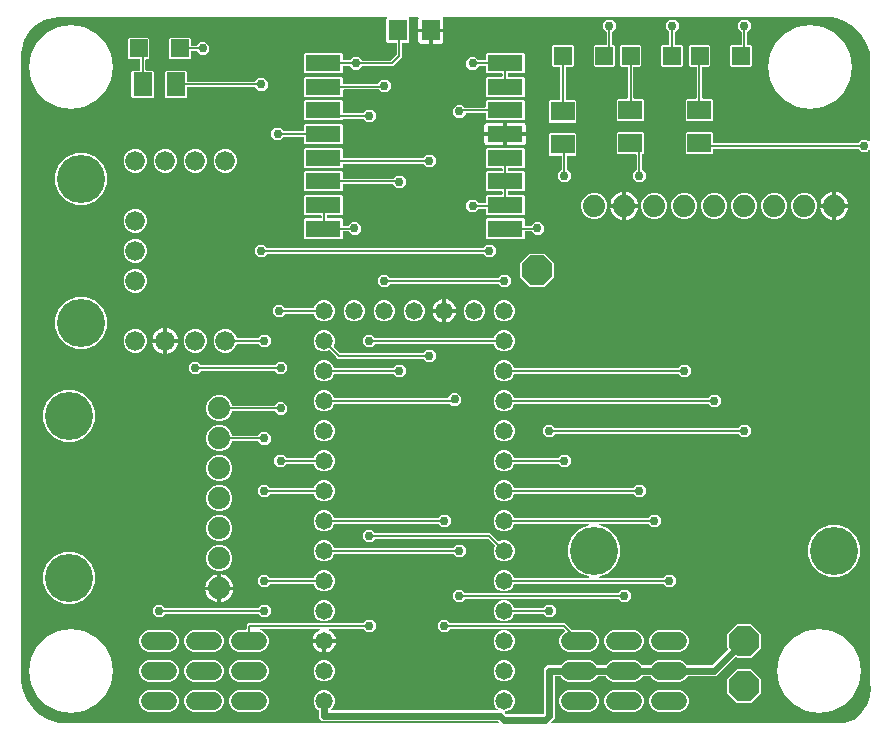
<source format=gbr>
G04 EAGLE Gerber RS-274X export*
G75*
%MOMM*%
%FSLAX34Y34*%
%LPD*%
%INTop Copper*%
%IPPOS*%
%AMOC8*
5,1,8,0,0,1.08239X$1,22.5*%
G01*
%ADD10C,1.524000*%
%ADD11R,1.500000X1.500000*%
%ADD12P,2.749271X8X112.500000*%
%ADD13P,2.749271X8X22.500000*%
%ADD14R,1.600000X2.000000*%
%ADD15R,2.000000X1.600000*%
%ADD16C,1.473200*%
%ADD17C,4.064000*%
%ADD18C,1.879600*%
%ADD19C,1.676400*%
%ADD20R,3.000000X1.400000*%
%ADD21R,1.600000X1.800000*%
%ADD22C,0.152400*%
%ADD23C,0.756400*%
%ADD24C,0.609600*%

G36*
X413913Y6362D02*
X413913Y6362D01*
X413985Y6364D01*
X414034Y6382D01*
X414085Y6390D01*
X414149Y6424D01*
X414216Y6449D01*
X414257Y6481D01*
X414303Y6506D01*
X414352Y6557D01*
X414408Y6602D01*
X414436Y6646D01*
X414472Y6684D01*
X414502Y6749D01*
X414541Y6809D01*
X414554Y6860D01*
X414576Y6907D01*
X414584Y6978D01*
X414601Y7048D01*
X414597Y7100D01*
X414603Y7151D01*
X414588Y7222D01*
X414582Y7293D01*
X414562Y7341D01*
X414551Y7392D01*
X414514Y7453D01*
X414486Y7519D01*
X414441Y7575D01*
X414424Y7603D01*
X414407Y7618D01*
X414381Y7650D01*
X414127Y7904D01*
X414053Y7957D01*
X413983Y8017D01*
X413953Y8029D01*
X413927Y8048D01*
X413840Y8075D01*
X413755Y8109D01*
X413714Y8113D01*
X413692Y8120D01*
X413660Y8119D01*
X413589Y8127D01*
X264806Y8127D01*
X262127Y10806D01*
X262127Y17162D01*
X262108Y17277D01*
X262091Y17393D01*
X262089Y17399D01*
X262088Y17405D01*
X262033Y17508D01*
X261980Y17612D01*
X261975Y17617D01*
X261972Y17622D01*
X261888Y17702D01*
X261804Y17785D01*
X261798Y17788D01*
X261794Y17792D01*
X261777Y17799D01*
X261666Y17861D01*
X259163Y20364D01*
X257809Y23632D01*
X257809Y27168D01*
X259163Y30436D01*
X261664Y32937D01*
X264932Y34291D01*
X268468Y34291D01*
X271736Y32937D01*
X274237Y30436D01*
X275591Y27168D01*
X275591Y23632D01*
X274237Y20364D01*
X272446Y18572D01*
X272404Y18514D01*
X272354Y18462D01*
X272332Y18415D01*
X272302Y18373D01*
X272281Y18304D01*
X272251Y18239D01*
X272245Y18187D01*
X272230Y18137D01*
X272232Y18066D01*
X272224Y17995D01*
X272235Y17944D01*
X272236Y17892D01*
X272261Y17824D01*
X272276Y17754D01*
X272303Y17709D01*
X272321Y17661D01*
X272365Y17605D01*
X272402Y17543D01*
X272442Y17509D01*
X272474Y17469D01*
X272535Y17430D01*
X272589Y17383D01*
X272637Y17364D01*
X272681Y17336D01*
X272751Y17318D01*
X272817Y17291D01*
X272889Y17283D01*
X272920Y17275D01*
X272943Y17277D01*
X272984Y17273D01*
X412816Y17273D01*
X412887Y17284D01*
X412959Y17286D01*
X413007Y17304D01*
X413059Y17312D01*
X413122Y17346D01*
X413190Y17371D01*
X413230Y17403D01*
X413276Y17428D01*
X413326Y17480D01*
X413382Y17524D01*
X413410Y17568D01*
X413446Y17606D01*
X413476Y17671D01*
X413515Y17731D01*
X413527Y17782D01*
X413549Y17829D01*
X413557Y17900D01*
X413575Y17970D01*
X413571Y18022D01*
X413576Y18073D01*
X413561Y18144D01*
X413555Y18215D01*
X413535Y18263D01*
X413524Y18314D01*
X413487Y18375D01*
X413459Y18441D01*
X413414Y18497D01*
X413398Y18525D01*
X413380Y18540D01*
X413354Y18572D01*
X411563Y20364D01*
X410209Y23632D01*
X410209Y27168D01*
X411563Y30436D01*
X414064Y32937D01*
X417332Y34291D01*
X420868Y34291D01*
X424136Y32937D01*
X426637Y30436D01*
X427991Y27168D01*
X427991Y23632D01*
X426637Y20364D01*
X424136Y17863D01*
X420868Y16509D01*
X420293Y16509D01*
X420223Y16498D01*
X420151Y16496D01*
X420102Y16478D01*
X420051Y16470D01*
X419987Y16436D01*
X419920Y16411D01*
X419879Y16379D01*
X419833Y16354D01*
X419784Y16302D01*
X419728Y16258D01*
X419700Y16214D01*
X419664Y16176D01*
X419634Y16111D01*
X419595Y16051D01*
X419582Y16000D01*
X419560Y15953D01*
X419552Y15882D01*
X419535Y15812D01*
X419539Y15760D01*
X419533Y15709D01*
X419548Y15638D01*
X419554Y15567D01*
X419574Y15519D01*
X419585Y15468D01*
X419622Y15407D01*
X419650Y15341D01*
X419695Y15285D01*
X419712Y15257D01*
X419729Y15242D01*
X419755Y15210D01*
X420594Y14371D01*
X420771Y14194D01*
X420845Y14141D01*
X420915Y14081D01*
X420945Y14069D01*
X420971Y14050D01*
X421058Y14023D01*
X421143Y13989D01*
X421184Y13985D01*
X421206Y13978D01*
X421238Y13979D01*
X421309Y13971D01*
X451689Y13971D01*
X451779Y13985D01*
X451870Y13993D01*
X451899Y14005D01*
X451931Y14010D01*
X452012Y14053D01*
X452096Y14089D01*
X452128Y14115D01*
X452149Y14126D01*
X452171Y14149D01*
X452227Y14194D01*
X452404Y14371D01*
X452457Y14445D01*
X452517Y14515D01*
X452529Y14545D01*
X452548Y14571D01*
X452575Y14658D01*
X452609Y14743D01*
X452613Y14784D01*
X452620Y14806D01*
X452619Y14838D01*
X452627Y14909D01*
X452627Y52694D01*
X455306Y55373D01*
X466467Y55373D01*
X466582Y55392D01*
X466698Y55409D01*
X466704Y55411D01*
X466710Y55412D01*
X466813Y55467D01*
X466917Y55520D01*
X466922Y55525D01*
X466927Y55528D01*
X467008Y55612D01*
X467090Y55696D01*
X467093Y55702D01*
X467097Y55706D01*
X467105Y55723D01*
X467171Y55843D01*
X467227Y55980D01*
X469800Y58553D01*
X473161Y59945D01*
X492039Y59945D01*
X495400Y58553D01*
X497973Y55980D01*
X498029Y55843D01*
X498091Y55743D01*
X498151Y55643D01*
X498156Y55639D01*
X498159Y55634D01*
X498249Y55559D01*
X498338Y55483D01*
X498344Y55481D01*
X498348Y55477D01*
X498457Y55435D01*
X498566Y55391D01*
X498573Y55390D01*
X498578Y55389D01*
X498596Y55388D01*
X498733Y55373D01*
X504567Y55373D01*
X504682Y55392D01*
X504798Y55409D01*
X504804Y55411D01*
X504810Y55412D01*
X504913Y55467D01*
X505017Y55520D01*
X505022Y55525D01*
X505027Y55528D01*
X505108Y55612D01*
X505190Y55696D01*
X505193Y55702D01*
X505197Y55706D01*
X505205Y55723D01*
X505271Y55843D01*
X505327Y55980D01*
X507900Y58553D01*
X511261Y59945D01*
X530139Y59945D01*
X533500Y58553D01*
X536073Y55980D01*
X536129Y55843D01*
X536191Y55743D01*
X536251Y55643D01*
X536256Y55639D01*
X536259Y55634D01*
X536349Y55559D01*
X536438Y55483D01*
X536444Y55481D01*
X536448Y55477D01*
X536557Y55435D01*
X536666Y55391D01*
X536673Y55390D01*
X536678Y55389D01*
X536696Y55388D01*
X536833Y55373D01*
X542667Y55373D01*
X542782Y55392D01*
X542898Y55409D01*
X542904Y55411D01*
X542910Y55412D01*
X543013Y55467D01*
X543117Y55520D01*
X543122Y55525D01*
X543127Y55528D01*
X543208Y55612D01*
X543290Y55696D01*
X543293Y55702D01*
X543297Y55706D01*
X543305Y55723D01*
X543371Y55843D01*
X543427Y55980D01*
X546000Y58553D01*
X549361Y59945D01*
X568239Y59945D01*
X571600Y58553D01*
X574173Y55980D01*
X574229Y55843D01*
X574291Y55743D01*
X574351Y55643D01*
X574356Y55639D01*
X574359Y55634D01*
X574449Y55559D01*
X574538Y55483D01*
X574544Y55481D01*
X574548Y55477D01*
X574657Y55435D01*
X574766Y55391D01*
X574773Y55390D01*
X574778Y55389D01*
X574796Y55388D01*
X574933Y55373D01*
X594691Y55373D01*
X594781Y55387D01*
X594872Y55395D01*
X594901Y55407D01*
X594933Y55412D01*
X595014Y55455D01*
X595098Y55491D01*
X595130Y55517D01*
X595151Y55528D01*
X595173Y55551D01*
X595229Y55596D01*
X608470Y68837D01*
X608482Y68853D01*
X608497Y68865D01*
X608553Y68953D01*
X608613Y69036D01*
X608619Y69055D01*
X608630Y69072D01*
X608655Y69173D01*
X608686Y69272D01*
X608685Y69291D01*
X608690Y69311D01*
X608682Y69414D01*
X608679Y69517D01*
X608673Y69536D01*
X608671Y69556D01*
X608631Y69651D01*
X608595Y69748D01*
X608583Y69764D01*
X608575Y69782D01*
X608470Y69913D01*
X608075Y70308D01*
X608075Y82092D01*
X616408Y90425D01*
X628192Y90425D01*
X636525Y82092D01*
X636525Y70308D01*
X628192Y61975D01*
X616408Y61975D01*
X616013Y62370D01*
X615997Y62382D01*
X615985Y62397D01*
X615898Y62453D01*
X615814Y62513D01*
X615795Y62519D01*
X615778Y62530D01*
X615677Y62555D01*
X615578Y62586D01*
X615559Y62585D01*
X615539Y62590D01*
X615436Y62582D01*
X615333Y62579D01*
X615314Y62573D01*
X615294Y62571D01*
X615199Y62531D01*
X615102Y62495D01*
X615086Y62483D01*
X615068Y62475D01*
X614937Y62370D01*
X598794Y46227D01*
X574933Y46227D01*
X574818Y46208D01*
X574702Y46191D01*
X574696Y46189D01*
X574690Y46188D01*
X574587Y46133D01*
X574483Y46080D01*
X574478Y46075D01*
X574473Y46072D01*
X574392Y45988D01*
X574310Y45904D01*
X574307Y45898D01*
X574303Y45894D01*
X574295Y45877D01*
X574229Y45757D01*
X574173Y45620D01*
X571600Y43047D01*
X568239Y41655D01*
X549361Y41655D01*
X546000Y43047D01*
X543427Y45620D01*
X543371Y45757D01*
X543309Y45857D01*
X543249Y45957D01*
X543244Y45961D01*
X543241Y45966D01*
X543151Y46041D01*
X543062Y46117D01*
X543056Y46119D01*
X543052Y46123D01*
X542943Y46165D01*
X542834Y46209D01*
X542827Y46210D01*
X542822Y46211D01*
X542804Y46212D01*
X542667Y46227D01*
X536833Y46227D01*
X536718Y46208D01*
X536602Y46191D01*
X536596Y46189D01*
X536590Y46188D01*
X536487Y46133D01*
X536383Y46080D01*
X536378Y46075D01*
X536373Y46072D01*
X536292Y45988D01*
X536210Y45904D01*
X536207Y45898D01*
X536203Y45894D01*
X536195Y45877D01*
X536129Y45757D01*
X536073Y45620D01*
X533500Y43047D01*
X530139Y41655D01*
X511261Y41655D01*
X507900Y43047D01*
X505327Y45620D01*
X505271Y45757D01*
X505209Y45857D01*
X505149Y45957D01*
X505144Y45961D01*
X505141Y45966D01*
X505051Y46041D01*
X504962Y46117D01*
X504956Y46119D01*
X504952Y46123D01*
X504843Y46165D01*
X504734Y46209D01*
X504727Y46210D01*
X504722Y46211D01*
X504704Y46212D01*
X504567Y46227D01*
X498733Y46227D01*
X498618Y46208D01*
X498502Y46191D01*
X498496Y46189D01*
X498490Y46188D01*
X498387Y46133D01*
X498283Y46080D01*
X498278Y46075D01*
X498273Y46072D01*
X498192Y45988D01*
X498110Y45904D01*
X498107Y45898D01*
X498103Y45894D01*
X498095Y45877D01*
X498029Y45757D01*
X497973Y45620D01*
X495400Y43047D01*
X492039Y41655D01*
X473161Y41655D01*
X469800Y43047D01*
X467227Y45620D01*
X467171Y45757D01*
X467109Y45857D01*
X467049Y45957D01*
X467044Y45961D01*
X467041Y45966D01*
X466951Y46041D01*
X466862Y46117D01*
X466856Y46119D01*
X466852Y46123D01*
X466743Y46165D01*
X466634Y46209D01*
X466627Y46210D01*
X466622Y46211D01*
X466604Y46212D01*
X466467Y46227D01*
X462534Y46227D01*
X462514Y46224D01*
X462495Y46226D01*
X462393Y46204D01*
X462291Y46188D01*
X462274Y46178D01*
X462254Y46174D01*
X462165Y46121D01*
X462074Y46072D01*
X462060Y46058D01*
X462043Y46048D01*
X461976Y45969D01*
X461904Y45894D01*
X461896Y45876D01*
X461883Y45861D01*
X461844Y45765D01*
X461801Y45671D01*
X461799Y45651D01*
X461791Y45633D01*
X461773Y45466D01*
X461773Y10806D01*
X458694Y7727D01*
X458617Y7650D01*
X458575Y7592D01*
X458526Y7540D01*
X458504Y7493D01*
X458474Y7451D01*
X458452Y7382D01*
X458422Y7317D01*
X458417Y7265D01*
X458401Y7216D01*
X458403Y7144D01*
X458395Y7073D01*
X458406Y7022D01*
X458408Y6970D01*
X458432Y6902D01*
X458447Y6832D01*
X458474Y6788D01*
X458492Y6739D01*
X458537Y6683D01*
X458574Y6621D01*
X458613Y6587D01*
X458646Y6547D01*
X458706Y6508D01*
X458760Y6461D01*
X458809Y6442D01*
X458852Y6414D01*
X458922Y6396D01*
X458989Y6369D01*
X459060Y6361D01*
X459091Y6353D01*
X459114Y6355D01*
X459155Y6351D01*
X706784Y6351D01*
X706799Y6353D01*
X706815Y6351D01*
X706981Y6377D01*
X709765Y7121D01*
X709787Y7131D01*
X709842Y7151D01*
X709844Y7152D01*
X709847Y7153D01*
X709905Y7174D01*
X716513Y10429D01*
X716526Y10438D01*
X716540Y10444D01*
X716678Y10540D01*
X722218Y15394D01*
X722228Y15406D01*
X722241Y15415D01*
X722349Y15544D01*
X726445Y21667D01*
X726451Y21681D01*
X726461Y21693D01*
X726532Y21845D01*
X728903Y28820D01*
X728906Y28835D01*
X728913Y28849D01*
X728942Y29014D01*
X729427Y36365D01*
X729425Y36389D01*
X729422Y36514D01*
X729048Y39368D01*
X729043Y39383D01*
X729043Y39399D01*
X728996Y39560D01*
X728739Y40180D01*
X728739Y41128D01*
X728735Y41152D01*
X728725Y41276D01*
X728540Y42205D01*
X728725Y43130D01*
X728725Y43154D01*
X728739Y43279D01*
X728739Y490797D01*
X728728Y490867D01*
X728726Y490939D01*
X728708Y490988D01*
X728700Y491039D01*
X728666Y491103D01*
X728641Y491170D01*
X728609Y491211D01*
X728584Y491257D01*
X728532Y491306D01*
X728488Y491362D01*
X728444Y491390D01*
X728406Y491426D01*
X728341Y491456D01*
X728281Y491495D01*
X728230Y491508D01*
X728183Y491530D01*
X728112Y491538D01*
X728042Y491555D01*
X727990Y491551D01*
X727939Y491557D01*
X727868Y491542D01*
X727797Y491536D01*
X727749Y491516D01*
X727698Y491505D01*
X727637Y491468D01*
X727571Y491440D01*
X727515Y491395D01*
X727487Y491378D01*
X727472Y491361D01*
X727440Y491335D01*
X726098Y489993D01*
X721702Y489993D01*
X718905Y492790D01*
X718831Y492843D01*
X718761Y492903D01*
X718731Y492915D01*
X718705Y492934D01*
X718618Y492961D01*
X718533Y492995D01*
X718492Y492999D01*
X718470Y493006D01*
X718438Y493005D01*
X718367Y493013D01*
X596486Y493013D01*
X596466Y493010D01*
X596447Y493012D01*
X596345Y492990D01*
X596243Y492974D01*
X596226Y492964D01*
X596206Y492960D01*
X596117Y492907D01*
X596026Y492858D01*
X596012Y492844D01*
X595995Y492834D01*
X595928Y492755D01*
X595856Y492680D01*
X595848Y492662D01*
X595835Y492647D01*
X595796Y492551D01*
X595753Y492457D01*
X595751Y492437D01*
X595743Y492419D01*
X595725Y492252D01*
X595725Y489178D01*
X594832Y488285D01*
X573568Y488285D01*
X572675Y489178D01*
X572675Y506442D01*
X573568Y507335D01*
X594832Y507335D01*
X595725Y506442D01*
X595725Y498348D01*
X595728Y498328D01*
X595726Y498309D01*
X595748Y498207D01*
X595764Y498105D01*
X595774Y498088D01*
X595778Y498068D01*
X595831Y497979D01*
X595880Y497888D01*
X595894Y497874D01*
X595904Y497857D01*
X595983Y497790D01*
X596058Y497718D01*
X596076Y497710D01*
X596091Y497697D01*
X596187Y497658D01*
X596281Y497615D01*
X596301Y497613D01*
X596319Y497605D01*
X596486Y497587D01*
X718367Y497587D01*
X718457Y497601D01*
X718548Y497609D01*
X718577Y497621D01*
X718609Y497626D01*
X718690Y497669D01*
X718774Y497705D01*
X718806Y497731D01*
X718827Y497742D01*
X718849Y497765D01*
X718905Y497810D01*
X721702Y500607D01*
X726098Y500607D01*
X727440Y499265D01*
X727498Y499223D01*
X727550Y499174D01*
X727597Y499152D01*
X727639Y499122D01*
X727708Y499100D01*
X727773Y499070D01*
X727825Y499065D01*
X727875Y499049D01*
X727946Y499051D01*
X728017Y499043D01*
X728068Y499054D01*
X728120Y499056D01*
X728188Y499080D01*
X728258Y499095D01*
X728303Y499122D01*
X728351Y499140D01*
X728407Y499185D01*
X728469Y499222D01*
X728503Y499261D01*
X728543Y499294D01*
X728582Y499354D01*
X728629Y499409D01*
X728648Y499457D01*
X728676Y499501D01*
X728694Y499570D01*
X728721Y499637D01*
X728729Y499708D01*
X728737Y499739D01*
X728735Y499762D01*
X728739Y499803D01*
X728739Y558824D01*
X728737Y558839D01*
X728739Y558854D01*
X728714Y559019D01*
X728561Y559591D01*
X728733Y560877D01*
X728732Y560909D01*
X728739Y560977D01*
X728739Y562274D01*
X728867Y562583D01*
X728875Y562617D01*
X728876Y562619D01*
X728876Y562620D01*
X728892Y562651D01*
X728923Y562816D01*
X729150Y565796D01*
X729148Y565828D01*
X729149Y565898D01*
X729150Y565909D01*
X729149Y565913D01*
X729149Y565924D01*
X728384Y574218D01*
X728383Y574219D01*
X728384Y574220D01*
X728349Y574385D01*
X725757Y582300D01*
X725757Y582301D01*
X725756Y582303D01*
X725686Y582455D01*
X721398Y589596D01*
X721397Y589597D01*
X721397Y589598D01*
X721294Y589731D01*
X715525Y595738D01*
X715524Y595739D01*
X715523Y595740D01*
X715394Y595847D01*
X708432Y600420D01*
X708431Y600420D01*
X708430Y600421D01*
X708280Y600497D01*
X700475Y603405D01*
X700444Y603412D01*
X700352Y603440D01*
X696756Y604126D01*
X696728Y604127D01*
X696613Y604139D01*
X367969Y604139D01*
X367875Y604124D01*
X367779Y604115D01*
X367754Y604104D01*
X367726Y604100D01*
X367642Y604055D01*
X367554Y604016D01*
X367534Y603997D01*
X367509Y603984D01*
X367443Y603915D01*
X367372Y603851D01*
X367359Y603826D01*
X367340Y603806D01*
X367299Y603719D01*
X367253Y603636D01*
X367248Y603608D01*
X367236Y603583D01*
X367225Y603488D01*
X367208Y603394D01*
X367212Y603366D01*
X367209Y603339D01*
X367229Y603245D01*
X367243Y603150D01*
X367252Y603130D01*
X367441Y602424D01*
X367441Y594613D01*
X357662Y594613D01*
X357642Y594610D01*
X357623Y594612D01*
X357521Y594590D01*
X357419Y594573D01*
X357402Y594564D01*
X357382Y594560D01*
X357293Y594507D01*
X357202Y594458D01*
X357188Y594444D01*
X357171Y594434D01*
X357104Y594355D01*
X357033Y594280D01*
X357024Y594262D01*
X357011Y594247D01*
X356972Y594151D01*
X356929Y594057D01*
X356927Y594037D01*
X356919Y594019D01*
X356901Y593852D01*
X356901Y593089D01*
X356899Y593089D01*
X356899Y593852D01*
X356896Y593872D01*
X356898Y593891D01*
X356876Y593993D01*
X356859Y594095D01*
X356850Y594112D01*
X356846Y594132D01*
X356793Y594221D01*
X356744Y594312D01*
X356730Y594326D01*
X356720Y594343D01*
X356641Y594410D01*
X356566Y594481D01*
X356548Y594490D01*
X356533Y594503D01*
X356437Y594542D01*
X356343Y594585D01*
X356323Y594587D01*
X356305Y594595D01*
X356138Y594613D01*
X346359Y594613D01*
X346359Y602424D01*
X346554Y603152D01*
X346564Y603173D01*
X346567Y603201D01*
X346577Y603227D01*
X346581Y603322D01*
X346591Y603417D01*
X346585Y603445D01*
X346586Y603473D01*
X346559Y603564D01*
X346539Y603658D01*
X346525Y603682D01*
X346517Y603708D01*
X346462Y603787D01*
X346413Y603869D01*
X346392Y603887D01*
X346376Y603910D01*
X346299Y603967D01*
X346226Y604029D01*
X346200Y604039D01*
X346177Y604056D01*
X346087Y604085D01*
X345998Y604121D01*
X345963Y604125D01*
X345943Y604131D01*
X345910Y604130D01*
X345831Y604139D01*
X338845Y604139D01*
X338774Y604128D01*
X338702Y604126D01*
X338653Y604108D01*
X338602Y604100D01*
X338539Y604066D01*
X338471Y604041D01*
X338431Y604009D01*
X338385Y603984D01*
X338335Y603933D01*
X338279Y603888D01*
X338251Y603844D01*
X338215Y603806D01*
X338185Y603741D01*
X338146Y603681D01*
X338134Y603630D01*
X338112Y603583D01*
X338104Y603512D01*
X338086Y603442D01*
X338090Y603390D01*
X338085Y603339D01*
X338100Y603268D01*
X338105Y603197D01*
X338126Y603149D01*
X338137Y603098D01*
X338174Y603037D01*
X338202Y602971D01*
X338247Y602915D01*
X338263Y602887D01*
X338281Y602872D01*
X338307Y602840D01*
X338425Y602722D01*
X338425Y583458D01*
X337532Y582565D01*
X333248Y582565D01*
X333228Y582562D01*
X333209Y582564D01*
X333107Y582542D01*
X333005Y582526D01*
X332988Y582516D01*
X332968Y582512D01*
X332879Y582459D01*
X332788Y582410D01*
X332774Y582396D01*
X332757Y582386D01*
X332690Y582307D01*
X332618Y582232D01*
X332610Y582214D01*
X332597Y582199D01*
X332558Y582103D01*
X332515Y582009D01*
X332513Y581989D01*
X332505Y581971D01*
X332487Y581804D01*
X332487Y570553D01*
X330924Y568990D01*
X326360Y564426D01*
X324797Y562863D01*
X298903Y562863D01*
X298813Y562849D01*
X298722Y562841D01*
X298693Y562829D01*
X298661Y562824D01*
X298580Y562781D01*
X298496Y562745D01*
X298464Y562719D01*
X298443Y562708D01*
X298421Y562685D01*
X298365Y562640D01*
X295568Y559843D01*
X291172Y559843D01*
X288225Y562790D01*
X288151Y562843D01*
X288081Y562903D01*
X288051Y562915D01*
X288025Y562934D01*
X287938Y562961D01*
X287853Y562995D01*
X287812Y562999D01*
X287790Y563006D01*
X287758Y563005D01*
X287687Y563013D01*
X283186Y563013D01*
X283166Y563010D01*
X283147Y563012D01*
X283045Y562990D01*
X282943Y562974D01*
X282926Y562964D01*
X282906Y562960D01*
X282817Y562907D01*
X282726Y562858D01*
X282712Y562844D01*
X282695Y562834D01*
X282628Y562755D01*
X282556Y562680D01*
X282548Y562662D01*
X282535Y562647D01*
X282496Y562551D01*
X282453Y562457D01*
X282451Y562437D01*
X282443Y562419D01*
X282425Y562252D01*
X282425Y557668D01*
X281532Y556775D01*
X250268Y556775D01*
X249375Y557668D01*
X249375Y572932D01*
X250268Y573825D01*
X281532Y573825D01*
X282425Y572932D01*
X282425Y568348D01*
X282428Y568328D01*
X282426Y568309D01*
X282448Y568207D01*
X282464Y568105D01*
X282474Y568088D01*
X282478Y568068D01*
X282531Y567979D01*
X282580Y567888D01*
X282594Y567874D01*
X282604Y567857D01*
X282683Y567790D01*
X282758Y567718D01*
X282776Y567710D01*
X282791Y567697D01*
X282887Y567658D01*
X282981Y567615D01*
X283001Y567613D01*
X283019Y567605D01*
X283186Y567587D01*
X287987Y567587D01*
X288077Y567601D01*
X288168Y567609D01*
X288197Y567621D01*
X288229Y567626D01*
X288310Y567669D01*
X288394Y567705D01*
X288426Y567731D01*
X288447Y567742D01*
X288469Y567765D01*
X288525Y567810D01*
X291172Y570457D01*
X295568Y570457D01*
X298365Y567660D01*
X298439Y567607D01*
X298509Y567547D01*
X298539Y567535D01*
X298565Y567516D01*
X298652Y567489D01*
X298737Y567455D01*
X298778Y567451D01*
X298800Y567444D01*
X298832Y567445D01*
X298903Y567437D01*
X322588Y567437D01*
X322678Y567451D01*
X322769Y567459D01*
X322798Y567471D01*
X322830Y567476D01*
X322911Y567519D01*
X322995Y567555D01*
X323027Y567581D01*
X323048Y567592D01*
X323070Y567615D01*
X323126Y567660D01*
X327690Y572224D01*
X327739Y572292D01*
X327740Y572293D01*
X327740Y572294D01*
X327743Y572298D01*
X327803Y572368D01*
X327815Y572398D01*
X327834Y572424D01*
X327861Y572511D01*
X327895Y572596D01*
X327899Y572637D01*
X327906Y572659D01*
X327905Y572691D01*
X327913Y572762D01*
X327913Y581804D01*
X327910Y581824D01*
X327912Y581843D01*
X327890Y581945D01*
X327874Y582047D01*
X327864Y582064D01*
X327860Y582084D01*
X327807Y582173D01*
X327758Y582264D01*
X327744Y582278D01*
X327734Y582295D01*
X327655Y582362D01*
X327580Y582434D01*
X327562Y582442D01*
X327547Y582455D01*
X327451Y582494D01*
X327357Y582537D01*
X327337Y582539D01*
X327319Y582547D01*
X327152Y582565D01*
X320268Y582565D01*
X319375Y583458D01*
X319375Y602722D01*
X319493Y602840D01*
X319535Y602898D01*
X319585Y602950D01*
X319607Y602997D01*
X319637Y603039D01*
X319658Y603108D01*
X319688Y603173D01*
X319694Y603225D01*
X319709Y603275D01*
X319707Y603346D01*
X319715Y603417D01*
X319704Y603468D01*
X319703Y603520D01*
X319678Y603588D01*
X319663Y603658D01*
X319636Y603703D01*
X319619Y603751D01*
X319574Y603807D01*
X319537Y603869D01*
X319497Y603903D01*
X319465Y603943D01*
X319405Y603982D01*
X319350Y604029D01*
X319302Y604048D01*
X319258Y604076D01*
X319189Y604094D01*
X319122Y604121D01*
X319051Y604129D01*
X319019Y604137D01*
X318996Y604135D01*
X318955Y604139D01*
X41026Y604139D01*
X41008Y604136D01*
X40976Y604138D01*
X37047Y603880D01*
X37024Y603875D01*
X36900Y603856D01*
X29309Y601822D01*
X29294Y601815D01*
X29279Y601813D01*
X29125Y601746D01*
X22319Y597816D01*
X22307Y597806D01*
X22293Y597800D01*
X22162Y597695D01*
X16605Y592138D01*
X16595Y592126D01*
X16583Y592116D01*
X16484Y591981D01*
X12554Y585175D01*
X12549Y585160D01*
X12539Y585148D01*
X12478Y584991D01*
X10444Y577400D01*
X10442Y577377D01*
X10420Y577253D01*
X10162Y573324D01*
X10164Y573305D01*
X10161Y573274D01*
X10161Y48807D01*
X10168Y48762D01*
X10166Y48717D01*
X10198Y48582D01*
X10200Y48565D01*
X10203Y48560D01*
X10204Y48553D01*
X10253Y48416D01*
X10162Y46685D01*
X10163Y46669D01*
X10161Y46645D01*
X10161Y44823D01*
X10161Y44821D01*
X10153Y44789D01*
X10155Y44769D01*
X10151Y44734D01*
X10160Y42167D01*
X10165Y42135D01*
X10168Y42091D01*
X10168Y42090D01*
X10168Y42089D01*
X10171Y42039D01*
X11601Y33799D01*
X11601Y33798D01*
X11601Y33797D01*
X11648Y33636D01*
X14875Y25920D01*
X14876Y25919D01*
X14877Y25918D01*
X14958Y25771D01*
X19821Y18967D01*
X19822Y18966D01*
X19823Y18965D01*
X19935Y18841D01*
X26191Y13290D01*
X26192Y13289D01*
X26193Y13288D01*
X26330Y13191D01*
X33663Y9171D01*
X33665Y9171D01*
X33666Y9170D01*
X33821Y9107D01*
X41865Y6819D01*
X41897Y6815D01*
X41991Y6795D01*
X46016Y6355D01*
X46044Y6357D01*
X46098Y6351D01*
X413843Y6351D01*
X413913Y6362D01*
G37*
%LPC*%
G36*
X674814Y16989D02*
X674814Y16989D01*
X664903Y22038D01*
X657038Y29903D01*
X651989Y39814D01*
X650249Y50800D01*
X651989Y61786D01*
X657038Y71696D01*
X664904Y79562D01*
X674814Y84611D01*
X685800Y86351D01*
X696786Y84611D01*
X706697Y79562D01*
X714562Y71697D01*
X719611Y61786D01*
X721351Y50800D01*
X719611Y39814D01*
X714562Y29903D01*
X706697Y22038D01*
X696786Y16989D01*
X685800Y15249D01*
X674814Y16989D01*
G37*
%LPD*%
%LPC*%
G36*
X41084Y16989D02*
X41084Y16989D01*
X31173Y22038D01*
X23308Y29904D01*
X18259Y39814D01*
X16519Y50800D01*
X18259Y61786D01*
X23308Y71697D01*
X31173Y79562D01*
X41084Y84611D01*
X52070Y86351D01*
X63056Y84611D01*
X72967Y79562D01*
X80832Y71697D01*
X85881Y61786D01*
X87621Y50800D01*
X85881Y39814D01*
X80832Y29903D01*
X72967Y22038D01*
X63056Y16989D01*
X52070Y15249D01*
X41084Y16989D01*
G37*
%LPD*%
%LPC*%
G36*
X667194Y528291D02*
X667194Y528291D01*
X657283Y533340D01*
X649418Y541205D01*
X644369Y551116D01*
X642629Y562102D01*
X644369Y573088D01*
X649418Y582999D01*
X657283Y590864D01*
X667194Y595913D01*
X678180Y597653D01*
X689166Y595913D01*
X699077Y590864D01*
X706942Y582999D01*
X711991Y573088D01*
X713731Y562102D01*
X711991Y551116D01*
X706942Y541205D01*
X699077Y533340D01*
X689166Y528291D01*
X678180Y526551D01*
X667194Y528291D01*
G37*
%LPD*%
%LPC*%
G36*
X41084Y528291D02*
X41084Y528291D01*
X31173Y533340D01*
X23308Y541205D01*
X18259Y551116D01*
X16519Y562102D01*
X18259Y573088D01*
X23308Y582999D01*
X31173Y590864D01*
X41084Y595913D01*
X52070Y597653D01*
X63056Y595913D01*
X72967Y590864D01*
X80832Y582999D01*
X85881Y573088D01*
X87621Y562102D01*
X85881Y551116D01*
X80832Y541205D01*
X72967Y533340D01*
X63056Y528291D01*
X52070Y526551D01*
X41084Y528291D01*
G37*
%LPD*%
%LPC*%
G36*
X417332Y118109D02*
X417332Y118109D01*
X414064Y119463D01*
X411563Y121964D01*
X410209Y125232D01*
X410209Y128768D01*
X411563Y132036D01*
X414064Y134537D01*
X417332Y135891D01*
X420868Y135891D01*
X424136Y134537D01*
X426637Y132036D01*
X427581Y129757D01*
X427643Y129657D01*
X427703Y129557D01*
X427708Y129553D01*
X427711Y129548D01*
X427801Y129473D01*
X427890Y129397D01*
X427896Y129395D01*
X427900Y129391D01*
X428009Y129349D01*
X428118Y129305D01*
X428126Y129304D01*
X428130Y129303D01*
X428148Y129302D01*
X428285Y129287D01*
X490190Y129287D01*
X490286Y129302D01*
X490383Y129312D01*
X490407Y129322D01*
X490433Y129326D01*
X490519Y129372D01*
X490608Y129412D01*
X490627Y129429D01*
X490650Y129442D01*
X490717Y129512D01*
X490789Y129578D01*
X490802Y129601D01*
X490820Y129620D01*
X490861Y129708D01*
X490908Y129794D01*
X490912Y129819D01*
X490923Y129843D01*
X490934Y129940D01*
X490951Y130036D01*
X490948Y130062D01*
X490951Y130087D01*
X490930Y130183D01*
X490916Y130279D01*
X490904Y130302D01*
X490898Y130328D01*
X490848Y130411D01*
X490804Y130498D01*
X490785Y130517D01*
X490772Y130539D01*
X490698Y130602D01*
X490629Y130670D01*
X490600Y130686D01*
X490585Y130699D01*
X490554Y130711D01*
X490482Y130751D01*
X482926Y133881D01*
X476781Y140026D01*
X473455Y148055D01*
X473455Y156745D01*
X476781Y164774D01*
X482926Y170919D01*
X490482Y174049D01*
X490564Y174100D01*
X490650Y174146D01*
X490668Y174165D01*
X490691Y174178D01*
X490753Y174253D01*
X490820Y174324D01*
X490831Y174348D01*
X490847Y174368D01*
X490882Y174459D01*
X490923Y174547D01*
X490926Y174573D01*
X490936Y174597D01*
X490940Y174695D01*
X490951Y174791D01*
X490945Y174817D01*
X490946Y174843D01*
X490919Y174937D01*
X490898Y175032D01*
X490885Y175054D01*
X490878Y175079D01*
X490822Y175159D01*
X490772Y175243D01*
X490752Y175260D01*
X490737Y175281D01*
X490659Y175340D01*
X490585Y175403D01*
X490561Y175413D01*
X490540Y175428D01*
X490447Y175458D01*
X490357Y175495D01*
X490325Y175498D01*
X490306Y175504D01*
X490273Y175504D01*
X490190Y175513D01*
X428285Y175513D01*
X428170Y175494D01*
X428054Y175477D01*
X428048Y175475D01*
X428042Y175474D01*
X427939Y175419D01*
X427835Y175366D01*
X427830Y175361D01*
X427825Y175358D01*
X427745Y175274D01*
X427662Y175190D01*
X427659Y175184D01*
X427655Y175180D01*
X427647Y175163D01*
X427581Y175043D01*
X426637Y172764D01*
X424136Y170263D01*
X420868Y168909D01*
X417332Y168909D01*
X414064Y170263D01*
X411563Y172764D01*
X410209Y176032D01*
X410209Y179568D01*
X411563Y182836D01*
X414064Y185337D01*
X417332Y186691D01*
X420868Y186691D01*
X424136Y185337D01*
X426637Y182836D01*
X427581Y180557D01*
X427643Y180457D01*
X427703Y180357D01*
X427708Y180353D01*
X427711Y180348D01*
X427801Y180273D01*
X427890Y180197D01*
X427896Y180195D01*
X427900Y180191D01*
X428009Y180149D01*
X428118Y180105D01*
X428126Y180104D01*
X428130Y180103D01*
X428148Y180102D01*
X428285Y180087D01*
X540567Y180087D01*
X540657Y180101D01*
X540748Y180109D01*
X540777Y180121D01*
X540809Y180126D01*
X540890Y180169D01*
X540974Y180205D01*
X541006Y180231D01*
X541027Y180242D01*
X541049Y180265D01*
X541105Y180310D01*
X543902Y183107D01*
X548298Y183107D01*
X551407Y179998D01*
X551407Y175602D01*
X548298Y172493D01*
X543902Y172493D01*
X541105Y175290D01*
X541031Y175343D01*
X540961Y175403D01*
X540931Y175415D01*
X540905Y175434D01*
X540818Y175461D01*
X540733Y175495D01*
X540692Y175499D01*
X540670Y175506D01*
X540638Y175505D01*
X540567Y175513D01*
X500410Y175513D01*
X500314Y175498D01*
X500217Y175488D01*
X500193Y175478D01*
X500167Y175474D01*
X500081Y175428D01*
X499992Y175388D01*
X499973Y175371D01*
X499950Y175358D01*
X499883Y175288D01*
X499811Y175222D01*
X499798Y175199D01*
X499780Y175180D01*
X499739Y175092D01*
X499692Y175006D01*
X499688Y174981D01*
X499677Y174957D01*
X499666Y174860D01*
X499649Y174764D01*
X499652Y174738D01*
X499649Y174713D01*
X499670Y174617D01*
X499684Y174521D01*
X499696Y174498D01*
X499702Y174472D01*
X499752Y174389D01*
X499796Y174302D01*
X499815Y174283D01*
X499828Y174261D01*
X499902Y174198D01*
X499971Y174130D01*
X500000Y174114D01*
X500015Y174101D01*
X500046Y174089D01*
X500118Y174049D01*
X507674Y170919D01*
X513819Y164774D01*
X517145Y156745D01*
X517145Y148055D01*
X513819Y140026D01*
X507674Y133881D01*
X500118Y130751D01*
X500036Y130700D01*
X499950Y130654D01*
X499932Y130635D01*
X499909Y130622D01*
X499847Y130547D01*
X499780Y130476D01*
X499769Y130452D01*
X499753Y130432D01*
X499718Y130341D01*
X499677Y130253D01*
X499674Y130227D01*
X499664Y130203D01*
X499660Y130105D01*
X499649Y130009D01*
X499655Y129983D01*
X499654Y129957D01*
X499681Y129863D01*
X499702Y129768D01*
X499715Y129746D01*
X499722Y129721D01*
X499778Y129641D01*
X499828Y129557D01*
X499848Y129540D01*
X499863Y129519D01*
X499941Y129460D01*
X500015Y129397D01*
X500039Y129387D01*
X500060Y129372D01*
X500153Y129342D01*
X500243Y129305D01*
X500275Y129302D01*
X500294Y129296D01*
X500327Y129296D01*
X500410Y129287D01*
X553267Y129287D01*
X553357Y129301D01*
X553448Y129309D01*
X553477Y129321D01*
X553509Y129326D01*
X553590Y129369D01*
X553674Y129405D01*
X553706Y129431D01*
X553727Y129442D01*
X553749Y129465D01*
X553805Y129510D01*
X556602Y132307D01*
X560998Y132307D01*
X564107Y129198D01*
X564107Y124802D01*
X560998Y121693D01*
X556602Y121693D01*
X553805Y124490D01*
X553731Y124543D01*
X553661Y124603D01*
X553631Y124615D01*
X553605Y124634D01*
X553518Y124661D01*
X553433Y124695D01*
X553392Y124699D01*
X553370Y124706D01*
X553338Y124705D01*
X553267Y124713D01*
X428285Y124713D01*
X428170Y124694D01*
X428054Y124677D01*
X428048Y124675D01*
X428042Y124674D01*
X427939Y124619D01*
X427835Y124566D01*
X427830Y124561D01*
X427825Y124558D01*
X427745Y124474D01*
X427662Y124390D01*
X427659Y124384D01*
X427655Y124380D01*
X427647Y124363D01*
X427581Y124243D01*
X426637Y121964D01*
X424136Y119463D01*
X420868Y118109D01*
X417332Y118109D01*
G37*
%LPD*%
%LPC*%
G36*
X404268Y436775D02*
X404268Y436775D01*
X403375Y437668D01*
X403375Y441452D01*
X403372Y441472D01*
X403374Y441491D01*
X403352Y441593D01*
X403336Y441695D01*
X403326Y441712D01*
X403322Y441732D01*
X403269Y441821D01*
X403220Y441912D01*
X403206Y441926D01*
X403196Y441943D01*
X403117Y442010D01*
X403042Y442082D01*
X403024Y442090D01*
X403009Y442103D01*
X402913Y442142D01*
X402819Y442185D01*
X402799Y442187D01*
X402781Y442195D01*
X402614Y442213D01*
X397963Y442213D01*
X397873Y442199D01*
X397782Y442191D01*
X397753Y442179D01*
X397721Y442174D01*
X397640Y442131D01*
X397556Y442095D01*
X397524Y442069D01*
X397503Y442058D01*
X397481Y442035D01*
X397425Y441990D01*
X394628Y439193D01*
X390232Y439193D01*
X387123Y442302D01*
X387123Y446698D01*
X390232Y449807D01*
X394628Y449807D01*
X397425Y447010D01*
X397499Y446957D01*
X397569Y446897D01*
X397599Y446885D01*
X397625Y446866D01*
X397712Y446839D01*
X397797Y446805D01*
X397838Y446801D01*
X397860Y446794D01*
X397892Y446795D01*
X397963Y446787D01*
X402614Y446787D01*
X402634Y446790D01*
X402653Y446788D01*
X402755Y446810D01*
X402857Y446826D01*
X402874Y446836D01*
X402894Y446840D01*
X402983Y446893D01*
X403074Y446942D01*
X403088Y446956D01*
X403105Y446966D01*
X403172Y447045D01*
X403244Y447120D01*
X403252Y447138D01*
X403265Y447153D01*
X403304Y447249D01*
X403347Y447343D01*
X403349Y447363D01*
X403357Y447381D01*
X403375Y447548D01*
X403375Y452932D01*
X404268Y453825D01*
X416852Y453825D01*
X416872Y453828D01*
X416891Y453826D01*
X416993Y453848D01*
X417095Y453864D01*
X417112Y453874D01*
X417132Y453878D01*
X417221Y453931D01*
X417312Y453980D01*
X417326Y453994D01*
X417343Y454004D01*
X417410Y454083D01*
X417482Y454158D01*
X417490Y454176D01*
X417503Y454191D01*
X417542Y454287D01*
X417585Y454381D01*
X417587Y454401D01*
X417595Y454419D01*
X417613Y454586D01*
X417613Y456014D01*
X417610Y456034D01*
X417612Y456053D01*
X417590Y456155D01*
X417574Y456257D01*
X417564Y456274D01*
X417560Y456294D01*
X417507Y456383D01*
X417458Y456474D01*
X417444Y456488D01*
X417434Y456505D01*
X417355Y456572D01*
X417280Y456644D01*
X417262Y456652D01*
X417247Y456665D01*
X417151Y456704D01*
X417057Y456747D01*
X417037Y456749D01*
X417019Y456757D01*
X416852Y456775D01*
X404268Y456775D01*
X403375Y457668D01*
X403375Y472932D01*
X404268Y473825D01*
X416852Y473825D01*
X416872Y473828D01*
X416891Y473826D01*
X416993Y473848D01*
X417095Y473864D01*
X417112Y473874D01*
X417132Y473878D01*
X417221Y473931D01*
X417312Y473980D01*
X417326Y473994D01*
X417343Y474004D01*
X417410Y474083D01*
X417482Y474158D01*
X417490Y474176D01*
X417503Y474191D01*
X417542Y474287D01*
X417585Y474381D01*
X417587Y474401D01*
X417595Y474419D01*
X417613Y474586D01*
X417613Y476014D01*
X417610Y476034D01*
X417612Y476053D01*
X417590Y476155D01*
X417574Y476257D01*
X417564Y476274D01*
X417560Y476294D01*
X417507Y476383D01*
X417458Y476474D01*
X417444Y476488D01*
X417434Y476505D01*
X417355Y476572D01*
X417280Y476644D01*
X417262Y476652D01*
X417247Y476665D01*
X417151Y476704D01*
X417057Y476747D01*
X417037Y476749D01*
X417019Y476757D01*
X416852Y476775D01*
X404268Y476775D01*
X403375Y477668D01*
X403375Y492932D01*
X404268Y493825D01*
X435532Y493825D01*
X436425Y492932D01*
X436425Y477668D01*
X435532Y476775D01*
X422948Y476775D01*
X422928Y476772D01*
X422909Y476774D01*
X422807Y476752D01*
X422705Y476736D01*
X422688Y476726D01*
X422668Y476722D01*
X422579Y476669D01*
X422488Y476620D01*
X422474Y476606D01*
X422457Y476596D01*
X422390Y476517D01*
X422318Y476442D01*
X422310Y476424D01*
X422297Y476409D01*
X422258Y476312D01*
X422215Y476219D01*
X422213Y476199D01*
X422205Y476181D01*
X422187Y476014D01*
X422187Y474586D01*
X422190Y474566D01*
X422188Y474547D01*
X422210Y474445D01*
X422226Y474343D01*
X422236Y474326D01*
X422240Y474306D01*
X422293Y474217D01*
X422342Y474126D01*
X422356Y474112D01*
X422366Y474095D01*
X422445Y474028D01*
X422520Y473956D01*
X422538Y473948D01*
X422553Y473935D01*
X422649Y473896D01*
X422743Y473853D01*
X422763Y473851D01*
X422781Y473843D01*
X422948Y473825D01*
X435532Y473825D01*
X436425Y472932D01*
X436425Y457668D01*
X435532Y456775D01*
X422948Y456775D01*
X422928Y456772D01*
X422909Y456774D01*
X422807Y456752D01*
X422705Y456736D01*
X422688Y456726D01*
X422668Y456722D01*
X422579Y456669D01*
X422488Y456620D01*
X422474Y456606D01*
X422457Y456596D01*
X422390Y456517D01*
X422318Y456442D01*
X422310Y456424D01*
X422297Y456409D01*
X422258Y456313D01*
X422215Y456219D01*
X422213Y456199D01*
X422205Y456181D01*
X422187Y456014D01*
X422187Y454586D01*
X422190Y454566D01*
X422188Y454547D01*
X422210Y454445D01*
X422226Y454343D01*
X422236Y454326D01*
X422240Y454306D01*
X422293Y454217D01*
X422342Y454126D01*
X422356Y454112D01*
X422366Y454095D01*
X422445Y454028D01*
X422520Y453956D01*
X422538Y453948D01*
X422553Y453935D01*
X422649Y453896D01*
X422743Y453853D01*
X422763Y453851D01*
X422781Y453843D01*
X422948Y453825D01*
X435532Y453825D01*
X436425Y452932D01*
X436425Y437668D01*
X435532Y436775D01*
X404268Y436775D01*
G37*
%LPD*%
%LPC*%
G36*
X46455Y244855D02*
X46455Y244855D01*
X38426Y248181D01*
X32281Y254326D01*
X28955Y262355D01*
X28955Y271045D01*
X32281Y279074D01*
X38426Y285219D01*
X46455Y288545D01*
X55145Y288545D01*
X63174Y285219D01*
X69319Y279074D01*
X72645Y271045D01*
X72645Y262355D01*
X69319Y254326D01*
X63174Y248181D01*
X55145Y244855D01*
X46455Y244855D01*
G37*
%LPD*%
%LPC*%
G36*
X56615Y323595D02*
X56615Y323595D01*
X48586Y326921D01*
X42441Y333066D01*
X39115Y341095D01*
X39115Y349785D01*
X42441Y357814D01*
X48586Y363959D01*
X56615Y367285D01*
X65305Y367285D01*
X73334Y363959D01*
X79479Y357814D01*
X82805Y349785D01*
X82805Y341095D01*
X79479Y333066D01*
X73334Y326921D01*
X65305Y323595D01*
X56615Y323595D01*
G37*
%LPD*%
%LPC*%
G36*
X694155Y130555D02*
X694155Y130555D01*
X686126Y133881D01*
X679981Y140026D01*
X676655Y148055D01*
X676655Y156745D01*
X679981Y164774D01*
X686126Y170919D01*
X694155Y174245D01*
X702845Y174245D01*
X710874Y170919D01*
X717019Y164774D01*
X720345Y156745D01*
X720345Y148055D01*
X717019Y140026D01*
X710874Y133881D01*
X702845Y130555D01*
X694155Y130555D01*
G37*
%LPD*%
%LPC*%
G36*
X56615Y445515D02*
X56615Y445515D01*
X48586Y448841D01*
X42441Y454986D01*
X39115Y463015D01*
X39115Y471705D01*
X42441Y479734D01*
X48586Y485879D01*
X56615Y489205D01*
X65305Y489205D01*
X73334Y485879D01*
X79479Y479734D01*
X82805Y471705D01*
X82805Y463015D01*
X79479Y454986D01*
X73334Y448841D01*
X65305Y445515D01*
X56615Y445515D01*
G37*
%LPD*%
%LPC*%
G36*
X46455Y107695D02*
X46455Y107695D01*
X38426Y111021D01*
X32281Y117166D01*
X28955Y125195D01*
X28955Y133885D01*
X32281Y141914D01*
X38426Y148059D01*
X46455Y151385D01*
X55145Y151385D01*
X63174Y148059D01*
X69319Y141914D01*
X72645Y133885D01*
X72645Y125195D01*
X69319Y117166D01*
X63174Y111021D01*
X55145Y107695D01*
X46455Y107695D01*
G37*
%LPD*%
%LPC*%
G36*
X404268Y536775D02*
X404268Y536775D01*
X403375Y537668D01*
X403375Y552932D01*
X404268Y553825D01*
X416852Y553825D01*
X416872Y553828D01*
X416891Y553826D01*
X416993Y553848D01*
X417095Y553864D01*
X417112Y553874D01*
X417132Y553878D01*
X417221Y553931D01*
X417312Y553980D01*
X417326Y553994D01*
X417343Y554004D01*
X417410Y554083D01*
X417482Y554158D01*
X417490Y554176D01*
X417503Y554191D01*
X417542Y554287D01*
X417585Y554381D01*
X417587Y554401D01*
X417595Y554419D01*
X417613Y554586D01*
X417613Y556014D01*
X417610Y556034D01*
X417612Y556053D01*
X417590Y556155D01*
X417574Y556257D01*
X417564Y556274D01*
X417560Y556294D01*
X417507Y556383D01*
X417458Y556474D01*
X417444Y556488D01*
X417434Y556505D01*
X417355Y556572D01*
X417280Y556644D01*
X417262Y556652D01*
X417247Y556665D01*
X417151Y556704D01*
X417057Y556747D01*
X417037Y556749D01*
X417019Y556757D01*
X416852Y556775D01*
X404268Y556775D01*
X403375Y557668D01*
X403375Y562252D01*
X403372Y562272D01*
X403374Y562291D01*
X403352Y562393D01*
X403336Y562495D01*
X403326Y562512D01*
X403322Y562532D01*
X403269Y562621D01*
X403220Y562712D01*
X403206Y562726D01*
X403196Y562743D01*
X403117Y562810D01*
X403042Y562882D01*
X403024Y562890D01*
X403009Y562903D01*
X402913Y562942D01*
X402819Y562985D01*
X402799Y562987D01*
X402781Y562995D01*
X402614Y563013D01*
X398113Y563013D01*
X398023Y562999D01*
X397932Y562991D01*
X397903Y562979D01*
X397871Y562974D01*
X397790Y562931D01*
X397706Y562895D01*
X397674Y562869D01*
X397653Y562858D01*
X397631Y562835D01*
X397575Y562790D01*
X394628Y559843D01*
X390232Y559843D01*
X387123Y562952D01*
X387123Y567348D01*
X390232Y570457D01*
X394628Y570457D01*
X397275Y567810D01*
X397349Y567757D01*
X397419Y567697D01*
X397449Y567685D01*
X397475Y567666D01*
X397562Y567639D01*
X397647Y567605D01*
X397688Y567601D01*
X397710Y567594D01*
X397742Y567595D01*
X397813Y567587D01*
X402614Y567587D01*
X402634Y567590D01*
X402653Y567588D01*
X402755Y567610D01*
X402857Y567626D01*
X402874Y567636D01*
X402894Y567640D01*
X402983Y567693D01*
X403074Y567742D01*
X403088Y567756D01*
X403105Y567766D01*
X403172Y567845D01*
X403244Y567920D01*
X403252Y567938D01*
X403265Y567953D01*
X403304Y568049D01*
X403347Y568143D01*
X403349Y568163D01*
X403357Y568181D01*
X403375Y568348D01*
X403375Y572932D01*
X404268Y573825D01*
X435532Y573825D01*
X436425Y572932D01*
X436425Y557668D01*
X435532Y556775D01*
X422948Y556775D01*
X422928Y556772D01*
X422909Y556774D01*
X422807Y556752D01*
X422705Y556736D01*
X422688Y556726D01*
X422668Y556722D01*
X422579Y556669D01*
X422488Y556620D01*
X422474Y556606D01*
X422457Y556596D01*
X422390Y556517D01*
X422318Y556442D01*
X422310Y556424D01*
X422297Y556409D01*
X422258Y556313D01*
X422215Y556219D01*
X422213Y556199D01*
X422205Y556181D01*
X422187Y556014D01*
X422187Y554586D01*
X422190Y554566D01*
X422188Y554547D01*
X422210Y554445D01*
X422226Y554343D01*
X422236Y554326D01*
X422240Y554306D01*
X422293Y554217D01*
X422342Y554126D01*
X422356Y554112D01*
X422366Y554095D01*
X422445Y554028D01*
X422520Y553956D01*
X422538Y553948D01*
X422553Y553935D01*
X422649Y553896D01*
X422743Y553853D01*
X422763Y553851D01*
X422781Y553843D01*
X422948Y553825D01*
X435532Y553825D01*
X436425Y552932D01*
X436425Y537668D01*
X435532Y536775D01*
X404268Y536775D01*
G37*
%LPD*%
%LPC*%
G36*
X250268Y416775D02*
X250268Y416775D01*
X249375Y417668D01*
X249375Y432932D01*
X250268Y433825D01*
X263652Y433825D01*
X263672Y433828D01*
X263691Y433826D01*
X263793Y433848D01*
X263895Y433864D01*
X263912Y433874D01*
X263932Y433878D01*
X264021Y433931D01*
X264112Y433980D01*
X264126Y433994D01*
X264143Y434004D01*
X264210Y434083D01*
X264282Y434158D01*
X264290Y434176D01*
X264303Y434191D01*
X264342Y434287D01*
X264385Y434381D01*
X264387Y434401D01*
X264395Y434419D01*
X264413Y434586D01*
X264413Y436014D01*
X264410Y436034D01*
X264412Y436053D01*
X264390Y436155D01*
X264374Y436257D01*
X264364Y436274D01*
X264360Y436294D01*
X264307Y436383D01*
X264258Y436474D01*
X264244Y436488D01*
X264234Y436505D01*
X264155Y436572D01*
X264080Y436644D01*
X264062Y436652D01*
X264047Y436665D01*
X263951Y436704D01*
X263857Y436747D01*
X263837Y436749D01*
X263819Y436757D01*
X263652Y436775D01*
X250268Y436775D01*
X249375Y437668D01*
X249375Y452932D01*
X250268Y453825D01*
X281532Y453825D01*
X282425Y452932D01*
X282425Y437668D01*
X281532Y436775D01*
X269748Y436775D01*
X269728Y436772D01*
X269709Y436774D01*
X269607Y436752D01*
X269505Y436736D01*
X269488Y436726D01*
X269468Y436722D01*
X269379Y436669D01*
X269288Y436620D01*
X269274Y436606D01*
X269257Y436596D01*
X269190Y436517D01*
X269118Y436442D01*
X269110Y436424D01*
X269097Y436409D01*
X269058Y436313D01*
X269015Y436219D01*
X269013Y436199D01*
X269005Y436181D01*
X268987Y436014D01*
X268987Y434586D01*
X268990Y434566D01*
X268988Y434547D01*
X269010Y434445D01*
X269026Y434343D01*
X269036Y434326D01*
X269040Y434306D01*
X269093Y434217D01*
X269142Y434126D01*
X269156Y434112D01*
X269166Y434095D01*
X269245Y434028D01*
X269320Y433956D01*
X269338Y433948D01*
X269353Y433935D01*
X269449Y433896D01*
X269543Y433853D01*
X269563Y433851D01*
X269581Y433843D01*
X269748Y433825D01*
X281532Y433825D01*
X282425Y432932D01*
X282425Y428348D01*
X282428Y428328D01*
X282426Y428309D01*
X282448Y428207D01*
X282464Y428105D01*
X282474Y428088D01*
X282478Y428068D01*
X282531Y427979D01*
X282580Y427888D01*
X282594Y427874D01*
X282604Y427857D01*
X282683Y427790D01*
X282758Y427718D01*
X282776Y427710D01*
X282791Y427697D01*
X282887Y427658D01*
X282981Y427615D01*
X283001Y427613D01*
X283019Y427605D01*
X283186Y427587D01*
X286417Y427587D01*
X286507Y427601D01*
X286598Y427609D01*
X286627Y427621D01*
X286659Y427626D01*
X286740Y427669D01*
X286824Y427705D01*
X286856Y427731D01*
X286877Y427742D01*
X286899Y427765D01*
X286955Y427810D01*
X289902Y430757D01*
X294298Y430757D01*
X297407Y427648D01*
X297407Y423252D01*
X294298Y420143D01*
X289902Y420143D01*
X287255Y422790D01*
X287181Y422843D01*
X287111Y422903D01*
X287081Y422915D01*
X287055Y422934D01*
X286968Y422961D01*
X286883Y422995D01*
X286842Y422999D01*
X286820Y423006D01*
X286788Y423005D01*
X286717Y423013D01*
X283186Y423013D01*
X283166Y423010D01*
X283147Y423012D01*
X283045Y422990D01*
X282943Y422974D01*
X282926Y422964D01*
X282906Y422960D01*
X282817Y422907D01*
X282726Y422858D01*
X282712Y422844D01*
X282695Y422834D01*
X282628Y422755D01*
X282556Y422680D01*
X282548Y422662D01*
X282535Y422647D01*
X282496Y422551D01*
X282453Y422457D01*
X282451Y422437D01*
X282443Y422419D01*
X282425Y422252D01*
X282425Y417668D01*
X281532Y416775D01*
X250268Y416775D01*
G37*
%LPD*%
%LPC*%
G36*
X193761Y67055D02*
X193761Y67055D01*
X190400Y68447D01*
X187827Y71020D01*
X186435Y74381D01*
X186435Y78019D01*
X187827Y81380D01*
X190400Y83953D01*
X193761Y85345D01*
X200152Y85345D01*
X200172Y85348D01*
X200191Y85346D01*
X200293Y85368D01*
X200395Y85384D01*
X200412Y85394D01*
X200432Y85398D01*
X200521Y85451D01*
X200612Y85500D01*
X200626Y85514D01*
X200643Y85524D01*
X200710Y85603D01*
X200782Y85678D01*
X200790Y85696D01*
X200803Y85711D01*
X200842Y85807D01*
X200885Y85901D01*
X200887Y85921D01*
X200895Y85939D01*
X200913Y86106D01*
X200913Y89847D01*
X202253Y91187D01*
X299267Y91187D01*
X299357Y91201D01*
X299448Y91209D01*
X299477Y91221D01*
X299509Y91226D01*
X299590Y91269D01*
X299674Y91305D01*
X299706Y91331D01*
X299727Y91342D01*
X299749Y91365D01*
X299805Y91410D01*
X302602Y94207D01*
X306998Y94207D01*
X310107Y91098D01*
X310107Y86702D01*
X306998Y83593D01*
X302602Y83593D01*
X299805Y86390D01*
X299731Y86443D01*
X299661Y86503D01*
X299631Y86515D01*
X299605Y86534D01*
X299518Y86561D01*
X299433Y86595D01*
X299392Y86599D01*
X299370Y86606D01*
X299338Y86605D01*
X299267Y86613D01*
X271255Y86613D01*
X271188Y86602D01*
X271120Y86601D01*
X271068Y86583D01*
X271012Y86574D01*
X270952Y86542D01*
X270889Y86519D01*
X270844Y86485D01*
X270795Y86458D01*
X270748Y86409D01*
X270695Y86368D01*
X270664Y86321D01*
X270626Y86280D01*
X270597Y86219D01*
X270560Y86162D01*
X270546Y86108D01*
X270522Y86057D01*
X270514Y85990D01*
X270497Y85924D01*
X270501Y85868D01*
X270495Y85813D01*
X270509Y85746D01*
X270514Y85679D01*
X270535Y85627D01*
X270547Y85572D01*
X270582Y85514D01*
X270608Y85451D01*
X270645Y85409D01*
X270673Y85361D01*
X270725Y85317D01*
X270769Y85266D01*
X270835Y85223D01*
X270860Y85201D01*
X270880Y85193D01*
X270909Y85174D01*
X271892Y84673D01*
X273154Y83756D01*
X274256Y82654D01*
X275173Y81392D01*
X275881Y80003D01*
X276363Y78520D01*
X276489Y77723D01*
X267462Y77723D01*
X267442Y77720D01*
X267423Y77722D01*
X267321Y77700D01*
X267219Y77683D01*
X267202Y77674D01*
X267182Y77670D01*
X267093Y77617D01*
X267002Y77568D01*
X266988Y77554D01*
X266971Y77544D01*
X266904Y77465D01*
X266833Y77390D01*
X266824Y77372D01*
X266811Y77357D01*
X266773Y77261D01*
X266729Y77167D01*
X266727Y77147D01*
X266719Y77129D01*
X266701Y76962D01*
X266701Y76199D01*
X266699Y76199D01*
X266699Y76962D01*
X266696Y76982D01*
X266698Y77001D01*
X266676Y77103D01*
X266659Y77205D01*
X266650Y77222D01*
X266646Y77242D01*
X266593Y77331D01*
X266544Y77422D01*
X266530Y77436D01*
X266520Y77453D01*
X266441Y77520D01*
X266366Y77591D01*
X266348Y77600D01*
X266333Y77613D01*
X266237Y77652D01*
X266143Y77695D01*
X266123Y77697D01*
X266105Y77705D01*
X265938Y77723D01*
X256911Y77723D01*
X257037Y78520D01*
X257519Y80003D01*
X258227Y81392D01*
X259144Y82654D01*
X260246Y83756D01*
X261508Y84673D01*
X262491Y85174D01*
X262545Y85214D01*
X262605Y85246D01*
X262644Y85286D01*
X262689Y85319D01*
X262728Y85375D01*
X262774Y85424D01*
X262798Y85475D01*
X262830Y85521D01*
X262850Y85586D01*
X262878Y85647D01*
X262884Y85703D01*
X262900Y85756D01*
X262898Y85824D01*
X262905Y85891D01*
X262893Y85946D01*
X262891Y86002D01*
X262867Y86066D01*
X262853Y86132D01*
X262824Y86180D01*
X262804Y86232D01*
X262761Y86285D01*
X262727Y86343D01*
X262684Y86379D01*
X262649Y86423D01*
X262591Y86459D01*
X262540Y86503D01*
X262488Y86524D01*
X262440Y86554D01*
X262375Y86569D01*
X262312Y86595D01*
X262233Y86603D01*
X262201Y86611D01*
X262180Y86609D01*
X262145Y86613D01*
X213404Y86613D01*
X213307Y86598D01*
X213210Y86588D01*
X213187Y86578D01*
X213161Y86574D01*
X213075Y86528D01*
X212986Y86488D01*
X212966Y86471D01*
X212943Y86458D01*
X212876Y86388D01*
X212805Y86322D01*
X212792Y86299D01*
X212774Y86280D01*
X212733Y86192D01*
X212686Y86106D01*
X212681Y86081D01*
X212670Y86057D01*
X212660Y85960D01*
X212642Y85864D01*
X212646Y85838D01*
X212643Y85813D01*
X212664Y85717D01*
X212678Y85621D01*
X212690Y85598D01*
X212696Y85572D01*
X212745Y85489D01*
X212790Y85402D01*
X212808Y85383D01*
X212822Y85361D01*
X212896Y85298D01*
X212965Y85230D01*
X212994Y85214D01*
X213009Y85201D01*
X213039Y85189D01*
X213112Y85149D01*
X216000Y83953D01*
X218573Y81380D01*
X219965Y78019D01*
X219965Y74381D01*
X218573Y71020D01*
X216000Y68447D01*
X212639Y67055D01*
X193761Y67055D01*
G37*
%LPD*%
%LPC*%
G36*
X473161Y67055D02*
X473161Y67055D01*
X469800Y68447D01*
X467227Y71020D01*
X465835Y74381D01*
X465835Y78019D01*
X467227Y81380D01*
X469800Y83953D01*
X470030Y84048D01*
X470069Y84072D01*
X470112Y84088D01*
X470173Y84136D01*
X470239Y84177D01*
X470268Y84213D01*
X470304Y84241D01*
X470346Y84307D01*
X470396Y84367D01*
X470412Y84410D01*
X470437Y84448D01*
X470456Y84524D01*
X470484Y84596D01*
X470486Y84642D01*
X470497Y84687D01*
X470491Y84764D01*
X470494Y84842D01*
X470481Y84886D01*
X470478Y84932D01*
X470447Y85004D01*
X470441Y85027D01*
X470438Y85039D01*
X470436Y85042D01*
X470426Y85078D01*
X470400Y85116D01*
X470382Y85158D01*
X470323Y85231D01*
X470312Y85250D01*
X470299Y85261D01*
X470296Y85265D01*
X470285Y85280D01*
X470281Y85283D01*
X470277Y85289D01*
X469176Y86390D01*
X469102Y86443D01*
X469032Y86503D01*
X469002Y86515D01*
X468976Y86534D01*
X468889Y86561D01*
X468804Y86595D01*
X468763Y86599D01*
X468741Y86606D01*
X468709Y86605D01*
X468637Y86613D01*
X373833Y86613D01*
X373743Y86599D01*
X373652Y86591D01*
X373623Y86579D01*
X373591Y86574D01*
X373510Y86531D01*
X373426Y86495D01*
X373394Y86469D01*
X373373Y86458D01*
X373351Y86435D01*
X373295Y86390D01*
X370498Y83593D01*
X366102Y83593D01*
X362993Y86702D01*
X362993Y91098D01*
X366102Y94207D01*
X370498Y94207D01*
X373295Y91410D01*
X373369Y91357D01*
X373439Y91297D01*
X373469Y91285D01*
X373495Y91266D01*
X373582Y91239D01*
X373667Y91205D01*
X373708Y91201D01*
X373730Y91194D01*
X373762Y91195D01*
X373833Y91187D01*
X470847Y91187D01*
X472410Y89624D01*
X476466Y85568D01*
X476540Y85515D01*
X476610Y85455D01*
X476640Y85443D01*
X476666Y85424D01*
X476753Y85397D01*
X476838Y85363D01*
X476879Y85359D01*
X476901Y85352D01*
X476933Y85353D01*
X477004Y85345D01*
X492039Y85345D01*
X495400Y83953D01*
X497973Y81380D01*
X499365Y78019D01*
X499365Y74381D01*
X497973Y71020D01*
X495400Y68447D01*
X492039Y67055D01*
X473161Y67055D01*
G37*
%LPD*%
%LPC*%
G36*
X417332Y270509D02*
X417332Y270509D01*
X414064Y271863D01*
X411563Y274364D01*
X410209Y277632D01*
X410209Y281168D01*
X411563Y284436D01*
X414064Y286937D01*
X417332Y288291D01*
X420868Y288291D01*
X424136Y286937D01*
X426637Y284436D01*
X427581Y282157D01*
X427643Y282057D01*
X427703Y281957D01*
X427708Y281953D01*
X427711Y281948D01*
X427801Y281873D01*
X427890Y281797D01*
X427896Y281795D01*
X427900Y281791D01*
X428009Y281749D01*
X428118Y281705D01*
X428126Y281704D01*
X428130Y281703D01*
X428148Y281702D01*
X428285Y281687D01*
X591367Y281687D01*
X591457Y281701D01*
X591548Y281709D01*
X591577Y281721D01*
X591609Y281726D01*
X591690Y281769D01*
X591774Y281805D01*
X591806Y281831D01*
X591827Y281842D01*
X591849Y281865D01*
X591905Y281910D01*
X594702Y284707D01*
X599098Y284707D01*
X602207Y281598D01*
X602207Y277202D01*
X599098Y274093D01*
X594702Y274093D01*
X591905Y276890D01*
X591831Y276943D01*
X591761Y277003D01*
X591731Y277015D01*
X591705Y277034D01*
X591618Y277061D01*
X591533Y277095D01*
X591492Y277099D01*
X591470Y277106D01*
X591438Y277105D01*
X591367Y277113D01*
X428285Y277113D01*
X428170Y277094D01*
X428054Y277077D01*
X428048Y277075D01*
X428042Y277074D01*
X427939Y277019D01*
X427835Y276966D01*
X427830Y276961D01*
X427825Y276958D01*
X427745Y276874D01*
X427662Y276790D01*
X427659Y276784D01*
X427655Y276780D01*
X427647Y276763D01*
X427581Y276643D01*
X426637Y274364D01*
X424136Y271863D01*
X420868Y270509D01*
X417332Y270509D01*
G37*
%LPD*%
%LPC*%
G36*
X211162Y401093D02*
X211162Y401093D01*
X208053Y404202D01*
X208053Y408598D01*
X211162Y411707D01*
X215558Y411707D01*
X218355Y408910D01*
X218429Y408857D01*
X218499Y408797D01*
X218529Y408785D01*
X218555Y408766D01*
X218642Y408739D01*
X218727Y408705D01*
X218768Y408701D01*
X218790Y408694D01*
X218822Y408695D01*
X218893Y408687D01*
X400867Y408687D01*
X400957Y408701D01*
X401048Y408709D01*
X401077Y408721D01*
X401109Y408726D01*
X401190Y408769D01*
X401274Y408805D01*
X401306Y408831D01*
X401327Y408842D01*
X401349Y408865D01*
X401405Y408910D01*
X404202Y411707D01*
X408598Y411707D01*
X411707Y408598D01*
X411707Y404202D01*
X408598Y401093D01*
X404202Y401093D01*
X401405Y403890D01*
X401331Y403943D01*
X401261Y404003D01*
X401231Y404015D01*
X401205Y404034D01*
X401118Y404061D01*
X401033Y404095D01*
X400992Y404099D01*
X400970Y404106D01*
X400938Y404105D01*
X400867Y404113D01*
X218893Y404113D01*
X218803Y404099D01*
X218712Y404091D01*
X218683Y404079D01*
X218651Y404074D01*
X218570Y404031D01*
X218486Y403995D01*
X218454Y403969D01*
X218433Y403958D01*
X218411Y403935D01*
X218355Y403890D01*
X215558Y401093D01*
X211162Y401093D01*
G37*
%LPD*%
%LPC*%
G36*
X417332Y295909D02*
X417332Y295909D01*
X414064Y297263D01*
X411563Y299764D01*
X410209Y303032D01*
X410209Y306568D01*
X411563Y309836D01*
X414064Y312337D01*
X417332Y313691D01*
X420868Y313691D01*
X424136Y312337D01*
X426637Y309836D01*
X427581Y307557D01*
X427643Y307457D01*
X427703Y307357D01*
X427708Y307353D01*
X427711Y307348D01*
X427801Y307273D01*
X427890Y307197D01*
X427896Y307195D01*
X427900Y307191D01*
X428009Y307149D01*
X428118Y307105D01*
X428126Y307104D01*
X428130Y307103D01*
X428148Y307102D01*
X428285Y307087D01*
X565967Y307087D01*
X566057Y307101D01*
X566148Y307109D01*
X566177Y307121D01*
X566209Y307126D01*
X566290Y307169D01*
X566374Y307205D01*
X566406Y307231D01*
X566427Y307242D01*
X566449Y307265D01*
X566505Y307310D01*
X569302Y310107D01*
X573698Y310107D01*
X576807Y306998D01*
X576807Y302602D01*
X573698Y299493D01*
X569302Y299493D01*
X566505Y302290D01*
X566431Y302343D01*
X566361Y302403D01*
X566331Y302415D01*
X566305Y302434D01*
X566218Y302461D01*
X566133Y302495D01*
X566092Y302499D01*
X566070Y302506D01*
X566038Y302505D01*
X565967Y302513D01*
X428285Y302513D01*
X428170Y302494D01*
X428054Y302477D01*
X428048Y302475D01*
X428042Y302474D01*
X427939Y302419D01*
X427835Y302366D01*
X427830Y302361D01*
X427825Y302358D01*
X427745Y302274D01*
X427662Y302190D01*
X427659Y302184D01*
X427655Y302180D01*
X427647Y302163D01*
X427581Y302043D01*
X426637Y299764D01*
X424136Y297263D01*
X420868Y295909D01*
X417332Y295909D01*
G37*
%LPD*%
%LPC*%
G36*
X250268Y476775D02*
X250268Y476775D01*
X249375Y477668D01*
X249375Y492932D01*
X250268Y493825D01*
X281532Y493825D01*
X282425Y492932D01*
X282425Y485648D01*
X282428Y485628D01*
X282426Y485609D01*
X282448Y485507D01*
X282464Y485405D01*
X282474Y485388D01*
X282478Y485368D01*
X282531Y485279D01*
X282580Y485188D01*
X282594Y485174D01*
X282604Y485157D01*
X282683Y485090D01*
X282758Y485018D01*
X282776Y485010D01*
X282791Y484997D01*
X282887Y484958D01*
X282981Y484915D01*
X283001Y484913D01*
X283019Y484905D01*
X283186Y484887D01*
X350067Y484887D01*
X350157Y484901D01*
X350248Y484909D01*
X350277Y484921D01*
X350309Y484926D01*
X350390Y484969D01*
X350474Y485005D01*
X350506Y485031D01*
X350527Y485042D01*
X350549Y485065D01*
X350605Y485110D01*
X353402Y487907D01*
X357798Y487907D01*
X360907Y484798D01*
X360907Y480402D01*
X357798Y477293D01*
X353402Y477293D01*
X350605Y480090D01*
X350531Y480143D01*
X350461Y480203D01*
X350431Y480215D01*
X350405Y480234D01*
X350318Y480261D01*
X350233Y480295D01*
X350192Y480299D01*
X350170Y480306D01*
X350138Y480305D01*
X350067Y480313D01*
X283186Y480313D01*
X283166Y480310D01*
X283147Y480312D01*
X283045Y480290D01*
X282943Y480274D01*
X282926Y480264D01*
X282906Y480260D01*
X282817Y480207D01*
X282726Y480158D01*
X282712Y480144D01*
X282695Y480134D01*
X282628Y480055D01*
X282556Y479980D01*
X282548Y479962D01*
X282535Y479947D01*
X282496Y479851D01*
X282453Y479757D01*
X282451Y479737D01*
X282443Y479719D01*
X282425Y479552D01*
X282425Y477668D01*
X281532Y476775D01*
X250268Y476775D01*
G37*
%LPD*%
%LPC*%
G36*
X455002Y248693D02*
X455002Y248693D01*
X451893Y251802D01*
X451893Y256198D01*
X455002Y259307D01*
X459398Y259307D01*
X462195Y256510D01*
X462269Y256457D01*
X462339Y256397D01*
X462369Y256385D01*
X462395Y256366D01*
X462482Y256339D01*
X462567Y256305D01*
X462608Y256301D01*
X462630Y256294D01*
X462662Y256295D01*
X462733Y256287D01*
X616767Y256287D01*
X616857Y256301D01*
X616948Y256309D01*
X616977Y256321D01*
X617009Y256326D01*
X617090Y256369D01*
X617174Y256405D01*
X617206Y256431D01*
X617227Y256442D01*
X617249Y256465D01*
X617305Y256510D01*
X620102Y259307D01*
X624498Y259307D01*
X627607Y256198D01*
X627607Y251802D01*
X624498Y248693D01*
X620102Y248693D01*
X617305Y251490D01*
X617231Y251543D01*
X617161Y251603D01*
X617131Y251615D01*
X617105Y251634D01*
X617018Y251661D01*
X616933Y251695D01*
X616892Y251699D01*
X616870Y251706D01*
X616838Y251705D01*
X616767Y251713D01*
X462733Y251713D01*
X462643Y251699D01*
X462552Y251691D01*
X462523Y251679D01*
X462491Y251674D01*
X462410Y251631D01*
X462326Y251595D01*
X462294Y251569D01*
X462273Y251558D01*
X462251Y251535D01*
X462195Y251490D01*
X459398Y248693D01*
X455002Y248693D01*
G37*
%LPD*%
%LPC*%
G36*
X457998Y515015D02*
X457998Y515015D01*
X457105Y515908D01*
X457105Y533172D01*
X457998Y534065D01*
X465862Y534065D01*
X465882Y534068D01*
X465901Y534066D01*
X466003Y534088D01*
X466105Y534104D01*
X466122Y534114D01*
X466142Y534118D01*
X466231Y534171D01*
X466322Y534220D01*
X466336Y534234D01*
X466353Y534244D01*
X466420Y534323D01*
X466492Y534398D01*
X466500Y534416D01*
X466513Y534431D01*
X466552Y534527D01*
X466595Y534621D01*
X466597Y534641D01*
X466605Y534659D01*
X466623Y534826D01*
X466623Y561714D01*
X466620Y561734D01*
X466622Y561753D01*
X466600Y561855D01*
X466584Y561957D01*
X466574Y561974D01*
X466570Y561994D01*
X466517Y562083D01*
X466468Y562174D01*
X466454Y562188D01*
X466444Y562205D01*
X466365Y562272D01*
X466290Y562344D01*
X466272Y562352D01*
X466257Y562365D01*
X466161Y562404D01*
X466067Y562447D01*
X466047Y562449D01*
X466029Y562457D01*
X465862Y562475D01*
X460778Y562475D01*
X459885Y563368D01*
X459885Y579632D01*
X460778Y580525D01*
X477042Y580525D01*
X477935Y579632D01*
X477935Y563368D01*
X477042Y562475D01*
X471958Y562475D01*
X471938Y562472D01*
X471919Y562474D01*
X471817Y562452D01*
X471715Y562436D01*
X471698Y562426D01*
X471678Y562422D01*
X471589Y562369D01*
X471498Y562320D01*
X471484Y562306D01*
X471467Y562296D01*
X471400Y562217D01*
X471328Y562142D01*
X471320Y562124D01*
X471307Y562109D01*
X471268Y562013D01*
X471225Y561919D01*
X471223Y561899D01*
X471215Y561881D01*
X471197Y561714D01*
X471197Y534826D01*
X471200Y534806D01*
X471198Y534787D01*
X471220Y534685D01*
X471236Y534583D01*
X471246Y534566D01*
X471250Y534546D01*
X471303Y534457D01*
X471352Y534366D01*
X471366Y534352D01*
X471376Y534335D01*
X471455Y534268D01*
X471530Y534196D01*
X471548Y534188D01*
X471563Y534175D01*
X471659Y534136D01*
X471753Y534093D01*
X471773Y534091D01*
X471791Y534083D01*
X471958Y534065D01*
X479262Y534065D01*
X480155Y533172D01*
X480155Y515908D01*
X479262Y515015D01*
X457998Y515015D01*
G37*
%LPD*%
%LPC*%
G36*
X573568Y516285D02*
X573568Y516285D01*
X572675Y517178D01*
X572675Y534442D01*
X573568Y535335D01*
X581152Y535335D01*
X581172Y535338D01*
X581191Y535336D01*
X581293Y535358D01*
X581395Y535374D01*
X581412Y535384D01*
X581432Y535388D01*
X581521Y535441D01*
X581612Y535490D01*
X581626Y535504D01*
X581643Y535514D01*
X581710Y535593D01*
X581782Y535668D01*
X581790Y535686D01*
X581803Y535701D01*
X581842Y535797D01*
X581885Y535891D01*
X581887Y535911D01*
X581895Y535929D01*
X581913Y536096D01*
X581913Y561714D01*
X581910Y561734D01*
X581912Y561753D01*
X581890Y561855D01*
X581874Y561957D01*
X581864Y561974D01*
X581860Y561994D01*
X581807Y562083D01*
X581758Y562174D01*
X581744Y562188D01*
X581734Y562205D01*
X581655Y562272D01*
X581580Y562344D01*
X581562Y562352D01*
X581547Y562365D01*
X581451Y562404D01*
X581357Y562447D01*
X581337Y562449D01*
X581319Y562457D01*
X581152Y562475D01*
X576348Y562475D01*
X575455Y563368D01*
X575455Y579632D01*
X576348Y580525D01*
X592612Y580525D01*
X593505Y579632D01*
X593505Y563368D01*
X592612Y562475D01*
X587248Y562475D01*
X587228Y562472D01*
X587209Y562474D01*
X587107Y562452D01*
X587005Y562436D01*
X586988Y562426D01*
X586968Y562422D01*
X586879Y562369D01*
X586788Y562320D01*
X586774Y562306D01*
X586757Y562296D01*
X586690Y562217D01*
X586618Y562142D01*
X586610Y562124D01*
X586597Y562109D01*
X586558Y562013D01*
X586515Y561919D01*
X586513Y561899D01*
X586505Y561881D01*
X586487Y561714D01*
X586487Y536096D01*
X586490Y536076D01*
X586488Y536057D01*
X586510Y535955D01*
X586526Y535853D01*
X586536Y535836D01*
X586540Y535816D01*
X586593Y535727D01*
X586642Y535636D01*
X586656Y535622D01*
X586666Y535605D01*
X586745Y535538D01*
X586820Y535466D01*
X586838Y535458D01*
X586853Y535445D01*
X586949Y535406D01*
X587043Y535363D01*
X587063Y535361D01*
X587081Y535353D01*
X587248Y535335D01*
X594832Y535335D01*
X595725Y534442D01*
X595725Y517178D01*
X594832Y516285D01*
X573568Y516285D01*
G37*
%LPD*%
%LPC*%
G36*
X515148Y516285D02*
X515148Y516285D01*
X514255Y517178D01*
X514255Y534442D01*
X515148Y535335D01*
X523012Y535335D01*
X523032Y535338D01*
X523051Y535336D01*
X523153Y535358D01*
X523255Y535374D01*
X523272Y535384D01*
X523292Y535388D01*
X523381Y535441D01*
X523472Y535490D01*
X523486Y535504D01*
X523503Y535514D01*
X523570Y535593D01*
X523642Y535668D01*
X523650Y535686D01*
X523663Y535701D01*
X523702Y535797D01*
X523745Y535891D01*
X523747Y535911D01*
X523755Y535929D01*
X523773Y536096D01*
X523773Y561714D01*
X523770Y561734D01*
X523772Y561753D01*
X523750Y561855D01*
X523734Y561957D01*
X523724Y561974D01*
X523720Y561994D01*
X523667Y562083D01*
X523618Y562174D01*
X523604Y562188D01*
X523594Y562205D01*
X523515Y562272D01*
X523440Y562344D01*
X523422Y562352D01*
X523407Y562365D01*
X523311Y562404D01*
X523217Y562447D01*
X523197Y562449D01*
X523179Y562457D01*
X523012Y562475D01*
X517928Y562475D01*
X517035Y563368D01*
X517035Y579632D01*
X517928Y580525D01*
X534192Y580525D01*
X535085Y579632D01*
X535085Y563368D01*
X534192Y562475D01*
X529108Y562475D01*
X529088Y562472D01*
X529069Y562474D01*
X528967Y562452D01*
X528865Y562436D01*
X528848Y562426D01*
X528828Y562422D01*
X528739Y562369D01*
X528648Y562320D01*
X528634Y562306D01*
X528617Y562296D01*
X528550Y562217D01*
X528478Y562142D01*
X528470Y562124D01*
X528457Y562109D01*
X528418Y562013D01*
X528375Y561919D01*
X528373Y561899D01*
X528365Y561881D01*
X528347Y561714D01*
X528347Y536096D01*
X528350Y536076D01*
X528348Y536057D01*
X528370Y535955D01*
X528386Y535853D01*
X528396Y535836D01*
X528400Y535816D01*
X528453Y535727D01*
X528502Y535636D01*
X528516Y535622D01*
X528526Y535605D01*
X528605Y535538D01*
X528680Y535466D01*
X528698Y535458D01*
X528713Y535445D01*
X528809Y535406D01*
X528903Y535363D01*
X528923Y535361D01*
X528941Y535353D01*
X529108Y535335D01*
X536412Y535335D01*
X537305Y534442D01*
X537305Y517178D01*
X536412Y516285D01*
X515148Y516285D01*
G37*
%LPD*%
%LPC*%
G36*
X250268Y456775D02*
X250268Y456775D01*
X249375Y457668D01*
X249375Y472932D01*
X250268Y473825D01*
X281532Y473825D01*
X282425Y472932D01*
X282425Y468348D01*
X282428Y468328D01*
X282426Y468309D01*
X282448Y468207D01*
X282464Y468105D01*
X282474Y468088D01*
X282478Y468068D01*
X282531Y467979D01*
X282580Y467888D01*
X282594Y467874D01*
X282604Y467857D01*
X282683Y467790D01*
X282758Y467718D01*
X282776Y467710D01*
X282791Y467697D01*
X282887Y467658D01*
X282981Y467615D01*
X283001Y467613D01*
X283019Y467605D01*
X283186Y467587D01*
X325147Y467587D01*
X325237Y467601D01*
X325328Y467609D01*
X325357Y467621D01*
X325389Y467626D01*
X325470Y467669D01*
X325554Y467705D01*
X325586Y467731D01*
X325607Y467742D01*
X325629Y467765D01*
X325685Y467810D01*
X328002Y470127D01*
X332398Y470127D01*
X335507Y467018D01*
X335507Y462622D01*
X332398Y459513D01*
X328002Y459513D01*
X324725Y462790D01*
X324651Y462843D01*
X324581Y462903D01*
X324551Y462915D01*
X324525Y462934D01*
X324438Y462961D01*
X324353Y462995D01*
X324312Y462999D01*
X324290Y463006D01*
X324258Y463005D01*
X324187Y463013D01*
X283186Y463013D01*
X283166Y463010D01*
X283147Y463012D01*
X283045Y462990D01*
X282943Y462974D01*
X282926Y462964D01*
X282906Y462960D01*
X282817Y462907D01*
X282726Y462858D01*
X282712Y462844D01*
X282695Y462834D01*
X282628Y462755D01*
X282556Y462680D01*
X282548Y462662D01*
X282535Y462647D01*
X282496Y462551D01*
X282453Y462457D01*
X282451Y462437D01*
X282443Y462419D01*
X282425Y462252D01*
X282425Y457668D01*
X281532Y456775D01*
X250268Y456775D01*
G37*
%LPD*%
%LPC*%
G36*
X417332Y143509D02*
X417332Y143509D01*
X414064Y144863D01*
X411563Y147364D01*
X410209Y150632D01*
X410209Y154168D01*
X411154Y156448D01*
X411180Y156562D01*
X411209Y156675D01*
X411208Y156681D01*
X411210Y156687D01*
X411199Y156804D01*
X411190Y156920D01*
X411187Y156926D01*
X411187Y156932D01*
X411139Y157040D01*
X411093Y157147D01*
X411089Y157152D01*
X411087Y157157D01*
X411074Y157171D01*
X410988Y157278D01*
X405676Y162590D01*
X405602Y162643D01*
X405532Y162703D01*
X405502Y162715D01*
X405476Y162734D01*
X405389Y162761D01*
X405304Y162795D01*
X405263Y162799D01*
X405241Y162806D01*
X405209Y162805D01*
X405137Y162813D01*
X310333Y162813D01*
X310243Y162799D01*
X310152Y162791D01*
X310123Y162779D01*
X310091Y162774D01*
X310010Y162731D01*
X309926Y162695D01*
X309894Y162669D01*
X309873Y162658D01*
X309851Y162635D01*
X309795Y162590D01*
X306998Y159793D01*
X302602Y159793D01*
X299493Y162902D01*
X299493Y167298D01*
X302602Y170407D01*
X306998Y170407D01*
X309795Y167610D01*
X309869Y167557D01*
X309939Y167497D01*
X309969Y167485D01*
X309995Y167466D01*
X310082Y167439D01*
X310167Y167405D01*
X310208Y167401D01*
X310230Y167394D01*
X310262Y167395D01*
X310333Y167387D01*
X407347Y167387D01*
X408910Y165824D01*
X414222Y160512D01*
X414318Y160443D01*
X414411Y160374D01*
X414417Y160372D01*
X414422Y160368D01*
X414534Y160334D01*
X414645Y160297D01*
X414651Y160297D01*
X414657Y160296D01*
X414774Y160299D01*
X414891Y160300D01*
X414898Y160302D01*
X414903Y160302D01*
X414921Y160308D01*
X415052Y160346D01*
X417332Y161291D01*
X420868Y161291D01*
X424136Y159937D01*
X426637Y157436D01*
X427991Y154168D01*
X427991Y150632D01*
X426637Y147364D01*
X424136Y144863D01*
X420868Y143509D01*
X417332Y143509D01*
G37*
%LPD*%
%LPC*%
G36*
X104368Y535845D02*
X104368Y535845D01*
X103475Y536738D01*
X103475Y558002D01*
X104368Y558895D01*
X109952Y558895D01*
X109972Y558898D01*
X109991Y558896D01*
X110093Y558918D01*
X110195Y558934D01*
X110212Y558944D01*
X110232Y558948D01*
X110321Y559001D01*
X110412Y559050D01*
X110426Y559064D01*
X110443Y559074D01*
X110510Y559153D01*
X110582Y559228D01*
X110590Y559246D01*
X110603Y559261D01*
X110642Y559357D01*
X110685Y559451D01*
X110687Y559471D01*
X110695Y559489D01*
X110713Y559656D01*
X110713Y568064D01*
X110710Y568084D01*
X110712Y568103D01*
X110690Y568205D01*
X110674Y568307D01*
X110664Y568324D01*
X110660Y568344D01*
X110607Y568433D01*
X110558Y568524D01*
X110544Y568538D01*
X110534Y568555D01*
X110455Y568622D01*
X110380Y568694D01*
X110362Y568702D01*
X110347Y568715D01*
X110251Y568754D01*
X110157Y568797D01*
X110137Y568799D01*
X110119Y568807D01*
X109952Y568825D01*
X101368Y568825D01*
X100475Y569718D01*
X100475Y585982D01*
X101368Y586875D01*
X117632Y586875D01*
X118525Y585982D01*
X118525Y569718D01*
X117632Y568825D01*
X116048Y568825D01*
X116028Y568822D01*
X116009Y568824D01*
X115907Y568802D01*
X115805Y568786D01*
X115788Y568776D01*
X115768Y568772D01*
X115679Y568719D01*
X115588Y568670D01*
X115574Y568656D01*
X115557Y568646D01*
X115490Y568567D01*
X115418Y568492D01*
X115410Y568474D01*
X115397Y568459D01*
X115358Y568363D01*
X115315Y568269D01*
X115313Y568249D01*
X115305Y568231D01*
X115287Y568064D01*
X115287Y559656D01*
X115290Y559636D01*
X115288Y559617D01*
X115310Y559515D01*
X115326Y559413D01*
X115336Y559396D01*
X115340Y559376D01*
X115393Y559287D01*
X115442Y559196D01*
X115456Y559182D01*
X115466Y559165D01*
X115545Y559098D01*
X115620Y559026D01*
X115638Y559018D01*
X115653Y559005D01*
X115749Y558966D01*
X115843Y558923D01*
X115863Y558921D01*
X115881Y558913D01*
X116048Y558895D01*
X121632Y558895D01*
X122525Y558002D01*
X122525Y536738D01*
X121632Y535845D01*
X104368Y535845D01*
G37*
%LPD*%
%LPC*%
G36*
X264932Y143509D02*
X264932Y143509D01*
X261664Y144863D01*
X259163Y147364D01*
X257809Y150632D01*
X257809Y154168D01*
X259163Y157436D01*
X261664Y159937D01*
X264932Y161291D01*
X268468Y161291D01*
X271736Y159937D01*
X274237Y157436D01*
X275181Y155157D01*
X275243Y155057D01*
X275303Y154957D01*
X275308Y154953D01*
X275311Y154948D01*
X275401Y154873D01*
X275490Y154797D01*
X275496Y154795D01*
X275500Y154791D01*
X275609Y154749D01*
X275718Y154705D01*
X275726Y154704D01*
X275730Y154703D01*
X275748Y154702D01*
X275885Y154687D01*
X375467Y154687D01*
X375557Y154701D01*
X375648Y154709D01*
X375677Y154721D01*
X375709Y154726D01*
X375790Y154769D01*
X375874Y154805D01*
X375906Y154831D01*
X375927Y154842D01*
X375949Y154865D01*
X376005Y154910D01*
X378802Y157707D01*
X383198Y157707D01*
X386307Y154598D01*
X386307Y150202D01*
X383198Y147093D01*
X378802Y147093D01*
X376005Y149890D01*
X375931Y149943D01*
X375861Y150003D01*
X375831Y150015D01*
X375805Y150034D01*
X375718Y150061D01*
X375633Y150095D01*
X375592Y150099D01*
X375570Y150106D01*
X375538Y150105D01*
X375467Y150113D01*
X275885Y150113D01*
X275770Y150094D01*
X275654Y150077D01*
X275648Y150075D01*
X275642Y150074D01*
X275539Y150019D01*
X275435Y149966D01*
X275430Y149961D01*
X275425Y149958D01*
X275345Y149874D01*
X275262Y149790D01*
X275259Y149784D01*
X275255Y149780D01*
X275247Y149763D01*
X275181Y149643D01*
X274237Y147364D01*
X271736Y144863D01*
X268468Y143509D01*
X264932Y143509D01*
G37*
%LPD*%
%LPC*%
G36*
X417332Y321309D02*
X417332Y321309D01*
X414064Y322663D01*
X411563Y325164D01*
X410619Y327443D01*
X410557Y327543D01*
X410497Y327643D01*
X410492Y327647D01*
X410489Y327652D01*
X410399Y327727D01*
X410310Y327803D01*
X410304Y327805D01*
X410300Y327809D01*
X410191Y327851D01*
X410082Y327895D01*
X410074Y327896D01*
X410070Y327897D01*
X410052Y327898D01*
X409915Y327913D01*
X310333Y327913D01*
X310243Y327899D01*
X310152Y327891D01*
X310123Y327879D01*
X310091Y327874D01*
X310010Y327831D01*
X309926Y327795D01*
X309894Y327769D01*
X309873Y327758D01*
X309851Y327735D01*
X309795Y327690D01*
X306998Y324893D01*
X302602Y324893D01*
X299493Y328002D01*
X299493Y332398D01*
X302602Y335507D01*
X306998Y335507D01*
X309795Y332710D01*
X309869Y332657D01*
X309939Y332597D01*
X309969Y332585D01*
X309995Y332566D01*
X310082Y332539D01*
X310167Y332505D01*
X310208Y332501D01*
X310230Y332494D01*
X310262Y332495D01*
X310333Y332487D01*
X409915Y332487D01*
X410030Y332506D01*
X410146Y332523D01*
X410152Y332525D01*
X410158Y332526D01*
X410261Y332581D01*
X410365Y332634D01*
X410370Y332639D01*
X410375Y332642D01*
X410455Y332726D01*
X410538Y332810D01*
X410541Y332816D01*
X410545Y332820D01*
X410553Y332837D01*
X410619Y332957D01*
X411563Y335236D01*
X414064Y337737D01*
X417332Y339091D01*
X420868Y339091D01*
X424136Y337737D01*
X426637Y335236D01*
X427991Y331968D01*
X427991Y328432D01*
X426637Y325164D01*
X424136Y322663D01*
X420868Y321309D01*
X417332Y321309D01*
G37*
%LPD*%
%LPC*%
G36*
X417332Y194309D02*
X417332Y194309D01*
X414064Y195663D01*
X411563Y198164D01*
X410209Y201432D01*
X410209Y204968D01*
X411563Y208236D01*
X414064Y210737D01*
X417332Y212091D01*
X420868Y212091D01*
X424136Y210737D01*
X426637Y208236D01*
X427581Y205957D01*
X427643Y205857D01*
X427703Y205757D01*
X427708Y205753D01*
X427711Y205748D01*
X427801Y205673D01*
X427890Y205597D01*
X427896Y205595D01*
X427900Y205591D01*
X428009Y205549D01*
X428118Y205505D01*
X428126Y205504D01*
X428130Y205503D01*
X428148Y205502D01*
X428285Y205487D01*
X527867Y205487D01*
X527957Y205501D01*
X528048Y205509D01*
X528077Y205521D01*
X528109Y205526D01*
X528190Y205569D01*
X528274Y205605D01*
X528306Y205631D01*
X528327Y205642D01*
X528349Y205665D01*
X528405Y205710D01*
X531202Y208507D01*
X535598Y208507D01*
X538707Y205398D01*
X538707Y201002D01*
X535598Y197893D01*
X531202Y197893D01*
X528405Y200690D01*
X528331Y200743D01*
X528261Y200803D01*
X528231Y200815D01*
X528205Y200834D01*
X528118Y200861D01*
X528033Y200895D01*
X527992Y200899D01*
X527970Y200906D01*
X527938Y200905D01*
X527867Y200913D01*
X428285Y200913D01*
X428170Y200894D01*
X428054Y200877D01*
X428048Y200875D01*
X428042Y200874D01*
X427939Y200819D01*
X427835Y200766D01*
X427830Y200761D01*
X427825Y200758D01*
X427745Y200674D01*
X427662Y200590D01*
X427659Y200584D01*
X427655Y200580D01*
X427647Y200563D01*
X427581Y200443D01*
X426637Y198164D01*
X424136Y195663D01*
X420868Y194309D01*
X417332Y194309D01*
G37*
%LPD*%
%LPC*%
G36*
X132368Y535845D02*
X132368Y535845D01*
X131475Y536738D01*
X131475Y558002D01*
X132368Y558895D01*
X149632Y558895D01*
X150525Y558002D01*
X150525Y550418D01*
X150528Y550398D01*
X150526Y550379D01*
X150548Y550277D01*
X150564Y550175D01*
X150574Y550158D01*
X150578Y550138D01*
X150631Y550049D01*
X150680Y549958D01*
X150694Y549944D01*
X150704Y549927D01*
X150783Y549860D01*
X150858Y549788D01*
X150876Y549780D01*
X150891Y549767D01*
X150987Y549728D01*
X151081Y549685D01*
X151101Y549683D01*
X151119Y549675D01*
X151286Y549657D01*
X207827Y549657D01*
X207917Y549671D01*
X208008Y549679D01*
X208037Y549691D01*
X208069Y549696D01*
X208150Y549739D01*
X208234Y549775D01*
X208266Y549801D01*
X208287Y549812D01*
X208309Y549835D01*
X208365Y549880D01*
X211162Y552677D01*
X215558Y552677D01*
X218667Y549568D01*
X218667Y545172D01*
X215558Y542063D01*
X211162Y542063D01*
X208365Y544860D01*
X208291Y544913D01*
X208221Y544973D01*
X208191Y544985D01*
X208165Y545004D01*
X208078Y545031D01*
X207993Y545065D01*
X207952Y545069D01*
X207930Y545076D01*
X207898Y545075D01*
X207827Y545083D01*
X151286Y545083D01*
X151266Y545080D01*
X151247Y545082D01*
X151145Y545060D01*
X151043Y545044D01*
X151026Y545034D01*
X151006Y545030D01*
X150917Y544977D01*
X150826Y544928D01*
X150812Y544914D01*
X150795Y544904D01*
X150728Y544825D01*
X150656Y544750D01*
X150648Y544732D01*
X150635Y544717D01*
X150596Y544621D01*
X150553Y544527D01*
X150551Y544507D01*
X150543Y544489D01*
X150525Y544322D01*
X150525Y536738D01*
X149632Y535845D01*
X132368Y535845D01*
G37*
%LPD*%
%LPC*%
G36*
X250268Y536775D02*
X250268Y536775D01*
X249375Y537668D01*
X249375Y552932D01*
X250268Y553825D01*
X281532Y553825D01*
X282425Y552932D01*
X282425Y548348D01*
X282427Y548333D01*
X282426Y548321D01*
X282427Y548317D01*
X282426Y548309D01*
X282448Y548207D01*
X282464Y548105D01*
X282474Y548088D01*
X282478Y548068D01*
X282531Y547979D01*
X282580Y547888D01*
X282594Y547874D01*
X282604Y547857D01*
X282683Y547790D01*
X282758Y547718D01*
X282776Y547710D01*
X282791Y547697D01*
X282887Y547658D01*
X282981Y547615D01*
X283001Y547613D01*
X283019Y547605D01*
X283186Y547587D01*
X311432Y547587D01*
X311452Y547590D01*
X311471Y547588D01*
X311573Y547610D01*
X311675Y547626D01*
X311692Y547636D01*
X311712Y547640D01*
X311801Y547693D01*
X311892Y547742D01*
X311906Y547756D01*
X311923Y547766D01*
X311990Y547845D01*
X312062Y547920D01*
X312070Y547938D01*
X312083Y547953D01*
X312122Y548049D01*
X312165Y548143D01*
X312167Y548163D01*
X312175Y548181D01*
X312187Y548292D01*
X315302Y551407D01*
X319698Y551407D01*
X322807Y548298D01*
X322807Y543902D01*
X319698Y540793D01*
X315302Y540793D01*
X313305Y542790D01*
X313231Y542843D01*
X313161Y542903D01*
X313131Y542915D01*
X313105Y542934D01*
X313018Y542961D01*
X312933Y542995D01*
X312892Y542999D01*
X312870Y543006D01*
X312838Y543005D01*
X312767Y543013D01*
X283186Y543013D01*
X283166Y543010D01*
X283147Y543012D01*
X283045Y542990D01*
X282943Y542974D01*
X282926Y542964D01*
X282906Y542960D01*
X282817Y542907D01*
X282726Y542858D01*
X282712Y542844D01*
X282695Y542834D01*
X282628Y542755D01*
X282556Y542680D01*
X282548Y542662D01*
X282535Y542647D01*
X282496Y542551D01*
X282453Y542457D01*
X282451Y542437D01*
X282443Y542419D01*
X282425Y542252D01*
X282425Y537668D01*
X281532Y536775D01*
X250268Y536775D01*
G37*
%LPD*%
%LPC*%
G36*
X264932Y270509D02*
X264932Y270509D01*
X261664Y271863D01*
X259163Y274364D01*
X257809Y277632D01*
X257809Y281168D01*
X259163Y284436D01*
X261664Y286937D01*
X264932Y288291D01*
X268468Y288291D01*
X271736Y286937D01*
X274237Y284436D01*
X275181Y282157D01*
X275243Y282057D01*
X275303Y281957D01*
X275308Y281953D01*
X275311Y281948D01*
X275401Y281873D01*
X275490Y281797D01*
X275496Y281795D01*
X275500Y281791D01*
X275609Y281749D01*
X275718Y281705D01*
X275726Y281704D01*
X275730Y281703D01*
X275748Y281702D01*
X275885Y281687D01*
X371122Y281687D01*
X371142Y281690D01*
X371161Y281688D01*
X371263Y281710D01*
X371365Y281726D01*
X371382Y281736D01*
X371402Y281740D01*
X371491Y281793D01*
X371582Y281842D01*
X371596Y281856D01*
X371613Y281866D01*
X371680Y281945D01*
X371752Y282020D01*
X371760Y282038D01*
X371773Y282053D01*
X371812Y282149D01*
X371855Y282243D01*
X371857Y282263D01*
X371865Y282281D01*
X371883Y282448D01*
X371883Y282868D01*
X374992Y285977D01*
X379388Y285977D01*
X382497Y282868D01*
X382497Y278472D01*
X379388Y275363D01*
X374992Y275363D01*
X373465Y276890D01*
X373391Y276943D01*
X373321Y277003D01*
X373291Y277015D01*
X373265Y277034D01*
X373178Y277061D01*
X373093Y277095D01*
X373052Y277099D01*
X373030Y277106D01*
X372998Y277105D01*
X372927Y277113D01*
X275885Y277113D01*
X275770Y277094D01*
X275654Y277077D01*
X275648Y277075D01*
X275642Y277074D01*
X275539Y277019D01*
X275435Y276966D01*
X275430Y276961D01*
X275425Y276958D01*
X275345Y276874D01*
X275262Y276790D01*
X275259Y276784D01*
X275255Y276780D01*
X275247Y276763D01*
X275181Y276643D01*
X274237Y274364D01*
X271736Y271863D01*
X268468Y270509D01*
X264932Y270509D01*
G37*
%LPD*%
%LPC*%
G36*
X378802Y108993D02*
X378802Y108993D01*
X375693Y112102D01*
X375693Y116498D01*
X378802Y119607D01*
X383198Y119607D01*
X385995Y116810D01*
X386069Y116757D01*
X386139Y116697D01*
X386169Y116685D01*
X386195Y116666D01*
X386282Y116639D01*
X386367Y116605D01*
X386408Y116601D01*
X386430Y116594D01*
X386462Y116595D01*
X386533Y116587D01*
X515167Y116587D01*
X515257Y116601D01*
X515348Y116609D01*
X515377Y116621D01*
X515409Y116626D01*
X515490Y116669D01*
X515574Y116705D01*
X515606Y116731D01*
X515627Y116742D01*
X515649Y116765D01*
X515705Y116810D01*
X518502Y119607D01*
X522898Y119607D01*
X526007Y116498D01*
X526007Y112102D01*
X522898Y108993D01*
X518502Y108993D01*
X515705Y111790D01*
X515631Y111843D01*
X515561Y111903D01*
X515531Y111915D01*
X515505Y111934D01*
X515418Y111961D01*
X515333Y111995D01*
X515292Y111999D01*
X515270Y112006D01*
X515238Y112005D01*
X515167Y112013D01*
X386533Y112013D01*
X386443Y111999D01*
X386352Y111991D01*
X386323Y111979D01*
X386291Y111974D01*
X386210Y111931D01*
X386126Y111895D01*
X386094Y111869D01*
X386073Y111858D01*
X386051Y111835D01*
X385995Y111790D01*
X383198Y108993D01*
X378802Y108993D01*
G37*
%LPD*%
%LPC*%
G36*
X264932Y168909D02*
X264932Y168909D01*
X261664Y170263D01*
X259163Y172764D01*
X257809Y176032D01*
X257809Y179568D01*
X259163Y182836D01*
X261664Y185337D01*
X264932Y186691D01*
X268468Y186691D01*
X271736Y185337D01*
X274237Y182836D01*
X275181Y180557D01*
X275243Y180457D01*
X275303Y180357D01*
X275308Y180353D01*
X275311Y180348D01*
X275401Y180273D01*
X275490Y180197D01*
X275496Y180195D01*
X275500Y180191D01*
X275609Y180149D01*
X275718Y180105D01*
X275726Y180104D01*
X275730Y180103D01*
X275748Y180102D01*
X275885Y180087D01*
X362767Y180087D01*
X362857Y180101D01*
X362948Y180109D01*
X362977Y180121D01*
X363009Y180126D01*
X363090Y180169D01*
X363174Y180205D01*
X363206Y180231D01*
X363227Y180242D01*
X363249Y180265D01*
X363305Y180310D01*
X366102Y183107D01*
X370498Y183107D01*
X373607Y179998D01*
X373607Y175602D01*
X370498Y172493D01*
X366102Y172493D01*
X363305Y175290D01*
X363231Y175343D01*
X363161Y175403D01*
X363131Y175415D01*
X363105Y175434D01*
X363018Y175461D01*
X362933Y175495D01*
X362892Y175499D01*
X362870Y175506D01*
X362838Y175505D01*
X362767Y175513D01*
X275885Y175513D01*
X275770Y175494D01*
X275654Y175477D01*
X275648Y175475D01*
X275642Y175474D01*
X275539Y175419D01*
X275435Y175366D01*
X275430Y175361D01*
X275425Y175358D01*
X275345Y175274D01*
X275262Y175190D01*
X275259Y175184D01*
X275255Y175180D01*
X275247Y175163D01*
X275181Y175043D01*
X274237Y172764D01*
X271736Y170263D01*
X268468Y168909D01*
X264932Y168909D01*
G37*
%LPD*%
%LPC*%
G36*
X404268Y516775D02*
X404268Y516775D01*
X403375Y517668D01*
X403375Y522252D01*
X403372Y522272D01*
X403374Y522291D01*
X403352Y522393D01*
X403336Y522495D01*
X403326Y522512D01*
X403322Y522532D01*
X403269Y522621D01*
X403220Y522712D01*
X403206Y522726D01*
X403196Y522743D01*
X403117Y522810D01*
X403042Y522882D01*
X403024Y522890D01*
X403009Y522903D01*
X402913Y522942D01*
X402819Y522985D01*
X402799Y522987D01*
X402781Y522995D01*
X402614Y523013D01*
X387068Y523013D01*
X387048Y523010D01*
X387029Y523012D01*
X386927Y522990D01*
X386825Y522974D01*
X386808Y522964D01*
X386788Y522960D01*
X386699Y522907D01*
X386608Y522858D01*
X386594Y522844D01*
X386577Y522834D01*
X386510Y522755D01*
X386438Y522680D01*
X386430Y522662D01*
X386417Y522647D01*
X386378Y522551D01*
X386335Y522457D01*
X386333Y522437D01*
X386325Y522419D01*
X386314Y522319D01*
X383198Y519203D01*
X378802Y519203D01*
X375693Y522312D01*
X375693Y526708D01*
X378802Y529817D01*
X383198Y529817D01*
X385205Y527810D01*
X385279Y527757D01*
X385349Y527697D01*
X385379Y527685D01*
X385405Y527666D01*
X385492Y527639D01*
X385577Y527605D01*
X385618Y527601D01*
X385640Y527594D01*
X385672Y527595D01*
X385743Y527587D01*
X402614Y527587D01*
X402634Y527590D01*
X402653Y527588D01*
X402755Y527610D01*
X402857Y527626D01*
X402874Y527636D01*
X402894Y527640D01*
X402983Y527693D01*
X403074Y527742D01*
X403088Y527756D01*
X403105Y527766D01*
X403172Y527845D01*
X403244Y527920D01*
X403252Y527938D01*
X403265Y527953D01*
X403304Y528049D01*
X403347Y528143D01*
X403349Y528163D01*
X403357Y528181D01*
X403375Y528348D01*
X403375Y532932D01*
X404268Y533825D01*
X435532Y533825D01*
X436425Y532932D01*
X436425Y517668D01*
X435532Y516775D01*
X404268Y516775D01*
G37*
%LPD*%
%LPC*%
G36*
X302602Y515393D02*
X302602Y515393D01*
X299805Y518190D01*
X299731Y518243D01*
X299661Y518303D01*
X299631Y518315D01*
X299605Y518334D01*
X299518Y518361D01*
X299433Y518395D01*
X299392Y518399D01*
X299370Y518406D01*
X299338Y518405D01*
X299267Y518413D01*
X283186Y518413D01*
X283166Y518410D01*
X283147Y518412D01*
X283045Y518390D01*
X282943Y518374D01*
X282926Y518364D01*
X282906Y518360D01*
X282817Y518307D01*
X282726Y518258D01*
X282712Y518244D01*
X282695Y518234D01*
X282628Y518155D01*
X282556Y518080D01*
X282548Y518062D01*
X282535Y518047D01*
X282496Y517951D01*
X282453Y517857D01*
X282451Y517837D01*
X282443Y517819D01*
X282427Y517670D01*
X281532Y516775D01*
X250268Y516775D01*
X249375Y517668D01*
X249375Y532932D01*
X250268Y533825D01*
X281532Y533825D01*
X282425Y532932D01*
X282425Y523748D01*
X282428Y523728D01*
X282426Y523709D01*
X282448Y523607D01*
X282464Y523505D01*
X282474Y523488D01*
X282478Y523468D01*
X282531Y523379D01*
X282580Y523288D01*
X282594Y523274D01*
X282604Y523257D01*
X282683Y523190D01*
X282758Y523118D01*
X282776Y523110D01*
X282791Y523097D01*
X282887Y523058D01*
X282981Y523015D01*
X283001Y523013D01*
X283019Y523005D01*
X283186Y522987D01*
X299267Y522987D01*
X299357Y523001D01*
X299448Y523009D01*
X299477Y523021D01*
X299509Y523026D01*
X299590Y523069D01*
X299674Y523105D01*
X299706Y523131D01*
X299727Y523142D01*
X299749Y523165D01*
X299805Y523210D01*
X302602Y526007D01*
X306998Y526007D01*
X310107Y522898D01*
X310107Y518502D01*
X306998Y515393D01*
X302602Y515393D01*
G37*
%LPD*%
%LPC*%
G36*
X250268Y496775D02*
X250268Y496775D01*
X249375Y497668D01*
X249375Y502412D01*
X249372Y502432D01*
X249374Y502451D01*
X249352Y502553D01*
X249336Y502655D01*
X249326Y502672D01*
X249322Y502692D01*
X249269Y502781D01*
X249220Y502872D01*
X249206Y502886D01*
X249196Y502903D01*
X249117Y502970D01*
X249042Y503042D01*
X249024Y503050D01*
X249009Y503063D01*
X248913Y503102D01*
X248819Y503145D01*
X248799Y503147D01*
X248781Y503155D01*
X248614Y503173D01*
X232863Y503173D01*
X232773Y503159D01*
X232682Y503151D01*
X232653Y503139D01*
X232621Y503134D01*
X232540Y503091D01*
X232456Y503055D01*
X232424Y503029D01*
X232403Y503018D01*
X232381Y502995D01*
X232325Y502950D01*
X229528Y500153D01*
X225132Y500153D01*
X222023Y503262D01*
X222023Y507658D01*
X225132Y510767D01*
X229528Y510767D01*
X232325Y507970D01*
X232399Y507917D01*
X232469Y507857D01*
X232499Y507845D01*
X232525Y507826D01*
X232612Y507799D01*
X232697Y507765D01*
X232738Y507761D01*
X232760Y507754D01*
X232792Y507755D01*
X232863Y507747D01*
X248614Y507747D01*
X248634Y507750D01*
X248653Y507748D01*
X248755Y507770D01*
X248857Y507786D01*
X248874Y507796D01*
X248894Y507800D01*
X248983Y507853D01*
X249074Y507902D01*
X249088Y507916D01*
X249105Y507926D01*
X249172Y508005D01*
X249244Y508080D01*
X249252Y508098D01*
X249265Y508113D01*
X249304Y508209D01*
X249347Y508303D01*
X249349Y508323D01*
X249357Y508341D01*
X249375Y508508D01*
X249375Y512932D01*
X250268Y513825D01*
X281532Y513825D01*
X282425Y512932D01*
X282425Y497668D01*
X281532Y496775D01*
X250268Y496775D01*
G37*
%LPD*%
%LPC*%
G36*
X353402Y312193D02*
X353402Y312193D01*
X350605Y314990D01*
X350531Y315043D01*
X350461Y315103D01*
X350431Y315115D01*
X350405Y315134D01*
X350318Y315161D01*
X350233Y315195D01*
X350192Y315199D01*
X350170Y315206D01*
X350138Y315205D01*
X350067Y315213D01*
X278453Y315213D01*
X276890Y316776D01*
X271578Y322088D01*
X271482Y322157D01*
X271389Y322226D01*
X271383Y322228D01*
X271378Y322232D01*
X271266Y322266D01*
X271155Y322303D01*
X271149Y322303D01*
X271143Y322304D01*
X271026Y322301D01*
X270909Y322300D01*
X270902Y322298D01*
X270897Y322298D01*
X270879Y322292D01*
X270748Y322254D01*
X268468Y321309D01*
X264932Y321309D01*
X261664Y322663D01*
X259163Y325164D01*
X257809Y328432D01*
X257809Y331968D01*
X259163Y335236D01*
X261664Y337737D01*
X264932Y339091D01*
X268468Y339091D01*
X271736Y337737D01*
X274237Y335236D01*
X275591Y331968D01*
X275591Y328432D01*
X274646Y326152D01*
X274620Y326038D01*
X274591Y325925D01*
X274592Y325919D01*
X274590Y325913D01*
X274601Y325796D01*
X274610Y325680D01*
X274613Y325674D01*
X274613Y325668D01*
X274661Y325560D01*
X274707Y325453D01*
X274711Y325448D01*
X274713Y325443D01*
X274726Y325429D01*
X274812Y325322D01*
X280124Y320010D01*
X280198Y319957D01*
X280268Y319897D01*
X280298Y319885D01*
X280324Y319866D01*
X280411Y319839D01*
X280496Y319805D01*
X280537Y319801D01*
X280559Y319794D01*
X280591Y319795D01*
X280663Y319787D01*
X350067Y319787D01*
X350157Y319801D01*
X350248Y319809D01*
X350277Y319821D01*
X350309Y319826D01*
X350390Y319869D01*
X350474Y319905D01*
X350506Y319931D01*
X350527Y319942D01*
X350549Y319965D01*
X350605Y320010D01*
X353402Y322807D01*
X357798Y322807D01*
X360907Y319698D01*
X360907Y315302D01*
X357798Y312193D01*
X353402Y312193D01*
G37*
%LPD*%
%LPC*%
G36*
X404268Y416775D02*
X404268Y416775D01*
X403375Y417668D01*
X403375Y432932D01*
X404268Y433825D01*
X435532Y433825D01*
X436425Y432932D01*
X436425Y428348D01*
X436428Y428328D01*
X436426Y428309D01*
X436448Y428207D01*
X436464Y428105D01*
X436474Y428088D01*
X436478Y428068D01*
X436531Y427979D01*
X436580Y427888D01*
X436594Y427874D01*
X436604Y427857D01*
X436683Y427790D01*
X436758Y427718D01*
X436776Y427710D01*
X436791Y427697D01*
X436887Y427658D01*
X436981Y427615D01*
X437001Y427613D01*
X437019Y427605D01*
X437186Y427587D01*
X441357Y427587D01*
X441447Y427601D01*
X441538Y427609D01*
X441567Y427621D01*
X441599Y427626D01*
X441680Y427669D01*
X441764Y427705D01*
X441796Y427731D01*
X441817Y427742D01*
X441839Y427765D01*
X441895Y427810D01*
X444842Y430757D01*
X449238Y430757D01*
X452347Y427648D01*
X452347Y423252D01*
X449238Y420143D01*
X444842Y420143D01*
X442195Y422790D01*
X442121Y422843D01*
X442051Y422903D01*
X442021Y422915D01*
X441995Y422934D01*
X441908Y422961D01*
X441823Y422995D01*
X441782Y422999D01*
X441760Y423006D01*
X441728Y423005D01*
X441657Y423013D01*
X437186Y423013D01*
X437166Y423010D01*
X437147Y423012D01*
X437045Y422990D01*
X436943Y422974D01*
X436926Y422964D01*
X436906Y422960D01*
X436817Y422907D01*
X436726Y422858D01*
X436712Y422844D01*
X436695Y422834D01*
X436628Y422755D01*
X436556Y422680D01*
X436548Y422662D01*
X436535Y422647D01*
X436496Y422551D01*
X436453Y422457D01*
X436451Y422437D01*
X436443Y422419D01*
X436425Y422252D01*
X436425Y417668D01*
X435532Y416775D01*
X404268Y416775D01*
G37*
%LPD*%
%LPC*%
G36*
X616408Y23875D02*
X616408Y23875D01*
X608075Y32208D01*
X608075Y43992D01*
X616408Y52325D01*
X628192Y52325D01*
X636525Y43992D01*
X636525Y32208D01*
X628192Y23875D01*
X616408Y23875D01*
G37*
%LPD*%
%LPC*%
G36*
X441148Y375665D02*
X441148Y375665D01*
X432815Y383998D01*
X432815Y395782D01*
X441148Y404115D01*
X452932Y404115D01*
X461265Y395782D01*
X461265Y383998D01*
X452932Y375665D01*
X441148Y375665D01*
G37*
%LPD*%
%LPC*%
G36*
X175627Y262127D02*
X175627Y262127D01*
X171613Y263790D01*
X168540Y266863D01*
X166877Y270877D01*
X166877Y275223D01*
X168540Y279237D01*
X171613Y282310D01*
X175627Y283973D01*
X179973Y283973D01*
X183987Y282310D01*
X187060Y279237D01*
X188481Y275807D01*
X188542Y275707D01*
X188602Y275607D01*
X188607Y275603D01*
X188610Y275598D01*
X188700Y275523D01*
X188789Y275447D01*
X188795Y275445D01*
X188800Y275441D01*
X188908Y275399D01*
X189017Y275355D01*
X189025Y275354D01*
X189030Y275353D01*
X189048Y275352D01*
X189184Y275337D01*
X224337Y275337D01*
X224427Y275351D01*
X224518Y275359D01*
X224547Y275371D01*
X224579Y275376D01*
X224660Y275419D01*
X224744Y275455D01*
X224776Y275481D01*
X224797Y275492D01*
X224819Y275515D01*
X224875Y275560D01*
X227672Y278357D01*
X232068Y278357D01*
X235177Y275248D01*
X235177Y270852D01*
X232068Y267743D01*
X227672Y267743D01*
X224875Y270540D01*
X224801Y270593D01*
X224731Y270653D01*
X224701Y270665D01*
X224675Y270684D01*
X224588Y270711D01*
X224503Y270745D01*
X224462Y270749D01*
X224440Y270756D01*
X224408Y270755D01*
X224337Y270763D01*
X189184Y270763D01*
X189069Y270744D01*
X188953Y270727D01*
X188948Y270725D01*
X188941Y270724D01*
X188839Y270669D01*
X188734Y270616D01*
X188730Y270611D01*
X188724Y270608D01*
X188644Y270524D01*
X188562Y270440D01*
X188558Y270434D01*
X188555Y270430D01*
X188547Y270413D01*
X188481Y270293D01*
X187060Y266863D01*
X183987Y263790D01*
X179973Y262127D01*
X175627Y262127D01*
G37*
%LPD*%
%LPC*%
G36*
X315302Y375693D02*
X315302Y375693D01*
X312193Y378802D01*
X312193Y383198D01*
X315302Y386307D01*
X319698Y386307D01*
X322495Y383510D01*
X322569Y383457D01*
X322639Y383397D01*
X322669Y383385D01*
X322695Y383366D01*
X322782Y383339D01*
X322867Y383305D01*
X322908Y383301D01*
X322930Y383294D01*
X322962Y383295D01*
X323033Y383287D01*
X413567Y383287D01*
X413657Y383301D01*
X413748Y383309D01*
X413777Y383321D01*
X413809Y383326D01*
X413890Y383369D01*
X413974Y383405D01*
X414006Y383431D01*
X414027Y383442D01*
X414049Y383465D01*
X414105Y383510D01*
X416902Y386307D01*
X421298Y386307D01*
X424407Y383198D01*
X424407Y378802D01*
X421298Y375693D01*
X416902Y375693D01*
X414105Y378490D01*
X414031Y378543D01*
X413961Y378603D01*
X413931Y378615D01*
X413905Y378634D01*
X413818Y378661D01*
X413733Y378695D01*
X413692Y378699D01*
X413670Y378706D01*
X413638Y378705D01*
X413567Y378713D01*
X323033Y378713D01*
X322943Y378699D01*
X322852Y378691D01*
X322823Y378679D01*
X322791Y378674D01*
X322710Y378631D01*
X322626Y378595D01*
X322594Y378569D01*
X322573Y378558D01*
X322551Y378535D01*
X322495Y378490D01*
X319698Y375693D01*
X315302Y375693D01*
G37*
%LPD*%
%LPC*%
G36*
X531202Y464593D02*
X531202Y464593D01*
X528093Y467702D01*
X528093Y472098D01*
X530890Y474895D01*
X530943Y474969D01*
X531003Y475039D01*
X531015Y475069D01*
X531034Y475095D01*
X531061Y475182D01*
X531095Y475267D01*
X531099Y475308D01*
X531106Y475330D01*
X531105Y475362D01*
X531113Y475433D01*
X531113Y487524D01*
X531110Y487544D01*
X531112Y487563D01*
X531090Y487665D01*
X531074Y487767D01*
X531064Y487784D01*
X531060Y487804D01*
X531007Y487893D01*
X530958Y487984D01*
X530944Y487998D01*
X530934Y488015D01*
X530855Y488082D01*
X530780Y488154D01*
X530762Y488162D01*
X530747Y488175D01*
X530651Y488214D01*
X530557Y488257D01*
X530537Y488259D01*
X530519Y488267D01*
X530352Y488285D01*
X515148Y488285D01*
X514255Y489178D01*
X514255Y506442D01*
X515148Y507335D01*
X536412Y507335D01*
X537305Y506442D01*
X537305Y489178D01*
X536410Y488284D01*
X536409Y488284D01*
X536307Y488262D01*
X536205Y488246D01*
X536188Y488236D01*
X536168Y488232D01*
X536079Y488179D01*
X535988Y488130D01*
X535974Y488116D01*
X535957Y488106D01*
X535890Y488027D01*
X535818Y487952D01*
X535810Y487934D01*
X535797Y487919D01*
X535758Y487823D01*
X535715Y487729D01*
X535713Y487709D01*
X535705Y487691D01*
X535687Y487524D01*
X535687Y475433D01*
X535701Y475343D01*
X535709Y475252D01*
X535721Y475223D01*
X535726Y475191D01*
X535769Y475110D01*
X535805Y475026D01*
X535831Y474994D01*
X535842Y474973D01*
X535865Y474951D01*
X535910Y474895D01*
X538707Y472098D01*
X538707Y467702D01*
X535598Y464593D01*
X531202Y464593D01*
G37*
%LPD*%
%LPC*%
G36*
X467702Y464593D02*
X467702Y464593D01*
X464593Y467702D01*
X464593Y472098D01*
X467390Y474895D01*
X467443Y474969D01*
X467503Y475039D01*
X467515Y475069D01*
X467534Y475095D01*
X467561Y475182D01*
X467595Y475267D01*
X467599Y475308D01*
X467606Y475330D01*
X467605Y475362D01*
X467613Y475433D01*
X467613Y486254D01*
X467610Y486274D01*
X467612Y486293D01*
X467590Y486395D01*
X467574Y486497D01*
X467564Y486514D01*
X467560Y486534D01*
X467507Y486623D01*
X467458Y486714D01*
X467444Y486728D01*
X467434Y486745D01*
X467355Y486812D01*
X467280Y486884D01*
X467262Y486892D01*
X467247Y486905D01*
X467151Y486944D01*
X467057Y486987D01*
X467037Y486989D01*
X467019Y486997D01*
X466852Y487015D01*
X457998Y487015D01*
X457105Y487908D01*
X457105Y505172D01*
X457998Y506065D01*
X479262Y506065D01*
X480155Y505172D01*
X480155Y487908D01*
X479262Y487015D01*
X472948Y487015D01*
X472928Y487012D01*
X472909Y487014D01*
X472807Y486992D01*
X472705Y486976D01*
X472688Y486966D01*
X472668Y486962D01*
X472579Y486909D01*
X472488Y486860D01*
X472474Y486846D01*
X472457Y486836D01*
X472390Y486757D01*
X472318Y486682D01*
X472310Y486664D01*
X472297Y486649D01*
X472258Y486553D01*
X472215Y486459D01*
X472213Y486439D01*
X472205Y486421D01*
X472187Y486254D01*
X472187Y475433D01*
X472201Y475343D01*
X472209Y475252D01*
X472221Y475223D01*
X472226Y475191D01*
X472269Y475110D01*
X472305Y475026D01*
X472331Y474994D01*
X472342Y474973D01*
X472365Y474951D01*
X472410Y474895D01*
X475207Y472098D01*
X475207Y467702D01*
X472098Y464593D01*
X467702Y464593D01*
G37*
%LPD*%
%LPC*%
G36*
X175627Y236727D02*
X175627Y236727D01*
X171613Y238390D01*
X168540Y241463D01*
X166877Y245477D01*
X166877Y249823D01*
X168540Y253837D01*
X171613Y256910D01*
X175627Y258573D01*
X179973Y258573D01*
X183987Y256910D01*
X187060Y253837D01*
X188481Y250407D01*
X188542Y250307D01*
X188602Y250207D01*
X188607Y250203D01*
X188610Y250198D01*
X188700Y250123D01*
X188789Y250047D01*
X188795Y250045D01*
X188800Y250041D01*
X188908Y249999D01*
X189017Y249955D01*
X189025Y249954D01*
X189030Y249953D01*
X189048Y249952D01*
X189184Y249937D01*
X210367Y249937D01*
X210457Y249951D01*
X210548Y249959D01*
X210577Y249971D01*
X210609Y249976D01*
X210690Y250019D01*
X210774Y250055D01*
X210806Y250081D01*
X210827Y250092D01*
X210839Y250105D01*
X210841Y250106D01*
X210852Y250117D01*
X210905Y250160D01*
X213702Y252957D01*
X218098Y252957D01*
X221207Y249848D01*
X221207Y245452D01*
X218098Y242343D01*
X213702Y242343D01*
X210905Y245140D01*
X210831Y245193D01*
X210761Y245253D01*
X210731Y245265D01*
X210705Y245284D01*
X210618Y245311D01*
X210533Y245345D01*
X210492Y245349D01*
X210470Y245356D01*
X210438Y245355D01*
X210367Y245363D01*
X189184Y245363D01*
X189069Y245344D01*
X188953Y245327D01*
X188948Y245325D01*
X188941Y245324D01*
X188839Y245269D01*
X188734Y245216D01*
X188730Y245211D01*
X188724Y245208D01*
X188644Y245124D01*
X188562Y245040D01*
X188558Y245034D01*
X188555Y245030D01*
X188547Y245013D01*
X188481Y244893D01*
X187060Y241463D01*
X183987Y238390D01*
X179973Y236727D01*
X175627Y236727D01*
G37*
%LPD*%
%LPC*%
G36*
X264932Y295909D02*
X264932Y295909D01*
X261664Y297263D01*
X259163Y299764D01*
X257809Y303032D01*
X257809Y306568D01*
X259163Y309836D01*
X261664Y312337D01*
X264932Y313691D01*
X268468Y313691D01*
X271736Y312337D01*
X274237Y309836D01*
X275181Y307557D01*
X275243Y307457D01*
X275303Y307357D01*
X275308Y307353D01*
X275311Y307348D01*
X275401Y307273D01*
X275490Y307197D01*
X275496Y307195D01*
X275500Y307191D01*
X275609Y307149D01*
X275718Y307105D01*
X275726Y307104D01*
X275730Y307103D01*
X275748Y307102D01*
X275885Y307087D01*
X324667Y307087D01*
X324757Y307101D01*
X324848Y307109D01*
X324877Y307121D01*
X324909Y307126D01*
X324990Y307169D01*
X325074Y307205D01*
X325106Y307231D01*
X325127Y307242D01*
X325149Y307265D01*
X325205Y307310D01*
X328002Y310107D01*
X332398Y310107D01*
X335507Y306998D01*
X335507Y302602D01*
X332398Y299493D01*
X328002Y299493D01*
X325205Y302290D01*
X325131Y302343D01*
X325061Y302403D01*
X325031Y302415D01*
X325005Y302434D01*
X324918Y302461D01*
X324833Y302495D01*
X324792Y302499D01*
X324770Y302506D01*
X324738Y302505D01*
X324667Y302513D01*
X275885Y302513D01*
X275770Y302494D01*
X275654Y302477D01*
X275648Y302475D01*
X275642Y302474D01*
X275539Y302419D01*
X275435Y302366D01*
X275430Y302361D01*
X275425Y302358D01*
X275345Y302274D01*
X275262Y302190D01*
X275259Y302184D01*
X275255Y302180D01*
X275247Y302163D01*
X275181Y302043D01*
X274237Y299764D01*
X271736Y297263D01*
X268468Y295909D01*
X264932Y295909D01*
G37*
%LPD*%
%LPC*%
G36*
X193761Y41655D02*
X193761Y41655D01*
X190400Y43047D01*
X187827Y45620D01*
X186435Y48981D01*
X186435Y52619D01*
X187827Y55980D01*
X190400Y58553D01*
X193761Y59945D01*
X212639Y59945D01*
X216000Y58553D01*
X218573Y55980D01*
X219965Y52619D01*
X219965Y48981D01*
X218573Y45620D01*
X216000Y43047D01*
X212639Y41655D01*
X193761Y41655D01*
G37*
%LPD*%
%LPC*%
G36*
X155661Y41655D02*
X155661Y41655D01*
X152300Y43047D01*
X149727Y45620D01*
X148335Y48981D01*
X148335Y52619D01*
X149727Y55980D01*
X152300Y58553D01*
X155661Y59945D01*
X174539Y59945D01*
X177900Y58553D01*
X180473Y55980D01*
X181865Y52619D01*
X181865Y48981D01*
X180473Y45620D01*
X177900Y43047D01*
X174539Y41655D01*
X155661Y41655D01*
G37*
%LPD*%
%LPC*%
G36*
X117561Y41655D02*
X117561Y41655D01*
X114200Y43047D01*
X111627Y45620D01*
X110235Y48981D01*
X110235Y52619D01*
X111627Y55980D01*
X114200Y58553D01*
X117561Y59945D01*
X136439Y59945D01*
X139800Y58553D01*
X142373Y55980D01*
X143765Y52619D01*
X143765Y48981D01*
X142373Y45620D01*
X139800Y43047D01*
X136439Y41655D01*
X117561Y41655D01*
G37*
%LPD*%
%LPC*%
G36*
X549361Y16255D02*
X549361Y16255D01*
X546000Y17647D01*
X543427Y20220D01*
X542035Y23581D01*
X542035Y27219D01*
X543427Y30580D01*
X546000Y33153D01*
X549361Y34545D01*
X568239Y34545D01*
X571600Y33153D01*
X574173Y30580D01*
X575565Y27219D01*
X575565Y23581D01*
X574173Y20220D01*
X571600Y17647D01*
X568239Y16255D01*
X549361Y16255D01*
G37*
%LPD*%
%LPC*%
G36*
X511261Y16255D02*
X511261Y16255D01*
X507900Y17647D01*
X505327Y20220D01*
X503935Y23581D01*
X503935Y27219D01*
X505327Y30580D01*
X507900Y33153D01*
X511261Y34545D01*
X530139Y34545D01*
X533500Y33153D01*
X536073Y30580D01*
X537465Y27219D01*
X537465Y23581D01*
X536073Y20220D01*
X533500Y17647D01*
X530139Y16255D01*
X511261Y16255D01*
G37*
%LPD*%
%LPC*%
G36*
X473161Y16255D02*
X473161Y16255D01*
X469800Y17647D01*
X467227Y20220D01*
X465835Y23581D01*
X465835Y27219D01*
X467227Y30580D01*
X469800Y33153D01*
X473161Y34545D01*
X492039Y34545D01*
X495400Y33153D01*
X497973Y30580D01*
X499365Y27219D01*
X499365Y23581D01*
X497973Y20220D01*
X495400Y17647D01*
X492039Y16255D01*
X473161Y16255D01*
G37*
%LPD*%
%LPC*%
G36*
X193761Y16255D02*
X193761Y16255D01*
X190400Y17647D01*
X187827Y20220D01*
X186435Y23581D01*
X186435Y27219D01*
X187827Y30580D01*
X190400Y33153D01*
X193761Y34545D01*
X212639Y34545D01*
X216000Y33153D01*
X218573Y30580D01*
X219965Y27219D01*
X219965Y23581D01*
X218573Y20220D01*
X216000Y17647D01*
X212639Y16255D01*
X193761Y16255D01*
G37*
%LPD*%
%LPC*%
G36*
X155661Y16255D02*
X155661Y16255D01*
X152300Y17647D01*
X149727Y20220D01*
X148335Y23581D01*
X148335Y27219D01*
X149727Y30580D01*
X152300Y33153D01*
X155661Y34545D01*
X174539Y34545D01*
X177900Y33153D01*
X180473Y30580D01*
X181865Y27219D01*
X181865Y23581D01*
X180473Y20220D01*
X177900Y17647D01*
X174539Y16255D01*
X155661Y16255D01*
G37*
%LPD*%
%LPC*%
G36*
X117561Y16255D02*
X117561Y16255D01*
X114200Y17647D01*
X111627Y20220D01*
X110235Y23581D01*
X110235Y27219D01*
X111627Y30580D01*
X114200Y33153D01*
X117561Y34545D01*
X136439Y34545D01*
X139800Y33153D01*
X142373Y30580D01*
X143765Y27219D01*
X143765Y23581D01*
X142373Y20220D01*
X139800Y17647D01*
X136439Y16255D01*
X117561Y16255D01*
G37*
%LPD*%
%LPC*%
G36*
X511261Y67055D02*
X511261Y67055D01*
X507900Y68447D01*
X505327Y71020D01*
X503935Y74381D01*
X503935Y78019D01*
X505327Y81380D01*
X507900Y83953D01*
X511261Y85345D01*
X530139Y85345D01*
X533500Y83953D01*
X536073Y81380D01*
X537465Y78019D01*
X537465Y74381D01*
X536073Y71020D01*
X533500Y68447D01*
X530139Y67055D01*
X511261Y67055D01*
G37*
%LPD*%
%LPC*%
G36*
X549361Y67055D02*
X549361Y67055D01*
X546000Y68447D01*
X543427Y71020D01*
X542035Y74381D01*
X542035Y78019D01*
X543427Y81380D01*
X546000Y83953D01*
X549361Y85345D01*
X568239Y85345D01*
X571600Y83953D01*
X574173Y81380D01*
X575565Y78019D01*
X575565Y74381D01*
X574173Y71020D01*
X571600Y68447D01*
X568239Y67055D01*
X549361Y67055D01*
G37*
%LPD*%
%LPC*%
G36*
X155661Y67055D02*
X155661Y67055D01*
X152300Y68447D01*
X149727Y71020D01*
X148335Y74381D01*
X148335Y78019D01*
X149727Y81380D01*
X152300Y83953D01*
X155661Y85345D01*
X174539Y85345D01*
X177900Y83953D01*
X180473Y81380D01*
X181865Y78019D01*
X181865Y74381D01*
X180473Y71020D01*
X177900Y68447D01*
X174539Y67055D01*
X155661Y67055D01*
G37*
%LPD*%
%LPC*%
G36*
X117561Y67055D02*
X117561Y67055D01*
X114200Y68447D01*
X111627Y71020D01*
X110235Y74381D01*
X110235Y78019D01*
X111627Y81380D01*
X114200Y83953D01*
X117561Y85345D01*
X136439Y85345D01*
X139800Y83953D01*
X142373Y81380D01*
X143765Y78019D01*
X143765Y74381D01*
X142373Y71020D01*
X139800Y68447D01*
X136439Y67055D01*
X117561Y67055D01*
G37*
%LPD*%
%LPC*%
G36*
X124802Y96293D02*
X124802Y96293D01*
X121693Y99402D01*
X121693Y103798D01*
X124802Y106907D01*
X129198Y106907D01*
X131995Y104110D01*
X132069Y104057D01*
X132139Y103997D01*
X132169Y103985D01*
X132195Y103966D01*
X132282Y103939D01*
X132367Y103905D01*
X132408Y103901D01*
X132430Y103894D01*
X132462Y103895D01*
X132533Y103887D01*
X210367Y103887D01*
X210457Y103901D01*
X210548Y103909D01*
X210577Y103921D01*
X210609Y103926D01*
X210690Y103969D01*
X210774Y104005D01*
X210806Y104031D01*
X210827Y104042D01*
X210849Y104065D01*
X210905Y104110D01*
X213702Y106907D01*
X218098Y106907D01*
X221207Y103798D01*
X221207Y99402D01*
X218098Y96293D01*
X213702Y96293D01*
X210905Y99090D01*
X210831Y99143D01*
X210761Y99203D01*
X210731Y99215D01*
X210705Y99234D01*
X210618Y99261D01*
X210533Y99295D01*
X210492Y99299D01*
X210470Y99306D01*
X210438Y99305D01*
X210367Y99313D01*
X132533Y99313D01*
X132443Y99299D01*
X132352Y99291D01*
X132323Y99279D01*
X132291Y99274D01*
X132210Y99231D01*
X132126Y99195D01*
X132094Y99169D01*
X132073Y99158D01*
X132051Y99135D01*
X131995Y99090D01*
X129198Y96293D01*
X124802Y96293D01*
G37*
%LPD*%
%LPC*%
G36*
X264932Y194309D02*
X264932Y194309D01*
X261664Y195663D01*
X259163Y198164D01*
X258219Y200443D01*
X258157Y200543D01*
X258097Y200643D01*
X258092Y200647D01*
X258089Y200652D01*
X257999Y200727D01*
X257910Y200803D01*
X257904Y200805D01*
X257900Y200809D01*
X257791Y200851D01*
X257682Y200895D01*
X257674Y200896D01*
X257670Y200897D01*
X257652Y200898D01*
X257515Y200913D01*
X221433Y200913D01*
X221343Y200899D01*
X221252Y200891D01*
X221223Y200879D01*
X221191Y200874D01*
X221110Y200831D01*
X221026Y200795D01*
X220994Y200769D01*
X220973Y200758D01*
X220951Y200735D01*
X220895Y200690D01*
X218098Y197893D01*
X213702Y197893D01*
X210593Y201002D01*
X210593Y205398D01*
X213702Y208507D01*
X218098Y208507D01*
X220895Y205710D01*
X220969Y205657D01*
X221039Y205597D01*
X221069Y205585D01*
X221095Y205566D01*
X221182Y205539D01*
X221267Y205505D01*
X221308Y205501D01*
X221330Y205494D01*
X221362Y205495D01*
X221433Y205487D01*
X257515Y205487D01*
X257630Y205506D01*
X257746Y205523D01*
X257752Y205525D01*
X257758Y205526D01*
X257861Y205581D01*
X257965Y205634D01*
X257970Y205639D01*
X257975Y205642D01*
X258055Y205726D01*
X258138Y205810D01*
X258141Y205816D01*
X258145Y205820D01*
X258153Y205837D01*
X258219Y205957D01*
X259163Y208236D01*
X261664Y210737D01*
X264932Y212091D01*
X268468Y212091D01*
X271736Y210737D01*
X274237Y208236D01*
X275591Y204968D01*
X275591Y201432D01*
X274237Y198164D01*
X271736Y195663D01*
X268468Y194309D01*
X264932Y194309D01*
G37*
%LPD*%
%LPC*%
G36*
X417332Y219709D02*
X417332Y219709D01*
X414064Y221063D01*
X411563Y223564D01*
X410209Y226832D01*
X410209Y230368D01*
X411563Y233636D01*
X414064Y236137D01*
X417332Y237491D01*
X420868Y237491D01*
X424136Y236137D01*
X426637Y233636D01*
X427581Y231357D01*
X427643Y231257D01*
X427703Y231157D01*
X427708Y231153D01*
X427711Y231148D01*
X427801Y231073D01*
X427890Y230997D01*
X427896Y230995D01*
X427900Y230991D01*
X428009Y230949D01*
X428118Y230905D01*
X428126Y230904D01*
X428130Y230903D01*
X428148Y230902D01*
X428285Y230887D01*
X464367Y230887D01*
X464457Y230901D01*
X464548Y230909D01*
X464577Y230921D01*
X464609Y230926D01*
X464690Y230969D01*
X464774Y231005D01*
X464806Y231031D01*
X464827Y231042D01*
X464849Y231065D01*
X464905Y231110D01*
X467702Y233907D01*
X472098Y233907D01*
X475207Y230798D01*
X475207Y226402D01*
X472098Y223293D01*
X467702Y223293D01*
X464905Y226090D01*
X464831Y226143D01*
X464761Y226203D01*
X464731Y226215D01*
X464705Y226234D01*
X464618Y226261D01*
X464533Y226295D01*
X464492Y226299D01*
X464470Y226306D01*
X464438Y226305D01*
X464367Y226313D01*
X428285Y226313D01*
X428170Y226294D01*
X428054Y226277D01*
X428048Y226275D01*
X428042Y226274D01*
X427939Y226219D01*
X427835Y226166D01*
X427830Y226161D01*
X427825Y226158D01*
X427745Y226074D01*
X427662Y225990D01*
X427659Y225984D01*
X427655Y225980D01*
X427647Y225963D01*
X427581Y225843D01*
X426637Y223564D01*
X424136Y221063D01*
X420868Y219709D01*
X417332Y219709D01*
G37*
%LPD*%
%LPC*%
G36*
X264932Y118109D02*
X264932Y118109D01*
X261664Y119463D01*
X259163Y121964D01*
X258219Y124243D01*
X258157Y124343D01*
X258097Y124443D01*
X258092Y124447D01*
X258089Y124452D01*
X257999Y124527D01*
X257910Y124603D01*
X257904Y124605D01*
X257900Y124609D01*
X257791Y124651D01*
X257682Y124695D01*
X257674Y124696D01*
X257670Y124697D01*
X257652Y124698D01*
X257515Y124713D01*
X221433Y124713D01*
X221343Y124699D01*
X221252Y124691D01*
X221223Y124679D01*
X221191Y124674D01*
X221110Y124631D01*
X221026Y124595D01*
X220994Y124569D01*
X220973Y124558D01*
X220951Y124535D01*
X220895Y124490D01*
X218098Y121693D01*
X213702Y121693D01*
X210593Y124802D01*
X210593Y129198D01*
X213702Y132307D01*
X218098Y132307D01*
X220895Y129510D01*
X220969Y129457D01*
X221039Y129397D01*
X221069Y129385D01*
X221095Y129366D01*
X221182Y129339D01*
X221267Y129305D01*
X221308Y129301D01*
X221330Y129294D01*
X221362Y129295D01*
X221433Y129287D01*
X257515Y129287D01*
X257630Y129306D01*
X257746Y129323D01*
X257752Y129325D01*
X257758Y129326D01*
X257861Y129381D01*
X257965Y129434D01*
X257970Y129439D01*
X257975Y129442D01*
X258055Y129526D01*
X258138Y129610D01*
X258141Y129616D01*
X258145Y129620D01*
X258153Y129637D01*
X258219Y129757D01*
X259163Y132036D01*
X261664Y134537D01*
X264932Y135891D01*
X268468Y135891D01*
X271736Y134537D01*
X274237Y132036D01*
X275591Y128768D01*
X275591Y125232D01*
X274237Y121964D01*
X271736Y119463D01*
X268468Y118109D01*
X264932Y118109D01*
G37*
%LPD*%
%LPC*%
G36*
X180909Y320293D02*
X180909Y320293D01*
X177268Y321801D01*
X174481Y324588D01*
X172973Y328229D01*
X172973Y332171D01*
X174481Y335812D01*
X177268Y338599D01*
X180909Y340107D01*
X184851Y340107D01*
X188492Y338599D01*
X191279Y335812D01*
X192461Y332957D01*
X192523Y332857D01*
X192583Y332757D01*
X192587Y332753D01*
X192591Y332748D01*
X192681Y332673D01*
X192770Y332597D01*
X192775Y332595D01*
X192780Y332591D01*
X192889Y332549D01*
X192998Y332505D01*
X193005Y332504D01*
X193010Y332503D01*
X193028Y332502D01*
X193164Y332487D01*
X210367Y332487D01*
X210457Y332501D01*
X210548Y332509D01*
X210577Y332521D01*
X210609Y332526D01*
X210690Y332569D01*
X210774Y332605D01*
X210806Y332631D01*
X210827Y332642D01*
X210849Y332665D01*
X210905Y332710D01*
X213702Y335507D01*
X218098Y335507D01*
X221207Y332398D01*
X221207Y328002D01*
X218098Y324893D01*
X213702Y324893D01*
X210905Y327690D01*
X210831Y327743D01*
X210761Y327803D01*
X210731Y327815D01*
X210705Y327834D01*
X210618Y327861D01*
X210533Y327895D01*
X210492Y327899D01*
X210470Y327906D01*
X210438Y327905D01*
X210367Y327913D01*
X193164Y327913D01*
X193050Y327894D01*
X192933Y327877D01*
X192928Y327875D01*
X192922Y327874D01*
X192819Y327819D01*
X192714Y327766D01*
X192710Y327761D01*
X192704Y327758D01*
X192624Y327674D01*
X192542Y327590D01*
X192538Y327584D01*
X192535Y327580D01*
X192527Y327563D01*
X192461Y327443D01*
X191279Y324588D01*
X188492Y321801D01*
X184851Y320293D01*
X180909Y320293D01*
G37*
%LPD*%
%LPC*%
G36*
X155282Y302033D02*
X155282Y302033D01*
X152173Y305142D01*
X152173Y309538D01*
X155282Y312647D01*
X159678Y312647D01*
X162475Y309850D01*
X162549Y309797D01*
X162619Y309737D01*
X162649Y309725D01*
X162675Y309706D01*
X162762Y309679D01*
X162847Y309645D01*
X162888Y309641D01*
X162910Y309634D01*
X162942Y309635D01*
X163013Y309627D01*
X224337Y309627D01*
X224427Y309641D01*
X224518Y309649D01*
X224547Y309661D01*
X224579Y309666D01*
X224660Y309709D01*
X224744Y309745D01*
X224776Y309771D01*
X224797Y309782D01*
X224819Y309805D01*
X224875Y309850D01*
X227672Y312647D01*
X232068Y312647D01*
X235177Y309538D01*
X235177Y305142D01*
X232068Y302033D01*
X227672Y302033D01*
X224875Y304830D01*
X224801Y304883D01*
X224731Y304943D01*
X224701Y304955D01*
X224675Y304974D01*
X224588Y305001D01*
X224503Y305035D01*
X224462Y305039D01*
X224440Y305046D01*
X224408Y305045D01*
X224337Y305053D01*
X163013Y305053D01*
X162923Y305039D01*
X162832Y305031D01*
X162803Y305019D01*
X162771Y305014D01*
X162690Y304971D01*
X162606Y304935D01*
X162574Y304909D01*
X162553Y304898D01*
X162531Y304875D01*
X162475Y304830D01*
X159678Y302033D01*
X155282Y302033D01*
G37*
%LPD*%
%LPC*%
G36*
X552928Y562475D02*
X552928Y562475D01*
X552035Y563368D01*
X552035Y579632D01*
X552928Y580525D01*
X558012Y580525D01*
X558032Y580528D01*
X558051Y580526D01*
X558153Y580548D01*
X558255Y580564D01*
X558272Y580574D01*
X558292Y580578D01*
X558381Y580631D01*
X558472Y580680D01*
X558486Y580694D01*
X558503Y580704D01*
X558570Y580783D01*
X558642Y580858D01*
X558650Y580876D01*
X558663Y580891D01*
X558702Y580987D01*
X558745Y581081D01*
X558747Y581101D01*
X558755Y581119D01*
X558773Y581286D01*
X558773Y591647D01*
X558759Y591737D01*
X558751Y591828D01*
X558739Y591857D01*
X558734Y591889D01*
X558691Y591970D01*
X558655Y592054D01*
X558629Y592086D01*
X558618Y592107D01*
X558595Y592129D01*
X558550Y592185D01*
X556033Y594702D01*
X556033Y599098D01*
X559142Y602207D01*
X563538Y602207D01*
X566647Y599098D01*
X566647Y594702D01*
X563570Y591625D01*
X563517Y591551D01*
X563457Y591481D01*
X563445Y591451D01*
X563426Y591425D01*
X563399Y591338D01*
X563365Y591253D01*
X563361Y591212D01*
X563354Y591190D01*
X563355Y591158D01*
X563347Y591087D01*
X563347Y581286D01*
X563350Y581266D01*
X563348Y581247D01*
X563370Y581145D01*
X563386Y581043D01*
X563396Y581026D01*
X563400Y581006D01*
X563453Y580917D01*
X563502Y580826D01*
X563516Y580812D01*
X563526Y580795D01*
X563605Y580728D01*
X563680Y580656D01*
X563698Y580648D01*
X563713Y580635D01*
X563809Y580596D01*
X563903Y580553D01*
X563923Y580551D01*
X563941Y580543D01*
X564108Y580525D01*
X569192Y580525D01*
X570085Y579632D01*
X570085Y563368D01*
X569192Y562475D01*
X552928Y562475D01*
G37*
%LPD*%
%LPC*%
G36*
X495778Y562475D02*
X495778Y562475D01*
X494885Y563368D01*
X494885Y579632D01*
X495778Y580525D01*
X504952Y580525D01*
X504972Y580528D01*
X504991Y580526D01*
X505093Y580548D01*
X505195Y580564D01*
X505212Y580574D01*
X505232Y580578D01*
X505321Y580631D01*
X505412Y580680D01*
X505426Y580694D01*
X505443Y580704D01*
X505510Y580783D01*
X505582Y580858D01*
X505590Y580876D01*
X505603Y580891D01*
X505642Y580987D01*
X505685Y581081D01*
X505687Y581101D01*
X505695Y581119D01*
X505713Y581286D01*
X505713Y591367D01*
X505699Y591457D01*
X505691Y591548D01*
X505679Y591577D01*
X505674Y591609D01*
X505631Y591690D01*
X505595Y591774D01*
X505569Y591806D01*
X505558Y591827D01*
X505535Y591849D01*
X505490Y591905D01*
X502693Y594702D01*
X502693Y599098D01*
X505802Y602207D01*
X510198Y602207D01*
X513307Y599098D01*
X513307Y594702D01*
X510510Y591905D01*
X510457Y591831D01*
X510397Y591761D01*
X510385Y591731D01*
X510366Y591705D01*
X510339Y591618D01*
X510305Y591533D01*
X510301Y591492D01*
X510294Y591470D01*
X510295Y591438D01*
X510287Y591367D01*
X510287Y581286D01*
X510290Y581266D01*
X510288Y581247D01*
X510310Y581145D01*
X510326Y581043D01*
X510336Y581026D01*
X510340Y581006D01*
X510393Y580917D01*
X510442Y580826D01*
X510456Y580812D01*
X510466Y580795D01*
X510545Y580728D01*
X510620Y580656D01*
X510638Y580648D01*
X510653Y580635D01*
X510749Y580596D01*
X510843Y580553D01*
X510863Y580551D01*
X510881Y580543D01*
X511048Y580525D01*
X512042Y580525D01*
X512935Y579632D01*
X512935Y563368D01*
X512042Y562475D01*
X495778Y562475D01*
G37*
%LPD*%
%LPC*%
G36*
X611348Y562475D02*
X611348Y562475D01*
X610455Y563368D01*
X610455Y579632D01*
X611348Y580525D01*
X619252Y580525D01*
X619272Y580528D01*
X619291Y580526D01*
X619393Y580548D01*
X619495Y580564D01*
X619512Y580574D01*
X619532Y580578D01*
X619621Y580631D01*
X619712Y580680D01*
X619726Y580694D01*
X619743Y580704D01*
X619810Y580783D01*
X619882Y580858D01*
X619890Y580876D01*
X619903Y580891D01*
X619942Y580987D01*
X619985Y581081D01*
X619987Y581101D01*
X619995Y581119D01*
X620013Y581286D01*
X620013Y591367D01*
X619999Y591457D01*
X619991Y591548D01*
X619979Y591577D01*
X619974Y591609D01*
X619931Y591690D01*
X619895Y591774D01*
X619869Y591806D01*
X619858Y591827D01*
X619835Y591849D01*
X619790Y591905D01*
X616993Y594702D01*
X616993Y599098D01*
X620102Y602207D01*
X624498Y602207D01*
X627607Y599098D01*
X627607Y594702D01*
X624810Y591905D01*
X624757Y591831D01*
X624697Y591761D01*
X624685Y591731D01*
X624666Y591705D01*
X624639Y591618D01*
X624605Y591533D01*
X624601Y591492D01*
X624594Y591470D01*
X624595Y591438D01*
X624587Y591367D01*
X624587Y581286D01*
X624590Y581266D01*
X624588Y581247D01*
X624610Y581145D01*
X624626Y581043D01*
X624636Y581026D01*
X624640Y581006D01*
X624693Y580917D01*
X624742Y580826D01*
X624756Y580812D01*
X624766Y580795D01*
X624845Y580728D01*
X624920Y580656D01*
X624938Y580648D01*
X624953Y580635D01*
X625049Y580596D01*
X625143Y580553D01*
X625163Y580551D01*
X625181Y580543D01*
X625348Y580525D01*
X627612Y580525D01*
X628505Y579632D01*
X628505Y563368D01*
X627612Y562475D01*
X611348Y562475D01*
G37*
%LPD*%
%LPC*%
G36*
X417332Y92709D02*
X417332Y92709D01*
X414064Y94063D01*
X411563Y96564D01*
X410209Y99832D01*
X410209Y103368D01*
X411563Y106636D01*
X414064Y109137D01*
X417332Y110491D01*
X420868Y110491D01*
X424136Y109137D01*
X426637Y106636D01*
X427581Y104357D01*
X427643Y104257D01*
X427703Y104157D01*
X427708Y104153D01*
X427711Y104148D01*
X427801Y104073D01*
X427890Y103997D01*
X427896Y103995D01*
X427900Y103991D01*
X428009Y103949D01*
X428118Y103905D01*
X428126Y103904D01*
X428130Y103903D01*
X428148Y103902D01*
X428285Y103887D01*
X451667Y103887D01*
X451757Y103901D01*
X451848Y103909D01*
X451877Y103921D01*
X451909Y103926D01*
X451990Y103969D01*
X452074Y104005D01*
X452106Y104031D01*
X452127Y104042D01*
X452149Y104065D01*
X452205Y104110D01*
X455002Y106907D01*
X459398Y106907D01*
X462507Y103798D01*
X462507Y99402D01*
X459398Y96293D01*
X455002Y96293D01*
X452205Y99090D01*
X452131Y99143D01*
X452061Y99203D01*
X452031Y99215D01*
X452005Y99234D01*
X451918Y99261D01*
X451833Y99295D01*
X451792Y99299D01*
X451770Y99306D01*
X451738Y99305D01*
X451667Y99313D01*
X428285Y99313D01*
X428170Y99294D01*
X428054Y99277D01*
X428048Y99275D01*
X428042Y99274D01*
X427939Y99219D01*
X427835Y99166D01*
X427830Y99161D01*
X427825Y99158D01*
X427745Y99074D01*
X427662Y98990D01*
X427659Y98984D01*
X427655Y98980D01*
X427647Y98963D01*
X427581Y98843D01*
X426637Y96564D01*
X424136Y94063D01*
X420868Y92709D01*
X417332Y92709D01*
G37*
%LPD*%
%LPC*%
G36*
X264932Y346709D02*
X264932Y346709D01*
X261664Y348063D01*
X259163Y350564D01*
X258219Y352843D01*
X258157Y352943D01*
X258097Y353043D01*
X258092Y353047D01*
X258089Y353052D01*
X257999Y353127D01*
X257910Y353203D01*
X257904Y353205D01*
X257900Y353209D01*
X257791Y353251D01*
X257682Y353295D01*
X257674Y353296D01*
X257670Y353297D01*
X257652Y353298D01*
X257515Y353313D01*
X234133Y353313D01*
X234043Y353299D01*
X233952Y353291D01*
X233923Y353279D01*
X233891Y353274D01*
X233810Y353231D01*
X233726Y353195D01*
X233694Y353169D01*
X233673Y353158D01*
X233651Y353135D01*
X233595Y353090D01*
X230798Y350293D01*
X226402Y350293D01*
X223293Y353402D01*
X223293Y357798D01*
X226402Y360907D01*
X230798Y360907D01*
X233595Y358110D01*
X233669Y358057D01*
X233739Y357997D01*
X233769Y357985D01*
X233795Y357966D01*
X233882Y357939D01*
X233967Y357905D01*
X234008Y357901D01*
X234030Y357894D01*
X234062Y357895D01*
X234133Y357887D01*
X257515Y357887D01*
X257630Y357906D01*
X257746Y357923D01*
X257752Y357925D01*
X257758Y357926D01*
X257861Y357981D01*
X257965Y358034D01*
X257970Y358039D01*
X257975Y358042D01*
X258055Y358126D01*
X258138Y358210D01*
X258141Y358216D01*
X258145Y358220D01*
X258153Y358237D01*
X258219Y358357D01*
X259163Y360636D01*
X261664Y363137D01*
X264932Y364491D01*
X268468Y364491D01*
X271736Y363137D01*
X274237Y360636D01*
X275591Y357368D01*
X275591Y353832D01*
X274237Y350564D01*
X271736Y348063D01*
X268468Y346709D01*
X264932Y346709D01*
G37*
%LPD*%
%LPC*%
G36*
X264932Y219709D02*
X264932Y219709D01*
X261664Y221063D01*
X259163Y223564D01*
X258219Y225843D01*
X258157Y225943D01*
X258097Y226043D01*
X258092Y226047D01*
X258089Y226052D01*
X257999Y226127D01*
X257910Y226203D01*
X257904Y226205D01*
X257900Y226209D01*
X257791Y226251D01*
X257682Y226295D01*
X257674Y226296D01*
X257670Y226297D01*
X257652Y226298D01*
X257515Y226313D01*
X235403Y226313D01*
X235313Y226299D01*
X235222Y226291D01*
X235193Y226279D01*
X235161Y226274D01*
X235080Y226231D01*
X234996Y226195D01*
X234964Y226169D01*
X234943Y226158D01*
X234921Y226135D01*
X234865Y226090D01*
X232068Y223293D01*
X227672Y223293D01*
X224563Y226402D01*
X224563Y230798D01*
X227672Y233907D01*
X232068Y233907D01*
X234865Y231110D01*
X234939Y231057D01*
X235009Y230997D01*
X235039Y230985D01*
X235065Y230966D01*
X235152Y230939D01*
X235237Y230905D01*
X235278Y230901D01*
X235300Y230894D01*
X235332Y230895D01*
X235403Y230887D01*
X257515Y230887D01*
X257630Y230906D01*
X257746Y230923D01*
X257752Y230925D01*
X257758Y230926D01*
X257861Y230981D01*
X257965Y231034D01*
X257970Y231039D01*
X257975Y231042D01*
X258055Y231126D01*
X258138Y231210D01*
X258141Y231216D01*
X258145Y231220D01*
X258153Y231237D01*
X258219Y231357D01*
X259163Y233636D01*
X261664Y236137D01*
X264932Y237491D01*
X268468Y237491D01*
X271736Y236137D01*
X274237Y233636D01*
X275591Y230368D01*
X275591Y226832D01*
X274237Y223564D01*
X271736Y221063D01*
X268468Y219709D01*
X264932Y219709D01*
G37*
%LPD*%
%LPC*%
G36*
X136368Y568825D02*
X136368Y568825D01*
X135475Y569718D01*
X135475Y585982D01*
X136368Y586875D01*
X152632Y586875D01*
X153525Y585982D01*
X153525Y580898D01*
X153528Y580878D01*
X153526Y580859D01*
X153548Y580757D01*
X153564Y580655D01*
X153574Y580638D01*
X153578Y580618D01*
X153631Y580529D01*
X153680Y580438D01*
X153694Y580424D01*
X153704Y580407D01*
X153783Y580340D01*
X153858Y580268D01*
X153876Y580260D01*
X153891Y580247D01*
X153987Y580208D01*
X154081Y580165D01*
X154101Y580163D01*
X154119Y580155D01*
X154286Y580137D01*
X158297Y580137D01*
X158387Y580151D01*
X158478Y580159D01*
X158507Y580171D01*
X158539Y580176D01*
X158620Y580219D01*
X158704Y580255D01*
X158736Y580281D01*
X158757Y580292D01*
X158779Y580315D01*
X158835Y580360D01*
X161632Y583157D01*
X166028Y583157D01*
X169137Y580048D01*
X169137Y575652D01*
X166028Y572543D01*
X161632Y572543D01*
X158835Y575340D01*
X158761Y575393D01*
X158691Y575453D01*
X158661Y575465D01*
X158635Y575484D01*
X158548Y575511D01*
X158463Y575545D01*
X158422Y575549D01*
X158400Y575556D01*
X158368Y575555D01*
X158297Y575563D01*
X154286Y575563D01*
X154266Y575560D01*
X154247Y575562D01*
X154145Y575540D01*
X154043Y575524D01*
X154026Y575514D01*
X154006Y575510D01*
X153917Y575457D01*
X153826Y575408D01*
X153812Y575394D01*
X153795Y575384D01*
X153728Y575305D01*
X153656Y575230D01*
X153648Y575212D01*
X153635Y575197D01*
X153596Y575101D01*
X153553Y575007D01*
X153551Y574987D01*
X153543Y574969D01*
X153525Y574802D01*
X153525Y569718D01*
X152632Y568825D01*
X136368Y568825D01*
G37*
%LPD*%
%LPC*%
G36*
X645527Y433577D02*
X645527Y433577D01*
X641513Y435240D01*
X638440Y438313D01*
X636777Y442327D01*
X636777Y446673D01*
X638440Y450687D01*
X641513Y453760D01*
X645527Y455423D01*
X649873Y455423D01*
X653887Y453760D01*
X656960Y450687D01*
X658623Y446673D01*
X658623Y442327D01*
X656960Y438313D01*
X653887Y435240D01*
X649873Y433577D01*
X645527Y433577D01*
G37*
%LPD*%
%LPC*%
G36*
X620127Y433577D02*
X620127Y433577D01*
X616113Y435240D01*
X613040Y438313D01*
X611377Y442327D01*
X611377Y446673D01*
X613040Y450687D01*
X616113Y453760D01*
X620127Y455423D01*
X624473Y455423D01*
X628487Y453760D01*
X631560Y450687D01*
X633223Y446673D01*
X633223Y442327D01*
X631560Y438313D01*
X628487Y435240D01*
X624473Y433577D01*
X620127Y433577D01*
G37*
%LPD*%
%LPC*%
G36*
X594727Y433577D02*
X594727Y433577D01*
X590713Y435240D01*
X587640Y438313D01*
X585977Y442327D01*
X585977Y446673D01*
X587640Y450687D01*
X590713Y453760D01*
X594727Y455423D01*
X599073Y455423D01*
X603087Y453760D01*
X606160Y450687D01*
X607823Y446673D01*
X607823Y442327D01*
X606160Y438313D01*
X603087Y435240D01*
X599073Y433577D01*
X594727Y433577D01*
G37*
%LPD*%
%LPC*%
G36*
X569327Y433577D02*
X569327Y433577D01*
X565313Y435240D01*
X562240Y438313D01*
X560577Y442327D01*
X560577Y446673D01*
X562240Y450687D01*
X565313Y453760D01*
X569327Y455423D01*
X573673Y455423D01*
X577687Y453760D01*
X580760Y450687D01*
X582423Y446673D01*
X582423Y442327D01*
X580760Y438313D01*
X577687Y435240D01*
X573673Y433577D01*
X569327Y433577D01*
G37*
%LPD*%
%LPC*%
G36*
X543927Y433577D02*
X543927Y433577D01*
X539913Y435240D01*
X536840Y438313D01*
X535177Y442327D01*
X535177Y446673D01*
X536840Y450687D01*
X539913Y453760D01*
X543927Y455423D01*
X548273Y455423D01*
X552287Y453760D01*
X555360Y450687D01*
X557023Y446673D01*
X557023Y442327D01*
X555360Y438313D01*
X552287Y435240D01*
X548273Y433577D01*
X543927Y433577D01*
G37*
%LPD*%
%LPC*%
G36*
X493127Y433577D02*
X493127Y433577D01*
X489113Y435240D01*
X486040Y438313D01*
X484377Y442327D01*
X484377Y446673D01*
X486040Y450687D01*
X489113Y453760D01*
X493127Y455423D01*
X497473Y455423D01*
X501487Y453760D01*
X504560Y450687D01*
X506223Y446673D01*
X506223Y442327D01*
X504560Y438313D01*
X501487Y435240D01*
X497473Y433577D01*
X493127Y433577D01*
G37*
%LPD*%
%LPC*%
G36*
X175627Y160527D02*
X175627Y160527D01*
X171613Y162190D01*
X168540Y165263D01*
X166877Y169277D01*
X166877Y173623D01*
X168540Y177637D01*
X171613Y180710D01*
X175627Y182373D01*
X179973Y182373D01*
X183987Y180710D01*
X187060Y177637D01*
X188723Y173623D01*
X188723Y169277D01*
X187060Y165263D01*
X183987Y162190D01*
X179973Y160527D01*
X175627Y160527D01*
G37*
%LPD*%
%LPC*%
G36*
X175627Y211327D02*
X175627Y211327D01*
X171613Y212990D01*
X168540Y216063D01*
X166877Y220077D01*
X166877Y224423D01*
X168540Y228437D01*
X171613Y231510D01*
X175627Y233173D01*
X179973Y233173D01*
X183987Y231510D01*
X187060Y228437D01*
X188723Y224423D01*
X188723Y220077D01*
X187060Y216063D01*
X183987Y212990D01*
X179973Y211327D01*
X175627Y211327D01*
G37*
%LPD*%
%LPC*%
G36*
X175627Y135127D02*
X175627Y135127D01*
X171613Y136790D01*
X168540Y139863D01*
X166877Y143877D01*
X166877Y148223D01*
X168540Y152237D01*
X171613Y155310D01*
X175627Y156973D01*
X179973Y156973D01*
X183987Y155310D01*
X187060Y152237D01*
X188723Y148223D01*
X188723Y143877D01*
X187060Y139863D01*
X183987Y136790D01*
X179973Y135127D01*
X175627Y135127D01*
G37*
%LPD*%
%LPC*%
G36*
X670927Y433577D02*
X670927Y433577D01*
X666913Y435240D01*
X663840Y438313D01*
X662177Y442327D01*
X662177Y446673D01*
X663840Y450687D01*
X666913Y453760D01*
X670927Y455423D01*
X675273Y455423D01*
X679287Y453760D01*
X682360Y450687D01*
X684023Y446673D01*
X684023Y442327D01*
X682360Y438313D01*
X679287Y435240D01*
X675273Y433577D01*
X670927Y433577D01*
G37*
%LPD*%
%LPC*%
G36*
X175627Y185927D02*
X175627Y185927D01*
X171613Y187590D01*
X168540Y190663D01*
X166877Y194677D01*
X166877Y199023D01*
X168540Y203037D01*
X171613Y206110D01*
X175627Y207773D01*
X179973Y207773D01*
X183987Y206110D01*
X187060Y203037D01*
X188723Y199023D01*
X188723Y194677D01*
X187060Y190663D01*
X183987Y187590D01*
X179973Y185927D01*
X175627Y185927D01*
G37*
%LPD*%
%LPC*%
G36*
X104709Y371093D02*
X104709Y371093D01*
X101068Y372601D01*
X98281Y375388D01*
X96773Y379029D01*
X96773Y382971D01*
X98281Y386612D01*
X101068Y389399D01*
X104709Y390907D01*
X108651Y390907D01*
X112292Y389399D01*
X115079Y386612D01*
X116587Y382971D01*
X116587Y379029D01*
X115079Y375388D01*
X112292Y372601D01*
X108651Y371093D01*
X104709Y371093D01*
G37*
%LPD*%
%LPC*%
G36*
X104709Y396493D02*
X104709Y396493D01*
X101068Y398001D01*
X98281Y400788D01*
X96773Y404429D01*
X96773Y408371D01*
X98281Y412012D01*
X101068Y414799D01*
X104709Y416307D01*
X108651Y416307D01*
X112292Y414799D01*
X115079Y412012D01*
X116587Y408371D01*
X116587Y404429D01*
X115079Y400788D01*
X112292Y398001D01*
X108651Y396493D01*
X104709Y396493D01*
G37*
%LPD*%
%LPC*%
G36*
X104709Y421893D02*
X104709Y421893D01*
X101068Y423401D01*
X98281Y426188D01*
X96773Y429829D01*
X96773Y433771D01*
X98281Y437412D01*
X101068Y440199D01*
X104709Y441707D01*
X108651Y441707D01*
X112292Y440199D01*
X115079Y437412D01*
X116587Y433771D01*
X116587Y429829D01*
X115079Y426188D01*
X112292Y423401D01*
X108651Y421893D01*
X104709Y421893D01*
G37*
%LPD*%
%LPC*%
G36*
X155509Y320293D02*
X155509Y320293D01*
X151868Y321801D01*
X149081Y324588D01*
X147573Y328229D01*
X147573Y332171D01*
X149081Y335812D01*
X151868Y338599D01*
X155509Y340107D01*
X159451Y340107D01*
X163092Y338599D01*
X165879Y335812D01*
X167387Y332171D01*
X167387Y328229D01*
X165879Y324588D01*
X163092Y321801D01*
X159451Y320293D01*
X155509Y320293D01*
G37*
%LPD*%
%LPC*%
G36*
X104709Y320293D02*
X104709Y320293D01*
X101068Y321801D01*
X98281Y324588D01*
X96773Y328229D01*
X96773Y332171D01*
X98281Y335812D01*
X101068Y338599D01*
X104709Y340107D01*
X108651Y340107D01*
X112292Y338599D01*
X115079Y335812D01*
X116587Y332171D01*
X116587Y328229D01*
X115079Y324588D01*
X112292Y321801D01*
X108651Y320293D01*
X104709Y320293D01*
G37*
%LPD*%
%LPC*%
G36*
X104709Y472693D02*
X104709Y472693D01*
X101068Y474201D01*
X98281Y476988D01*
X96773Y480629D01*
X96773Y484571D01*
X98281Y488212D01*
X101068Y490999D01*
X104709Y492507D01*
X108651Y492507D01*
X112292Y490999D01*
X115079Y488212D01*
X116587Y484571D01*
X116587Y480629D01*
X115079Y476988D01*
X112292Y474201D01*
X108651Y472693D01*
X104709Y472693D01*
G37*
%LPD*%
%LPC*%
G36*
X130109Y472693D02*
X130109Y472693D01*
X126468Y474201D01*
X123681Y476988D01*
X122173Y480629D01*
X122173Y484571D01*
X123681Y488212D01*
X126468Y490999D01*
X130109Y492507D01*
X134051Y492507D01*
X137692Y490999D01*
X140479Y488212D01*
X141987Y484571D01*
X141987Y480629D01*
X140479Y476988D01*
X137692Y474201D01*
X134051Y472693D01*
X130109Y472693D01*
G37*
%LPD*%
%LPC*%
G36*
X180909Y472693D02*
X180909Y472693D01*
X177268Y474201D01*
X174481Y476988D01*
X172973Y480629D01*
X172973Y484571D01*
X174481Y488212D01*
X177268Y490999D01*
X180909Y492507D01*
X184851Y492507D01*
X188492Y490999D01*
X191279Y488212D01*
X192787Y484571D01*
X192787Y480629D01*
X191279Y476988D01*
X188492Y474201D01*
X184851Y472693D01*
X180909Y472693D01*
G37*
%LPD*%
%LPC*%
G36*
X155509Y472693D02*
X155509Y472693D01*
X151868Y474201D01*
X149081Y476988D01*
X147573Y480629D01*
X147573Y484571D01*
X149081Y488212D01*
X151868Y490999D01*
X155509Y492507D01*
X159451Y492507D01*
X163092Y490999D01*
X165879Y488212D01*
X167387Y484571D01*
X167387Y480629D01*
X165879Y476988D01*
X163092Y474201D01*
X159451Y472693D01*
X155509Y472693D01*
G37*
%LPD*%
%LPC*%
G36*
X315732Y346709D02*
X315732Y346709D01*
X312464Y348063D01*
X309963Y350564D01*
X308609Y353832D01*
X308609Y357368D01*
X309963Y360636D01*
X312464Y363137D01*
X315732Y364491D01*
X319268Y364491D01*
X322536Y363137D01*
X325037Y360636D01*
X326391Y357368D01*
X326391Y353832D01*
X325037Y350564D01*
X322536Y348063D01*
X319268Y346709D01*
X315732Y346709D01*
G37*
%LPD*%
%LPC*%
G36*
X341132Y346709D02*
X341132Y346709D01*
X337864Y348063D01*
X335363Y350564D01*
X334009Y353832D01*
X334009Y357368D01*
X335363Y360636D01*
X337864Y363137D01*
X341132Y364491D01*
X344668Y364491D01*
X347936Y363137D01*
X350437Y360636D01*
X351791Y357368D01*
X351791Y353832D01*
X350437Y350564D01*
X347936Y348063D01*
X344668Y346709D01*
X341132Y346709D01*
G37*
%LPD*%
%LPC*%
G36*
X417332Y346709D02*
X417332Y346709D01*
X414064Y348063D01*
X411563Y350564D01*
X410209Y353832D01*
X410209Y357368D01*
X411563Y360636D01*
X414064Y363137D01*
X417332Y364491D01*
X420868Y364491D01*
X424136Y363137D01*
X426637Y360636D01*
X427991Y357368D01*
X427991Y353832D01*
X426637Y350564D01*
X424136Y348063D01*
X420868Y346709D01*
X417332Y346709D01*
G37*
%LPD*%
%LPC*%
G36*
X417332Y67309D02*
X417332Y67309D01*
X414064Y68663D01*
X411563Y71164D01*
X410209Y74432D01*
X410209Y77968D01*
X411563Y81236D01*
X414064Y83737D01*
X417332Y85091D01*
X420868Y85091D01*
X424136Y83737D01*
X426637Y81236D01*
X427991Y77968D01*
X427991Y74432D01*
X426637Y71164D01*
X424136Y68663D01*
X420868Y67309D01*
X417332Y67309D01*
G37*
%LPD*%
%LPC*%
G36*
X417332Y245109D02*
X417332Y245109D01*
X414064Y246463D01*
X411563Y248964D01*
X410209Y252232D01*
X410209Y255768D01*
X411563Y259036D01*
X414064Y261537D01*
X417332Y262891D01*
X420868Y262891D01*
X424136Y261537D01*
X426637Y259036D01*
X427991Y255768D01*
X427991Y252232D01*
X426637Y248964D01*
X424136Y246463D01*
X420868Y245109D01*
X417332Y245109D01*
G37*
%LPD*%
%LPC*%
G36*
X264932Y245109D02*
X264932Y245109D01*
X261664Y246463D01*
X259163Y248964D01*
X257809Y252232D01*
X257809Y255768D01*
X259163Y259036D01*
X261664Y261537D01*
X264932Y262891D01*
X268468Y262891D01*
X271736Y261537D01*
X274237Y259036D01*
X275591Y255768D01*
X275591Y252232D01*
X274237Y248964D01*
X271736Y246463D01*
X268468Y245109D01*
X264932Y245109D01*
G37*
%LPD*%
%LPC*%
G36*
X417332Y41909D02*
X417332Y41909D01*
X414064Y43263D01*
X411563Y45764D01*
X410209Y49032D01*
X410209Y52568D01*
X411563Y55836D01*
X414064Y58337D01*
X417332Y59691D01*
X420868Y59691D01*
X424136Y58337D01*
X426637Y55836D01*
X427991Y52568D01*
X427991Y49032D01*
X426637Y45764D01*
X424136Y43263D01*
X420868Y41909D01*
X417332Y41909D01*
G37*
%LPD*%
%LPC*%
G36*
X264932Y41909D02*
X264932Y41909D01*
X261664Y43263D01*
X259163Y45764D01*
X257809Y49032D01*
X257809Y52568D01*
X259163Y55836D01*
X261664Y58337D01*
X264932Y59691D01*
X268468Y59691D01*
X271736Y58337D01*
X274237Y55836D01*
X275591Y52568D01*
X275591Y49032D01*
X274237Y45764D01*
X271736Y43263D01*
X268468Y41909D01*
X264932Y41909D01*
G37*
%LPD*%
%LPC*%
G36*
X391932Y346709D02*
X391932Y346709D01*
X388664Y348063D01*
X386163Y350564D01*
X384809Y353832D01*
X384809Y357368D01*
X386163Y360636D01*
X388664Y363137D01*
X391932Y364491D01*
X395468Y364491D01*
X398736Y363137D01*
X401237Y360636D01*
X402591Y357368D01*
X402591Y353832D01*
X401237Y350564D01*
X398736Y348063D01*
X395468Y346709D01*
X391932Y346709D01*
G37*
%LPD*%
%LPC*%
G36*
X264932Y92709D02*
X264932Y92709D01*
X261664Y94063D01*
X259163Y96564D01*
X257809Y99832D01*
X257809Y103368D01*
X259163Y106636D01*
X261664Y109137D01*
X264932Y110491D01*
X268468Y110491D01*
X271736Y109137D01*
X274237Y106636D01*
X275591Y103368D01*
X275591Y99832D01*
X274237Y96564D01*
X271736Y94063D01*
X268468Y92709D01*
X264932Y92709D01*
G37*
%LPD*%
%LPC*%
G36*
X290332Y346709D02*
X290332Y346709D01*
X287064Y348063D01*
X284563Y350564D01*
X283209Y353832D01*
X283209Y357368D01*
X284563Y360636D01*
X287064Y363137D01*
X290332Y364491D01*
X293868Y364491D01*
X297136Y363137D01*
X299637Y360636D01*
X300991Y357368D01*
X300991Y353832D01*
X299637Y350564D01*
X297136Y348063D01*
X293868Y346709D01*
X290332Y346709D01*
G37*
%LPD*%
%LPC*%
G36*
X421423Y506823D02*
X421423Y506823D01*
X421423Y514841D01*
X435234Y514841D01*
X435881Y514668D01*
X436460Y514333D01*
X436933Y513860D01*
X437268Y513281D01*
X437441Y512634D01*
X437441Y506823D01*
X421423Y506823D01*
G37*
%LPD*%
%LPC*%
G36*
X402359Y506823D02*
X402359Y506823D01*
X402359Y512634D01*
X402532Y513281D01*
X402867Y513860D01*
X403340Y514333D01*
X403919Y514668D01*
X404566Y514841D01*
X418377Y514841D01*
X418377Y506823D01*
X402359Y506823D01*
G37*
%LPD*%
%LPC*%
G36*
X421423Y495759D02*
X421423Y495759D01*
X421423Y503777D01*
X437441Y503777D01*
X437441Y497966D01*
X437268Y497319D01*
X436933Y496740D01*
X436460Y496267D01*
X435881Y495932D01*
X435234Y495759D01*
X421423Y495759D01*
G37*
%LPD*%
%LPC*%
G36*
X404566Y495759D02*
X404566Y495759D01*
X403919Y495932D01*
X403340Y496267D01*
X402867Y496740D01*
X402532Y497319D01*
X402359Y497966D01*
X402359Y503777D01*
X418377Y503777D01*
X418377Y495759D01*
X404566Y495759D01*
G37*
%LPD*%
%LPC*%
G36*
X358423Y581549D02*
X358423Y581549D01*
X358423Y591567D01*
X367441Y591567D01*
X367441Y583756D01*
X367268Y583109D01*
X366933Y582530D01*
X366460Y582057D01*
X365881Y581722D01*
X365234Y581549D01*
X358423Y581549D01*
G37*
%LPD*%
%LPC*%
G36*
X348566Y581549D02*
X348566Y581549D01*
X347919Y581722D01*
X347340Y582057D01*
X346867Y582530D01*
X346532Y583109D01*
X346359Y583756D01*
X346359Y591567D01*
X355377Y591567D01*
X355377Y581549D01*
X348566Y581549D01*
G37*
%LPD*%
%LPC*%
G36*
X700023Y446023D02*
X700023Y446023D01*
X700023Y456346D01*
X701296Y456145D01*
X703083Y455564D01*
X704757Y454711D01*
X706278Y453606D01*
X707606Y452278D01*
X708711Y450757D01*
X709564Y449083D01*
X710145Y447296D01*
X710346Y446023D01*
X700023Y446023D01*
G37*
%LPD*%
%LPC*%
G36*
X522223Y446023D02*
X522223Y446023D01*
X522223Y456346D01*
X523496Y456145D01*
X525283Y455564D01*
X526957Y454711D01*
X528478Y453606D01*
X529806Y452278D01*
X530911Y450757D01*
X531764Y449083D01*
X532345Y447296D01*
X532546Y446023D01*
X522223Y446023D01*
G37*
%LPD*%
%LPC*%
G36*
X179323Y122173D02*
X179323Y122173D01*
X179323Y132496D01*
X180596Y132295D01*
X182383Y131714D01*
X184057Y130861D01*
X185578Y129756D01*
X186906Y128428D01*
X188011Y126907D01*
X188864Y125233D01*
X189445Y123446D01*
X189646Y122173D01*
X179323Y122173D01*
G37*
%LPD*%
%LPC*%
G36*
X700023Y442977D02*
X700023Y442977D01*
X710346Y442977D01*
X710145Y441704D01*
X709564Y439917D01*
X708711Y438243D01*
X707606Y436722D01*
X706278Y435394D01*
X704757Y434289D01*
X703083Y433436D01*
X701296Y432855D01*
X700023Y432654D01*
X700023Y442977D01*
G37*
%LPD*%
%LPC*%
G36*
X522223Y442977D02*
X522223Y442977D01*
X532546Y442977D01*
X532345Y441704D01*
X531764Y439917D01*
X530911Y438243D01*
X529806Y436722D01*
X528478Y435394D01*
X526957Y434289D01*
X525283Y433436D01*
X523496Y432855D01*
X522223Y432654D01*
X522223Y442977D01*
G37*
%LPD*%
%LPC*%
G36*
X686654Y446023D02*
X686654Y446023D01*
X686855Y447296D01*
X687436Y449083D01*
X688289Y450757D01*
X689394Y452278D01*
X690722Y453606D01*
X692243Y454711D01*
X693917Y455564D01*
X695704Y456145D01*
X696977Y456346D01*
X696977Y446023D01*
X686654Y446023D01*
G37*
%LPD*%
%LPC*%
G36*
X508854Y446023D02*
X508854Y446023D01*
X509055Y447296D01*
X509636Y449083D01*
X510489Y450757D01*
X511594Y452278D01*
X512922Y453606D01*
X514443Y454711D01*
X516117Y455564D01*
X517904Y456145D01*
X519177Y456346D01*
X519177Y446023D01*
X508854Y446023D01*
G37*
%LPD*%
%LPC*%
G36*
X165954Y122173D02*
X165954Y122173D01*
X166155Y123446D01*
X166736Y125233D01*
X167589Y126907D01*
X168694Y128428D01*
X170022Y129756D01*
X171543Y130861D01*
X173217Y131714D01*
X175004Y132295D01*
X176277Y132496D01*
X176277Y122173D01*
X165954Y122173D01*
G37*
%LPD*%
%LPC*%
G36*
X179323Y119127D02*
X179323Y119127D01*
X189646Y119127D01*
X189445Y117854D01*
X188864Y116067D01*
X188011Y114393D01*
X186906Y112872D01*
X185578Y111544D01*
X184057Y110439D01*
X182383Y109586D01*
X180596Y109005D01*
X179323Y108804D01*
X179323Y119127D01*
G37*
%LPD*%
%LPC*%
G36*
X517904Y432855D02*
X517904Y432855D01*
X516117Y433436D01*
X514443Y434289D01*
X512922Y435394D01*
X511594Y436722D01*
X510489Y438243D01*
X509636Y439917D01*
X509055Y441704D01*
X508854Y442977D01*
X519177Y442977D01*
X519177Y432654D01*
X517904Y432855D01*
G37*
%LPD*%
%LPC*%
G36*
X695704Y432855D02*
X695704Y432855D01*
X693917Y433436D01*
X692243Y434289D01*
X690722Y435394D01*
X689394Y436722D01*
X688289Y438243D01*
X687436Y439917D01*
X686855Y441704D01*
X686654Y442977D01*
X696977Y442977D01*
X696977Y432654D01*
X695704Y432855D01*
G37*
%LPD*%
%LPC*%
G36*
X175004Y109005D02*
X175004Y109005D01*
X173217Y109586D01*
X171543Y110439D01*
X170022Y111544D01*
X168694Y112872D01*
X167589Y114393D01*
X166736Y116067D01*
X166155Y117854D01*
X165954Y119127D01*
X176277Y119127D01*
X176277Y108804D01*
X175004Y109005D01*
G37*
%LPD*%
%LPC*%
G36*
X133603Y331723D02*
X133603Y331723D01*
X133603Y341018D01*
X134638Y340854D01*
X136273Y340322D01*
X137805Y339542D01*
X139196Y338531D01*
X140411Y337316D01*
X141422Y335925D01*
X142202Y334393D01*
X142734Y332758D01*
X142898Y331723D01*
X133603Y331723D01*
G37*
%LPD*%
%LPC*%
G36*
X133603Y328677D02*
X133603Y328677D01*
X142898Y328677D01*
X142734Y327642D01*
X142202Y326007D01*
X141422Y324475D01*
X140411Y323084D01*
X139196Y321869D01*
X137805Y320858D01*
X136273Y320078D01*
X134638Y319546D01*
X133603Y319382D01*
X133603Y328677D01*
G37*
%LPD*%
%LPC*%
G36*
X121262Y331723D02*
X121262Y331723D01*
X121426Y332758D01*
X121958Y334393D01*
X122738Y335925D01*
X123749Y337316D01*
X124964Y338531D01*
X126355Y339542D01*
X127887Y340322D01*
X129522Y340854D01*
X130557Y341018D01*
X130557Y331723D01*
X121262Y331723D01*
G37*
%LPD*%
%LPC*%
G36*
X129522Y319546D02*
X129522Y319546D01*
X127887Y320078D01*
X126355Y320858D01*
X124964Y321869D01*
X123749Y323084D01*
X122738Y324475D01*
X121958Y326007D01*
X121426Y327642D01*
X121262Y328677D01*
X130557Y328677D01*
X130557Y319382D01*
X129522Y319546D01*
G37*
%LPD*%
%LPC*%
G36*
X369823Y357123D02*
X369823Y357123D01*
X369823Y365389D01*
X370620Y365263D01*
X372103Y364781D01*
X373492Y364073D01*
X374754Y363156D01*
X375856Y362054D01*
X376773Y360792D01*
X377481Y359403D01*
X377963Y357920D01*
X378089Y357123D01*
X369823Y357123D01*
G37*
%LPD*%
%LPC*%
G36*
X358511Y357123D02*
X358511Y357123D01*
X358637Y357920D01*
X359119Y359403D01*
X359827Y360792D01*
X360744Y362054D01*
X361846Y363156D01*
X363108Y364073D01*
X364497Y364781D01*
X365980Y365263D01*
X366777Y365389D01*
X366777Y357123D01*
X358511Y357123D01*
G37*
%LPD*%
%LPC*%
G36*
X369823Y354077D02*
X369823Y354077D01*
X378089Y354077D01*
X377963Y353280D01*
X377481Y351797D01*
X376773Y350408D01*
X375856Y349146D01*
X374754Y348044D01*
X373492Y347127D01*
X372103Y346419D01*
X370620Y345937D01*
X369823Y345811D01*
X369823Y354077D01*
G37*
%LPD*%
%LPC*%
G36*
X268223Y74677D02*
X268223Y74677D01*
X276489Y74677D01*
X276363Y73880D01*
X275881Y72397D01*
X275173Y71008D01*
X274256Y69746D01*
X273154Y68644D01*
X271892Y67727D01*
X270503Y67019D01*
X269020Y66537D01*
X268223Y66411D01*
X268223Y74677D01*
G37*
%LPD*%
%LPC*%
G36*
X264380Y66537D02*
X264380Y66537D01*
X262897Y67019D01*
X261508Y67727D01*
X260246Y68644D01*
X259144Y69746D01*
X258227Y71008D01*
X257519Y72397D01*
X257037Y73880D01*
X256911Y74677D01*
X265177Y74677D01*
X265177Y66411D01*
X264380Y66537D01*
G37*
%LPD*%
%LPC*%
G36*
X365980Y345937D02*
X365980Y345937D01*
X364497Y346419D01*
X363108Y347127D01*
X361846Y348044D01*
X360744Y349146D01*
X359827Y350408D01*
X359119Y351797D01*
X358637Y353280D01*
X358511Y354077D01*
X366777Y354077D01*
X366777Y345811D01*
X365980Y345937D01*
G37*
%LPD*%
%LPC*%
G36*
X698499Y444499D02*
X698499Y444499D01*
X698499Y444501D01*
X698501Y444501D01*
X698501Y444499D01*
X698499Y444499D01*
G37*
%LPD*%
%LPC*%
G36*
X177799Y120649D02*
X177799Y120649D01*
X177799Y120651D01*
X177801Y120651D01*
X177801Y120649D01*
X177799Y120649D01*
G37*
%LPD*%
%LPC*%
G36*
X132079Y330199D02*
X132079Y330199D01*
X132079Y330201D01*
X132081Y330201D01*
X132081Y330199D01*
X132079Y330199D01*
G37*
%LPD*%
%LPC*%
G36*
X520699Y444499D02*
X520699Y444499D01*
X520699Y444501D01*
X520701Y444501D01*
X520701Y444499D01*
X520699Y444499D01*
G37*
%LPD*%
%LPC*%
G36*
X368299Y355599D02*
X368299Y355599D01*
X368299Y355601D01*
X368301Y355601D01*
X368301Y355599D01*
X368299Y355599D01*
G37*
%LPD*%
%LPC*%
G36*
X419899Y505299D02*
X419899Y505299D01*
X419899Y505301D01*
X419901Y505301D01*
X419901Y505299D01*
X419899Y505299D01*
G37*
%LPD*%
D10*
X474980Y76200D02*
X490220Y76200D01*
X490220Y50800D02*
X474980Y50800D01*
X474980Y25400D02*
X490220Y25400D01*
X513080Y76200D02*
X528320Y76200D01*
X528320Y50800D02*
X513080Y50800D01*
X513080Y25400D02*
X528320Y25400D01*
X134620Y76200D02*
X119380Y76200D01*
X119380Y50800D02*
X134620Y50800D01*
X134620Y25400D02*
X119380Y25400D01*
D11*
X144500Y577850D03*
X109500Y577850D03*
X503910Y571500D03*
X468910Y571500D03*
X561060Y571500D03*
X526060Y571500D03*
X619480Y571500D03*
X584480Y571500D03*
D12*
X622300Y76200D03*
D13*
X622300Y38100D03*
D14*
X141000Y547370D03*
X113000Y547370D03*
D15*
X468630Y496540D03*
X468630Y524540D03*
X525780Y497810D03*
X525780Y525810D03*
X584200Y497810D03*
X584200Y525810D03*
D16*
X419100Y25400D03*
X419100Y50800D03*
X419100Y76200D03*
X419100Y101600D03*
X419100Y127000D03*
X419100Y152400D03*
X419100Y177800D03*
X419100Y203200D03*
X419100Y228600D03*
X419100Y254000D03*
X419100Y279400D03*
X419100Y304800D03*
X419100Y330200D03*
X419100Y355600D03*
X393700Y355600D03*
X368300Y355600D03*
X342900Y355600D03*
X317500Y355600D03*
X292100Y355600D03*
X266700Y355600D03*
X266700Y330200D03*
X266700Y304800D03*
X266700Y279400D03*
X266700Y254000D03*
X266700Y228600D03*
X266700Y203200D03*
X266700Y177800D03*
X266700Y152400D03*
X266700Y127000D03*
X266700Y101600D03*
X266700Y76200D03*
X266700Y50800D03*
X266700Y25400D03*
D17*
X50800Y129540D03*
X50800Y266700D03*
D18*
X177800Y120650D03*
X177800Y146050D03*
X177800Y171450D03*
X177800Y196850D03*
X177800Y222250D03*
X177800Y247650D03*
X177800Y273050D03*
D17*
X698500Y152400D03*
X495300Y152400D03*
D18*
X698500Y444500D03*
X673100Y444500D03*
X647700Y444500D03*
X622300Y444500D03*
X596900Y444500D03*
X571500Y444500D03*
X546100Y444500D03*
X520700Y444500D03*
X495300Y444500D03*
D17*
X60960Y467360D03*
X60960Y345440D03*
D19*
X106680Y482600D03*
X132080Y482600D03*
X157480Y482600D03*
X182880Y482600D03*
X182880Y330200D03*
X157480Y330200D03*
X132080Y330200D03*
X106680Y330200D03*
X106680Y431800D03*
X106680Y406400D03*
X106680Y381000D03*
D20*
X265900Y565300D03*
X265900Y545300D03*
X265900Y525300D03*
X265900Y505300D03*
X265900Y485300D03*
X265900Y465300D03*
X265900Y445300D03*
X265900Y425300D03*
X419900Y425300D03*
X419900Y445300D03*
X419900Y465300D03*
X419900Y485300D03*
X419900Y505300D03*
X419900Y525300D03*
X419900Y545300D03*
X419900Y565300D03*
D13*
X447040Y389890D03*
D21*
X356900Y593090D03*
X328900Y593090D03*
D10*
X172720Y76200D02*
X157480Y76200D01*
X157480Y50800D02*
X172720Y50800D01*
X172720Y25400D02*
X157480Y25400D01*
X551180Y76200D02*
X566420Y76200D01*
X566420Y50800D02*
X551180Y50800D01*
X551180Y25400D02*
X566420Y25400D01*
X210820Y76200D02*
X195580Y76200D01*
X195580Y50800D02*
X210820Y50800D01*
X210820Y25400D02*
X195580Y25400D01*
D22*
X265900Y565300D02*
X293220Y565300D01*
X293370Y565150D01*
D23*
X293370Y565150D03*
D22*
X266700Y425300D02*
X265900Y425300D01*
X266700Y425300D02*
X291950Y425300D01*
X292100Y425450D01*
D23*
X292100Y425450D03*
D22*
X392430Y444500D02*
X419100Y444500D01*
D23*
X392430Y444500D03*
D22*
X163830Y577850D02*
X144500Y577850D01*
D23*
X163830Y577850D03*
D22*
X293370Y565150D02*
X323850Y565150D01*
X330200Y571500D01*
X330200Y591790D01*
X328900Y593090D01*
X503910Y571500D02*
X508000Y575590D01*
X508000Y596900D01*
D23*
X508000Y596900D03*
D22*
X561060Y596620D02*
X561060Y571500D01*
X561060Y596620D02*
X561340Y596900D01*
D23*
X561340Y596900D03*
D22*
X619480Y571500D02*
X622300Y574320D01*
X622300Y596900D01*
D23*
X622300Y596900D03*
D22*
X419900Y565300D02*
X392580Y565300D01*
X392430Y565150D01*
D23*
X392430Y565150D03*
D22*
X419900Y565300D02*
X419900Y545300D01*
X419900Y485300D02*
X419900Y465300D01*
X419900Y445300D01*
X419100Y444500D01*
X266700Y444500D02*
X265900Y445300D01*
X266700Y444500D02*
X266700Y425300D01*
X392590Y505300D02*
X419900Y505300D01*
X392590Y505300D02*
X392430Y505460D01*
D23*
X392430Y505460D03*
D24*
X457200Y12700D02*
X453898Y9398D01*
X457200Y12700D02*
X457200Y50800D01*
X453898Y9398D02*
X419100Y9398D01*
X415798Y12700D01*
X266700Y12700D01*
X266700Y25400D01*
X457200Y50800D02*
X482600Y50800D01*
X520700Y50800D01*
X558800Y50800D01*
X596900Y50800D01*
X622300Y76200D01*
D22*
X215900Y247650D02*
X177800Y247650D01*
D23*
X215900Y247650D03*
X215900Y203200D03*
D22*
X266700Y203200D01*
X215900Y330200D02*
X182880Y330200D01*
D23*
X215900Y330200D03*
D22*
X229870Y273050D02*
X177800Y273050D01*
D23*
X229870Y273050D03*
X229870Y228600D03*
D22*
X266700Y228600D01*
D23*
X157480Y307340D03*
D22*
X229870Y307340D01*
D23*
X229870Y307340D03*
D22*
X419900Y425300D02*
X446890Y425300D01*
X447040Y425450D01*
D23*
X447040Y425450D03*
X419100Y381000D03*
D22*
X317500Y381000D01*
D23*
X317500Y381000D03*
X317500Y546100D03*
D22*
X316700Y545300D01*
X265900Y545300D01*
X266700Y355600D02*
X228600Y355600D01*
D23*
X228600Y355600D03*
X227330Y505460D03*
D22*
X265740Y505460D01*
X265900Y505300D01*
X304800Y330200D02*
X419100Y330200D01*
D23*
X304800Y330200D03*
X304800Y520700D03*
D22*
X270500Y520700D01*
X265900Y525300D01*
X265900Y485300D02*
X268600Y482600D01*
X355600Y482600D01*
D23*
X355600Y482600D03*
X355600Y317500D03*
D22*
X279400Y317500D02*
X266700Y330200D01*
X279400Y317500D02*
X355600Y317500D01*
X329720Y465300D02*
X265900Y465300D01*
X329720Y465300D02*
X330200Y464820D01*
D23*
X330200Y464820D03*
X330200Y304800D03*
D22*
X266700Y304800D01*
X469900Y88900D02*
X482600Y76200D01*
X469900Y88900D02*
X368300Y88900D01*
D23*
X368300Y88900D03*
X368300Y177800D03*
D22*
X266700Y177800D01*
D23*
X520700Y114300D03*
D22*
X381000Y114300D01*
D23*
X381000Y114300D03*
D22*
X381000Y152400D02*
X266700Y152400D01*
D23*
X381000Y152400D03*
D22*
X266700Y127000D02*
X215900Y127000D01*
D23*
X215900Y127000D03*
X215900Y101600D03*
X127000Y101600D03*
D22*
X215900Y101600D01*
X213360Y547370D02*
X141000Y547370D01*
D23*
X213360Y547370D03*
X213360Y406400D03*
D22*
X406400Y406400D01*
D23*
X406400Y406400D03*
D22*
X419100Y228600D02*
X469900Y228600D01*
D23*
X469900Y228600D03*
X469900Y469900D03*
D22*
X469900Y495270D01*
X468630Y496540D01*
X525780Y497810D02*
X533400Y490190D01*
X533400Y469900D01*
D23*
X533400Y469900D03*
X533400Y203200D03*
D22*
X419100Y203200D01*
X419100Y177800D02*
X546100Y177800D01*
D23*
X546100Y177800D03*
D22*
X586710Y495300D02*
X584200Y497810D01*
X586710Y495300D02*
X723900Y495300D01*
D23*
X723900Y495300D03*
D22*
X113000Y547370D02*
X113000Y574350D01*
X109500Y577850D01*
X468910Y571500D02*
X468910Y524820D01*
X468630Y524540D01*
X526060Y526090D02*
X526060Y571500D01*
X526060Y526090D02*
X525780Y525810D01*
X584200Y571220D02*
X584480Y571500D01*
X584200Y571220D02*
X584200Y525810D01*
X596900Y279400D02*
X419100Y279400D01*
D23*
X596900Y279400D03*
D22*
X571500Y304800D02*
X419100Y304800D01*
D23*
X571500Y304800D03*
X622300Y254000D03*
D22*
X457200Y254000D01*
D23*
X457200Y254000D03*
D22*
X457200Y101600D02*
X419100Y101600D01*
D23*
X457200Y101600D03*
D22*
X377190Y279400D02*
X266700Y279400D01*
X377190Y279400D02*
X377190Y280670D01*
D23*
X377190Y280670D03*
D22*
X381790Y525300D02*
X419900Y525300D01*
X381790Y525300D02*
X381000Y524510D01*
D23*
X381000Y524510D03*
D22*
X419100Y127000D02*
X558800Y127000D01*
D23*
X558800Y127000D03*
D22*
X419100Y152400D02*
X406400Y165100D01*
X304800Y165100D01*
D23*
X304800Y165100D03*
X304800Y88900D03*
D22*
X203200Y88900D01*
X203200Y76200D01*
M02*

</source>
